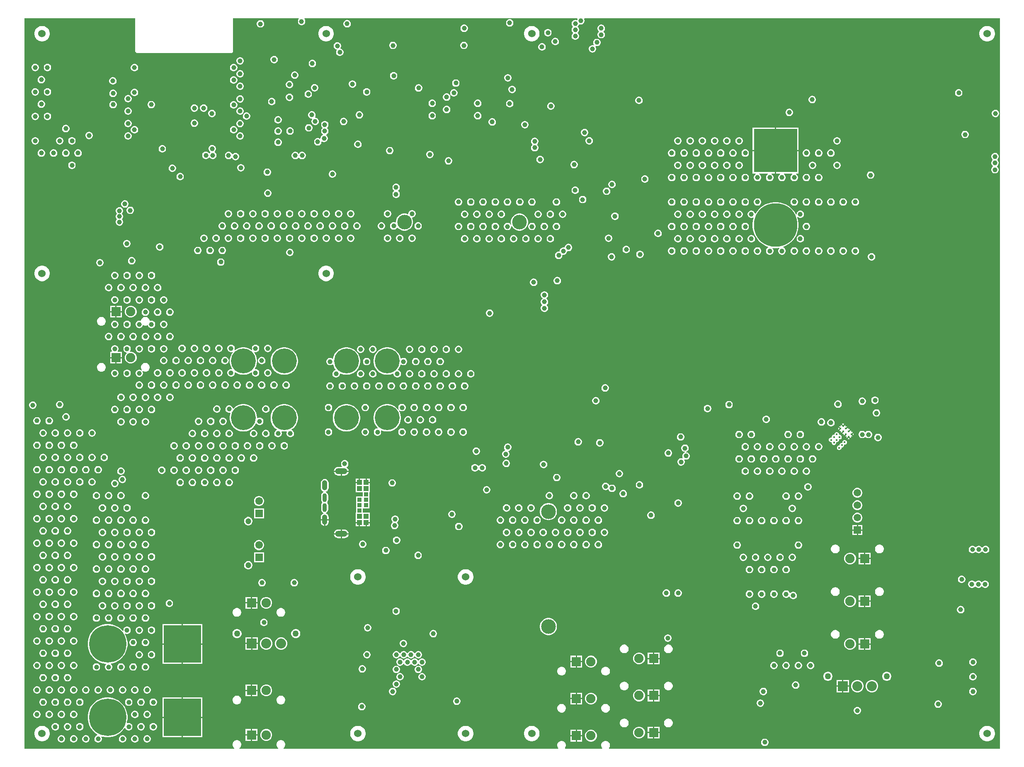
<source format=gbr>
G04*
G04 #@! TF.GenerationSoftware,Altium Limited,Altium Designer,22.4.2 (48)*
G04*
G04 Layer_Physical_Order=2*
G04 Layer_Color=36540*
%FSLAX25Y25*%
%MOIN*%
G70*
G04*
G04 #@! TF.SameCoordinates,43EAD1C5-17A3-47DC-85D2-FB09855483F6*
G04*
G04*
G04 #@! TF.FilePolarity,Positive*
G04*
G01*
G75*
%ADD191C,0.04724*%
%ADD192C,0.06102*%
%ADD193R,0.06102X0.06102*%
%ADD202C,0.03937*%
%ADD203C,0.11811*%
%ADD204C,0.01673*%
%ADD205R,0.30000X0.30000*%
%ADD206C,0.30000*%
%ADD207C,0.07500*%
%ADD208R,0.07500X0.07500*%
%ADD209C,0.35000*%
%ADD210R,0.35000X0.35000*%
%ADD211C,0.20000*%
%ADD212C,0.06000*%
%ADD213O,0.04134X0.08268*%
%ADD214R,0.03937X0.03937*%
%ADD215R,0.03347X0.03347*%
%ADD216O,0.03543X0.07087*%
%ADD217O,0.09843X0.04921*%
%ADD218C,0.05000*%
%ADD219C,0.08000*%
%ADD220R,0.08000X0.08000*%
%ADD221R,0.05906X0.05906*%
%ADD222C,0.05906*%
%ADD223C,0.01968*%
G36*
X785872Y333465D02*
Y256693D01*
Y1529D01*
X471695D01*
X471488Y2029D01*
X471676Y2218D01*
X472137Y3016D01*
X472376Y3906D01*
Y4828D01*
X472137Y5718D01*
X471676Y6516D01*
X471025Y7168D01*
X470227Y7628D01*
X469336Y7867D01*
X468415D01*
X467525Y7628D01*
X466727Y7168D01*
X466075Y6516D01*
X465614Y5718D01*
X465376Y4828D01*
Y3906D01*
X465614Y3016D01*
X466075Y2218D01*
X466263Y2029D01*
X466056Y1529D01*
X436295D01*
X436088Y2029D01*
X436276Y2218D01*
X436737Y3016D01*
X436976Y3906D01*
Y4828D01*
X436737Y5718D01*
X436276Y6516D01*
X435625Y7168D01*
X434827Y7628D01*
X433936Y7867D01*
X433015D01*
X432125Y7628D01*
X431327Y7168D01*
X430675Y6516D01*
X430214Y5718D01*
X429976Y4828D01*
Y3906D01*
X430214Y3016D01*
X430675Y2218D01*
X430863Y2029D01*
X430656Y1529D01*
X209928D01*
X209794Y2029D01*
X209912Y2098D01*
X210564Y2749D01*
X211024Y3548D01*
X211263Y4438D01*
Y5359D01*
X211024Y6249D01*
X210564Y7047D01*
X209912Y7699D01*
X209114Y8160D01*
X208224Y8398D01*
X207302D01*
X206412Y8160D01*
X205614Y7699D01*
X204962Y7047D01*
X204502Y6249D01*
X204263Y5359D01*
Y4438D01*
X204502Y3548D01*
X204962Y2749D01*
X205614Y2098D01*
X205732Y2029D01*
X205598Y1529D01*
X174528D01*
X174394Y2029D01*
X174512Y2098D01*
X175164Y2749D01*
X175625Y3548D01*
X175863Y4438D01*
Y5359D01*
X175625Y6249D01*
X175164Y7047D01*
X174512Y7699D01*
X173714Y8160D01*
X172824Y8398D01*
X171902D01*
X171012Y8160D01*
X170214Y7699D01*
X169562Y7047D01*
X169102Y6249D01*
X168863Y5359D01*
Y4438D01*
X169102Y3548D01*
X169562Y2749D01*
X170214Y2098D01*
X170332Y2029D01*
X170198Y1529D01*
X1529D01*
Y589022D01*
X90597D01*
Y562992D01*
X90713Y562407D01*
X91044Y561911D01*
X91438Y561517D01*
X91934Y561186D01*
X92520Y561069D01*
X167717D01*
X168302Y561186D01*
X168798Y561517D01*
X169130Y562013D01*
X169246Y562598D01*
Y589022D01*
X221912D01*
X222119Y588522D01*
X222034Y588437D01*
X221643Y587760D01*
X221441Y587005D01*
Y586223D01*
X221643Y585468D01*
X222034Y584792D01*
X222587Y584239D01*
X223264Y583848D01*
X224019Y583646D01*
X224800D01*
X225555Y583848D01*
X226232Y584239D01*
X226785Y584792D01*
X227176Y585468D01*
X227378Y586223D01*
Y587005D01*
X227176Y587760D01*
X226785Y588437D01*
X226700Y588522D01*
X226907Y589022D01*
X446010D01*
X446299Y588522D01*
X446130Y588229D01*
X446057Y587958D01*
X445634Y587625D01*
X445504Y587659D01*
X444879Y587827D01*
X444097D01*
X443342Y587625D01*
X442665Y587234D01*
X442113Y586681D01*
X441722Y586004D01*
X441520Y585249D01*
Y584468D01*
X441722Y583712D01*
X442113Y583036D01*
X442417Y582731D01*
X442612Y582390D01*
X442417Y582049D01*
X442113Y581744D01*
X441722Y581067D01*
X441520Y580312D01*
Y579530D01*
X441722Y578776D01*
X442113Y578099D01*
X442532Y577679D01*
X442617Y577362D01*
X442532Y577045D01*
X442113Y576626D01*
X441722Y575949D01*
X441520Y575194D01*
Y574412D01*
X441722Y573657D01*
X442113Y572980D01*
X442665Y572428D01*
X443342Y572037D01*
X444097Y571835D01*
X444879D01*
X445634Y572037D01*
X446311Y572428D01*
X446864Y572980D01*
X447254Y573657D01*
X447457Y574412D01*
Y575194D01*
X447254Y575949D01*
X446864Y576626D01*
X446444Y577045D01*
X446360Y577362D01*
X446444Y577679D01*
X446864Y578099D01*
X447254Y578776D01*
X447457Y579530D01*
Y580312D01*
X447254Y581067D01*
X446864Y581744D01*
X446559Y582049D01*
X446364Y582390D01*
X446559Y582731D01*
X446864Y583036D01*
X447254Y583712D01*
X447327Y583983D01*
X447750Y584316D01*
X447880Y584282D01*
X448505Y584114D01*
X449287D01*
X450041Y584316D01*
X450718Y584707D01*
X451271Y585260D01*
X451662Y585937D01*
X451864Y586692D01*
Y587473D01*
X451662Y588229D01*
X451493Y588522D01*
X451781Y589022D01*
X785872D01*
Y333465D01*
D02*
G37*
%LPC*%
G36*
X392123Y588402D02*
X391341D01*
X390586Y588199D01*
X389910Y587809D01*
X389357Y587256D01*
X388966Y586579D01*
X388764Y585824D01*
Y585042D01*
X388966Y584287D01*
X389357Y583610D01*
X389910Y583058D01*
X390586Y582667D01*
X391341Y582465D01*
X392123D01*
X392878Y582667D01*
X393555Y583058D01*
X394108Y583610D01*
X394498Y584287D01*
X394701Y585042D01*
Y585824D01*
X394498Y586579D01*
X394108Y587256D01*
X393555Y587809D01*
X392878Y588199D01*
X392123Y588402D01*
D02*
G37*
G36*
X261414Y587689D02*
X260633D01*
X259878Y587487D01*
X259201Y587096D01*
X258648Y586543D01*
X258257Y585866D01*
X258055Y585111D01*
Y584330D01*
X258257Y583575D01*
X258648Y582898D01*
X259201Y582345D01*
X259878Y581954D01*
X260633Y581752D01*
X261414D01*
X262169Y581954D01*
X262846Y582345D01*
X263399Y582898D01*
X263790Y583575D01*
X263992Y584330D01*
Y585111D01*
X263790Y585866D01*
X263399Y586543D01*
X262846Y587096D01*
X262169Y587487D01*
X261414Y587689D01*
D02*
G37*
G36*
X191729Y587614D02*
X190948D01*
X190193Y587412D01*
X189516Y587021D01*
X188963Y586468D01*
X188572Y585791D01*
X188370Y585037D01*
Y584255D01*
X188572Y583500D01*
X188963Y582823D01*
X189516Y582270D01*
X190193Y581880D01*
X190948Y581677D01*
X191729D01*
X192484Y581880D01*
X193161Y582270D01*
X193714Y582823D01*
X194105Y583500D01*
X194307Y584255D01*
Y585037D01*
X194105Y585791D01*
X193714Y586468D01*
X193161Y587021D01*
X192484Y587412D01*
X191729Y587614D01*
D02*
G37*
G36*
X355509Y584071D02*
X354727D01*
X353972Y583869D01*
X353295Y583478D01*
X352743Y582925D01*
X352352Y582248D01*
X352150Y581493D01*
Y580712D01*
X352352Y579957D01*
X352743Y579280D01*
X353295Y578727D01*
X353972Y578336D01*
X354727Y578134D01*
X355509D01*
X356264Y578336D01*
X356941Y578727D01*
X357493Y579280D01*
X357884Y579957D01*
X358087Y580712D01*
Y581493D01*
X357884Y582248D01*
X357493Y582925D01*
X356941Y583478D01*
X356264Y583869D01*
X355509Y584071D01*
D02*
G37*
G36*
X422832Y580528D02*
X422050D01*
X421295Y580325D01*
X420618Y579935D01*
X420065Y579382D01*
X419675Y578705D01*
X419472Y577950D01*
Y577168D01*
X419675Y576413D01*
X420065Y575736D01*
X420618Y575184D01*
X421295Y574793D01*
X422050Y574591D01*
X422832D01*
X423587Y574793D01*
X424264Y575184D01*
X424816Y575736D01*
X425207Y576413D01*
X425409Y577168D01*
Y577950D01*
X425207Y578705D01*
X424816Y579382D01*
X424264Y579935D01*
X423587Y580325D01*
X422832Y580528D01*
D02*
G37*
G36*
X465745Y584071D02*
X464963D01*
X464209Y583869D01*
X463532Y583478D01*
X462979Y582925D01*
X462588Y582248D01*
X462386Y581493D01*
Y580712D01*
X462588Y579957D01*
X462979Y579280D01*
X463399Y578860D01*
X463483Y578543D01*
X463399Y578227D01*
X462979Y577807D01*
X462588Y577130D01*
X462386Y576375D01*
Y575593D01*
X462588Y574838D01*
X462979Y574161D01*
X463532Y573609D01*
X464209Y573218D01*
X464963Y573016D01*
X465745D01*
X466500Y573218D01*
X467177Y573609D01*
X467730Y574161D01*
X468120Y574838D01*
X468323Y575593D01*
Y576375D01*
X468120Y577130D01*
X467730Y577807D01*
X467310Y578227D01*
X467226Y578543D01*
X467310Y578860D01*
X467730Y579280D01*
X468120Y579957D01*
X468323Y580712D01*
Y581493D01*
X468120Y582248D01*
X467730Y582925D01*
X467177Y583478D01*
X466500Y583869D01*
X465745Y584071D01*
D02*
G37*
G36*
X776203Y582988D02*
X774978D01*
X773777Y582749D01*
X772646Y582281D01*
X771628Y581600D01*
X770762Y580734D01*
X770082Y579716D01*
X769613Y578585D01*
X769374Y577384D01*
Y576159D01*
X769613Y574958D01*
X770082Y573827D01*
X770762Y572809D01*
X771628Y571943D01*
X772646Y571263D01*
X773777Y570794D01*
X774978Y570555D01*
X776203D01*
X777404Y570794D01*
X778535Y571263D01*
X779553Y571943D01*
X780419Y572809D01*
X781100Y573827D01*
X781568Y574958D01*
X781807Y576159D01*
Y577384D01*
X781568Y578585D01*
X781100Y579716D01*
X780419Y580734D01*
X779553Y581600D01*
X778535Y582281D01*
X777404Y582749D01*
X776203Y582988D01*
D02*
G37*
G36*
X410061D02*
X408837D01*
X407635Y582749D01*
X406504Y582281D01*
X405486Y581600D01*
X404620Y580734D01*
X403940Y579716D01*
X403471Y578585D01*
X403232Y577384D01*
Y576159D01*
X403471Y574958D01*
X403940Y573827D01*
X404620Y572809D01*
X405486Y571943D01*
X406504Y571263D01*
X407635Y570794D01*
X408837Y570555D01*
X410061D01*
X411262Y570794D01*
X412393Y571263D01*
X413412Y571943D01*
X414278Y572809D01*
X414958Y573827D01*
X415426Y574958D01*
X415665Y576159D01*
Y577384D01*
X415426Y578585D01*
X414958Y579716D01*
X414278Y580734D01*
X413412Y581600D01*
X412393Y582281D01*
X411262Y582749D01*
X410061Y582988D01*
D02*
G37*
G36*
X244707D02*
X243482D01*
X242281Y582749D01*
X241150Y582281D01*
X240132Y581600D01*
X239266Y580734D01*
X238585Y579716D01*
X238117Y578585D01*
X237878Y577384D01*
Y576159D01*
X238117Y574958D01*
X238585Y573827D01*
X239266Y572809D01*
X240132Y571943D01*
X241150Y571263D01*
X242281Y570794D01*
X243482Y570555D01*
X244707D01*
X245908Y570794D01*
X247039Y571263D01*
X248057Y571943D01*
X248923Y572809D01*
X249604Y573827D01*
X250072Y574958D01*
X250311Y576159D01*
Y577384D01*
X250072Y578585D01*
X249604Y579716D01*
X248923Y580734D01*
X248057Y581600D01*
X247039Y582281D01*
X245908Y582749D01*
X244707Y582988D01*
D02*
G37*
G36*
X16360D02*
X15136D01*
X13935Y582749D01*
X12803Y582281D01*
X11785Y581600D01*
X10919Y580734D01*
X10239Y579716D01*
X9770Y578585D01*
X9532Y577384D01*
Y576159D01*
X9770Y574958D01*
X10239Y573827D01*
X10919Y572809D01*
X11785Y571943D01*
X12803Y571263D01*
X13935Y570794D01*
X15136Y570555D01*
X16360D01*
X17561Y570794D01*
X18693Y571263D01*
X19711Y571943D01*
X20577Y572809D01*
X21257Y573827D01*
X21726Y574958D01*
X21965Y576159D01*
Y577384D01*
X21726Y578585D01*
X21257Y579716D01*
X20577Y580734D01*
X19711Y581600D01*
X18693Y582281D01*
X17561Y582749D01*
X16360Y582988D01*
D02*
G37*
G36*
X428737Y573441D02*
X427956D01*
X427201Y573239D01*
X426524Y572848D01*
X425971Y572295D01*
X425580Y571618D01*
X425378Y570863D01*
Y570082D01*
X425580Y569327D01*
X425971Y568650D01*
X426524Y568097D01*
X427201Y567706D01*
X427956Y567504D01*
X428737D01*
X429492Y567706D01*
X430169Y568097D01*
X430722Y568650D01*
X431113Y569327D01*
X431315Y570082D01*
Y570863D01*
X431113Y571618D01*
X430722Y572295D01*
X430169Y572848D01*
X429492Y573239D01*
X428737Y573441D01*
D02*
G37*
G36*
X462202Y572653D02*
X461420D01*
X460665Y572451D01*
X459988Y572060D01*
X459436Y571508D01*
X459045Y570831D01*
X458843Y570076D01*
Y569294D01*
X459045Y568539D01*
X459436Y567862D01*
X459459Y567838D01*
X459201Y567390D01*
X458659Y567535D01*
X457877D01*
X457122Y567333D01*
X456445Y566942D01*
X455892Y566390D01*
X455502Y565713D01*
X455299Y564958D01*
Y564176D01*
X455502Y563421D01*
X455892Y562744D01*
X456445Y562191D01*
X457122Y561801D01*
X457877Y561598D01*
X458659D01*
X459413Y561801D01*
X460090Y562191D01*
X460643Y562744D01*
X461034Y563421D01*
X461236Y564176D01*
Y564958D01*
X461034Y565713D01*
X460643Y566390D01*
X460619Y566413D01*
X460878Y566862D01*
X461420Y566716D01*
X462202D01*
X462957Y566919D01*
X463634Y567310D01*
X464186Y567862D01*
X464577Y568539D01*
X464780Y569294D01*
Y570076D01*
X464577Y570831D01*
X464186Y571508D01*
X463634Y572060D01*
X462957Y572451D01*
X462202Y572653D01*
D02*
G37*
G36*
X298263Y570297D02*
X297481D01*
X296726Y570095D01*
X296049Y569704D01*
X295496Y569151D01*
X295106Y568474D01*
X294903Y567719D01*
Y566938D01*
X295106Y566183D01*
X295496Y565506D01*
X296049Y564953D01*
X296726Y564562D01*
X297481Y564360D01*
X298263D01*
X299018Y564562D01*
X299694Y564953D01*
X300247Y565506D01*
X300638Y566183D01*
X300840Y566938D01*
Y567719D01*
X300638Y568474D01*
X300247Y569151D01*
X299694Y569704D01*
X299018Y570095D01*
X298263Y570297D01*
D02*
G37*
G36*
X355312Y570291D02*
X354531D01*
X353776Y570089D01*
X353099Y569698D01*
X352546Y569145D01*
X352155Y568469D01*
X351953Y567714D01*
Y566932D01*
X352155Y566177D01*
X352546Y565500D01*
X353099Y564947D01*
X353776Y564557D01*
X354531Y564354D01*
X355312D01*
X356067Y564557D01*
X356744Y564947D01*
X357297Y565500D01*
X357687Y566177D01*
X357890Y566932D01*
Y567714D01*
X357687Y568469D01*
X357297Y569145D01*
X356744Y569698D01*
X356067Y570089D01*
X355312Y570291D01*
D02*
G37*
G36*
X418107Y569110D02*
X417326D01*
X416571Y568908D01*
X415894Y568517D01*
X415341Y567964D01*
X414950Y567287D01*
X414748Y566533D01*
Y565751D01*
X414950Y564996D01*
X415341Y564319D01*
X415894Y563766D01*
X416571Y563376D01*
X417326Y563173D01*
X418107D01*
X418862Y563376D01*
X419539Y563766D01*
X420092Y564319D01*
X420483Y564996D01*
X420685Y565751D01*
Y566533D01*
X420483Y567287D01*
X420092Y567964D01*
X419539Y568517D01*
X418862Y568908D01*
X418107Y569110D01*
D02*
G37*
G36*
X253540Y569898D02*
X252759D01*
X252004Y569695D01*
X251327Y569305D01*
X250774Y568752D01*
X250383Y568075D01*
X250181Y567320D01*
Y566538D01*
X250383Y565783D01*
X250774Y565106D01*
X251327Y564554D01*
X252004Y564163D01*
X252446Y564044D01*
X252528Y563931D01*
X252655Y563481D01*
X252352Y562957D01*
X252150Y562202D01*
Y561420D01*
X252352Y560665D01*
X252743Y559988D01*
X253295Y559436D01*
X253972Y559045D01*
X254727Y558843D01*
X255509D01*
X256264Y559045D01*
X256941Y559436D01*
X257493Y559988D01*
X257884Y560665D01*
X258087Y561420D01*
Y562202D01*
X257884Y562957D01*
X257493Y563634D01*
X256941Y564186D01*
X256264Y564577D01*
X255821Y564696D01*
X255740Y564809D01*
X255613Y565259D01*
X255916Y565783D01*
X256118Y566538D01*
Y567320D01*
X255916Y568075D01*
X255525Y568752D01*
X254972Y569305D01*
X254295Y569695D01*
X253540Y569898D01*
D02*
G37*
G36*
X202753Y558874D02*
X201971D01*
X201216Y558672D01*
X200539Y558281D01*
X199987Y557728D01*
X199596Y557051D01*
X199394Y556296D01*
Y555515D01*
X199596Y554760D01*
X199987Y554083D01*
X200539Y553530D01*
X201216Y553139D01*
X201971Y552937D01*
X202753D01*
X203508Y553139D01*
X204185Y553530D01*
X204738Y554083D01*
X205128Y554760D01*
X205331Y555515D01*
Y556296D01*
X205128Y557051D01*
X204738Y557728D01*
X204185Y558281D01*
X203508Y558672D01*
X202753Y558874D01*
D02*
G37*
G36*
X175333Y557862D02*
X174551D01*
X173796Y557660D01*
X173119Y557269D01*
X172566Y556716D01*
X172176Y556039D01*
X171973Y555284D01*
Y554503D01*
X172176Y553748D01*
X172566Y553071D01*
X173119Y552518D01*
X173796Y552127D01*
X174551Y551925D01*
X175333D01*
X176088Y552127D01*
X176765Y552518D01*
X177317Y553071D01*
X177708Y553748D01*
X177910Y554503D01*
Y555284D01*
X177708Y556039D01*
X177317Y556716D01*
X176765Y557269D01*
X176088Y557660D01*
X175333Y557862D01*
D02*
G37*
G36*
X233462Y555724D02*
X232680D01*
X231925Y555522D01*
X231248Y555131D01*
X230696Y554579D01*
X230305Y553902D01*
X230102Y553147D01*
Y552365D01*
X230305Y551610D01*
X230696Y550933D01*
X231248Y550381D01*
X231925Y549990D01*
X232680Y549787D01*
X233462D01*
X234217Y549990D01*
X234894Y550381D01*
X235446Y550933D01*
X235837Y551610D01*
X236039Y552365D01*
Y553147D01*
X235837Y553902D01*
X235446Y554579D01*
X234894Y555131D01*
X234217Y555522D01*
X233462Y555724D01*
D02*
G37*
G36*
X20470Y552575D02*
X19688D01*
X18933Y552373D01*
X18256Y551982D01*
X17703Y551429D01*
X17312Y550752D01*
X17110Y549997D01*
Y549216D01*
X17312Y548460D01*
X17703Y547784D01*
X18256Y547231D01*
X18933Y546840D01*
X19688Y546638D01*
X20470D01*
X21225Y546840D01*
X21901Y547231D01*
X22454Y547784D01*
X22845Y548460D01*
X23047Y549216D01*
Y549997D01*
X22845Y550752D01*
X22454Y551429D01*
X21901Y551982D01*
X21225Y552373D01*
X20470Y552575D01*
D02*
G37*
G36*
X10627D02*
X9845D01*
X9090Y552373D01*
X8414Y551982D01*
X7861Y551429D01*
X7470Y550752D01*
X7268Y549997D01*
Y549216D01*
X7470Y548460D01*
X7861Y547784D01*
X8414Y547231D01*
X9090Y546840D01*
X9845Y546638D01*
X10627D01*
X11382Y546840D01*
X12059Y547231D01*
X12612Y547784D01*
X13002Y548460D01*
X13205Y549216D01*
Y549997D01*
X13002Y550752D01*
X12612Y551429D01*
X12059Y551982D01*
X11382Y552373D01*
X10627Y552575D01*
D02*
G37*
G36*
X170182Y552417D02*
X169401D01*
X168646Y552215D01*
X167969Y551824D01*
X167416Y551271D01*
X167025Y550595D01*
X166823Y549840D01*
Y549058D01*
X167025Y548303D01*
X167416Y547626D01*
X167969Y547073D01*
X168646Y546683D01*
X169401Y546480D01*
X170182D01*
X170937Y546683D01*
X171614Y547073D01*
X172167Y547626D01*
X172557Y548303D01*
X172760Y549058D01*
Y549840D01*
X172557Y550595D01*
X172167Y551271D01*
X171614Y551824D01*
X170937Y552215D01*
X170182Y552417D01*
D02*
G37*
G36*
X90442D02*
X89660D01*
X88905Y552215D01*
X88228Y551824D01*
X87676Y551271D01*
X87285Y550595D01*
X87083Y549840D01*
Y549058D01*
X87285Y548303D01*
X87676Y547626D01*
X88228Y547073D01*
X88905Y546683D01*
X89660Y546480D01*
X90442D01*
X91197Y546683D01*
X91874Y547073D01*
X92427Y547626D01*
X92817Y548303D01*
X93020Y549058D01*
Y549840D01*
X92817Y550595D01*
X92427Y551271D01*
X91874Y551824D01*
X91197Y552215D01*
X90442Y552417D01*
D02*
G37*
G36*
X175333Y547417D02*
X174551D01*
X173796Y547215D01*
X173119Y546824D01*
X172566Y546272D01*
X172176Y545595D01*
X171973Y544840D01*
Y544058D01*
X172176Y543303D01*
X172566Y542626D01*
X173119Y542073D01*
X173796Y541683D01*
X174551Y541480D01*
X175333D01*
X176088Y541683D01*
X176765Y542073D01*
X177317Y542626D01*
X177708Y543303D01*
X177910Y544058D01*
Y544840D01*
X177708Y545595D01*
X177317Y546272D01*
X176765Y546824D01*
X176088Y547215D01*
X175333Y547417D01*
D02*
G37*
G36*
X219288Y546350D02*
X218507D01*
X217752Y546148D01*
X217075Y545757D01*
X216522Y545205D01*
X216131Y544528D01*
X215929Y543773D01*
Y542991D01*
X216131Y542236D01*
X216522Y541559D01*
X217075Y541007D01*
X217752Y540616D01*
X218507Y540413D01*
X219288D01*
X220043Y540616D01*
X220720Y541007D01*
X221273Y541559D01*
X221664Y542236D01*
X221866Y542991D01*
Y543773D01*
X221664Y544528D01*
X221273Y545205D01*
X220720Y545757D01*
X220043Y546148D01*
X219288Y546350D01*
D02*
G37*
G36*
X298816Y545882D02*
X298034D01*
X297279Y545680D01*
X296603Y545289D01*
X296050Y544736D01*
X295659Y544059D01*
X295457Y543304D01*
Y542523D01*
X295659Y541768D01*
X296050Y541091D01*
X296603Y540538D01*
X297279Y540147D01*
X298034Y539945D01*
X298816D01*
X299571Y540147D01*
X300248Y540538D01*
X300801Y541091D01*
X301191Y541768D01*
X301394Y542523D01*
Y543304D01*
X301191Y544059D01*
X300801Y544736D01*
X300248Y545289D01*
X299571Y545680D01*
X298816Y545882D01*
D02*
G37*
G36*
X390655Y544201D02*
X389873D01*
X389118Y543998D01*
X388441Y543608D01*
X387889Y543055D01*
X387498Y542378D01*
X387295Y541623D01*
Y540841D01*
X387498Y540086D01*
X387889Y539409D01*
X388441Y538857D01*
X389118Y538466D01*
X389873Y538264D01*
X390655D01*
X391410Y538466D01*
X392087Y538857D01*
X392639Y539409D01*
X393030Y540086D01*
X393232Y540841D01*
Y541623D01*
X393030Y542378D01*
X392639Y543055D01*
X392087Y543608D01*
X391410Y543998D01*
X390655Y544201D01*
D02*
G37*
G36*
X15548Y542732D02*
X14767D01*
X14012Y542530D01*
X13335Y542139D01*
X12782Y541586D01*
X12391Y540910D01*
X12189Y540155D01*
Y539373D01*
X12391Y538618D01*
X12782Y537941D01*
X13335Y537388D01*
X14012Y536998D01*
X14767Y536795D01*
X15548D01*
X16303Y536998D01*
X16980Y537388D01*
X17533Y537941D01*
X17924Y538618D01*
X18126Y539373D01*
Y540155D01*
X17924Y540910D01*
X17533Y541586D01*
X16980Y542139D01*
X16303Y542530D01*
X15548Y542732D01*
D02*
G37*
G36*
X170182Y542417D02*
X169401D01*
X168646Y542215D01*
X167969Y541824D01*
X167416Y541271D01*
X167025Y540595D01*
X166823Y539840D01*
Y539058D01*
X167025Y538303D01*
X167416Y537626D01*
X167969Y537073D01*
X168646Y536683D01*
X169401Y536480D01*
X170182D01*
X170937Y536683D01*
X171614Y537073D01*
X172167Y537626D01*
X172557Y538303D01*
X172760Y539058D01*
Y539840D01*
X172557Y540595D01*
X172167Y541271D01*
X171614Y541824D01*
X170937Y542215D01*
X170182Y542417D01*
D02*
G37*
G36*
X73057Y541777D02*
X72276D01*
X71521Y541574D01*
X70844Y541184D01*
X70291Y540631D01*
X69900Y539954D01*
X69698Y539199D01*
Y538417D01*
X69900Y537662D01*
X70291Y536985D01*
X70844Y536433D01*
X71521Y536042D01*
X72276Y535840D01*
X73057D01*
X73812Y536042D01*
X74489Y536433D01*
X75042Y536985D01*
X75433Y537662D01*
X75635Y538417D01*
Y539199D01*
X75433Y539954D01*
X75042Y540631D01*
X74489Y541184D01*
X73812Y541574D01*
X73057Y541777D01*
D02*
G37*
G36*
X348816Y539976D02*
X348034D01*
X347279Y539774D01*
X346603Y539383D01*
X346050Y538831D01*
X345659Y538154D01*
X345457Y537399D01*
Y536617D01*
X345659Y535862D01*
X346050Y535185D01*
X346603Y534632D01*
X347279Y534242D01*
X348034Y534039D01*
X348816D01*
X349571Y534242D01*
X350248Y534632D01*
X350801Y535185D01*
X351191Y535862D01*
X351394Y536617D01*
Y537399D01*
X351191Y538154D01*
X350801Y538831D01*
X350248Y539383D01*
X349571Y539774D01*
X348816Y539976D01*
D02*
G37*
G36*
X265745Y539189D02*
X264964D01*
X264209Y538987D01*
X263532Y538596D01*
X262979Y538043D01*
X262588Y537366D01*
X262386Y536611D01*
Y535830D01*
X262588Y535075D01*
X262979Y534398D01*
X263532Y533845D01*
X264209Y533454D01*
X264964Y533252D01*
X265745D01*
X266500Y533454D01*
X267177Y533845D01*
X267730Y534398D01*
X268121Y535075D01*
X268323Y535830D01*
Y536611D01*
X268121Y537366D01*
X267730Y538043D01*
X267177Y538596D01*
X266500Y538987D01*
X265745Y539189D01*
D02*
G37*
G36*
X215094Y538795D02*
X214313D01*
X213558Y538593D01*
X212881Y538202D01*
X212328Y537649D01*
X211937Y536972D01*
X211735Y536217D01*
Y535436D01*
X211937Y534681D01*
X212328Y534004D01*
X212881Y533451D01*
X213558Y533060D01*
X214313Y532858D01*
X215094D01*
X215849Y533060D01*
X216526Y533451D01*
X217079Y534004D01*
X217470Y534681D01*
X217672Y535436D01*
Y536217D01*
X217470Y536972D01*
X217079Y537649D01*
X216526Y538202D01*
X215849Y538593D01*
X215094Y538795D01*
D02*
G37*
G36*
X175333Y537417D02*
X174551D01*
X173796Y537215D01*
X173119Y536824D01*
X172566Y536271D01*
X172176Y535595D01*
X171973Y534840D01*
Y534058D01*
X172176Y533303D01*
X172566Y532626D01*
X173119Y532073D01*
X173796Y531683D01*
X174551Y531480D01*
X175333D01*
X176088Y531683D01*
X176765Y532073D01*
X177317Y532626D01*
X177708Y533303D01*
X177910Y534058D01*
Y534840D01*
X177708Y535595D01*
X177317Y536271D01*
X176765Y536824D01*
X176088Y537215D01*
X175333Y537417D01*
D02*
G37*
G36*
X235293Y536236D02*
X234512D01*
X233757Y536034D01*
X233080Y535643D01*
X232527Y535090D01*
X232136Y534413D01*
X231934Y533658D01*
Y532877D01*
X232136Y532122D01*
X232527Y531445D01*
X233080Y530892D01*
X233757Y530501D01*
X234512Y530299D01*
X235293D01*
X236048Y530501D01*
X236725Y530892D01*
X237278Y531445D01*
X237669Y532122D01*
X237871Y532877D01*
Y533658D01*
X237669Y534413D01*
X237278Y535090D01*
X236725Y535643D01*
X236048Y536034D01*
X235293Y536236D01*
D02*
G37*
G36*
X318895Y536039D02*
X318113D01*
X317358Y535837D01*
X316681Y535446D01*
X316128Y534894D01*
X315738Y534217D01*
X315535Y533462D01*
Y532680D01*
X315738Y531925D01*
X316128Y531248D01*
X316681Y530695D01*
X317358Y530305D01*
X318113Y530102D01*
X318895D01*
X319650Y530305D01*
X320327Y530695D01*
X320879Y531248D01*
X321270Y531925D01*
X321472Y532680D01*
Y533462D01*
X321270Y534217D01*
X320879Y534894D01*
X320327Y535446D01*
X319650Y535837D01*
X318895Y536039D01*
D02*
G37*
G36*
X394092Y534858D02*
X393310D01*
X392555Y534656D01*
X391878Y534265D01*
X391325Y533712D01*
X390935Y533036D01*
X390732Y532281D01*
Y531499D01*
X390935Y530744D01*
X391325Y530067D01*
X391878Y529514D01*
X392555Y529123D01*
X393310Y528921D01*
X394092D01*
X394847Y529123D01*
X395524Y529514D01*
X396076Y530067D01*
X396467Y530744D01*
X396669Y531499D01*
Y532281D01*
X396467Y533036D01*
X396076Y533712D01*
X395524Y534265D01*
X394847Y534656D01*
X394092Y534858D01*
D02*
G37*
G36*
X20470Y532890D02*
X19688D01*
X18933Y532688D01*
X18256Y532297D01*
X17703Y531744D01*
X17312Y531067D01*
X17110Y530312D01*
Y529530D01*
X17312Y528776D01*
X17703Y528099D01*
X18256Y527546D01*
X18933Y527155D01*
X19688Y526953D01*
X20470D01*
X21225Y527155D01*
X21901Y527546D01*
X22454Y528099D01*
X22845Y528776D01*
X23047Y529530D01*
Y530312D01*
X22845Y531067D01*
X22454Y531744D01*
X21901Y532297D01*
X21225Y532688D01*
X20470Y532890D01*
D02*
G37*
G36*
X10627D02*
X9845D01*
X9090Y532688D01*
X8414Y532297D01*
X7861Y531744D01*
X7470Y531067D01*
X7268Y530312D01*
Y529530D01*
X7470Y528776D01*
X7861Y528099D01*
X8414Y527546D01*
X9090Y527155D01*
X9845Y526953D01*
X10627D01*
X11382Y527155D01*
X12059Y527546D01*
X12612Y528099D01*
X13002Y528776D01*
X13205Y529530D01*
Y530312D01*
X13002Y531067D01*
X12612Y531744D01*
X12059Y532297D01*
X11382Y532688D01*
X10627Y532890D01*
D02*
G37*
G36*
X277163Y532890D02*
X276381D01*
X275626Y532688D01*
X274949Y532297D01*
X274396Y531744D01*
X274005Y531067D01*
X273803Y530312D01*
Y529530D01*
X274005Y528776D01*
X274396Y528099D01*
X274949Y527546D01*
X275626Y527155D01*
X276381Y526953D01*
X277163D01*
X277918Y527155D01*
X278594Y527546D01*
X279147Y528099D01*
X279538Y528776D01*
X279740Y529530D01*
Y530312D01*
X279538Y531067D01*
X279147Y531744D01*
X278594Y532297D01*
X277918Y532688D01*
X277163Y532890D01*
D02*
G37*
G36*
X90442Y532417D02*
X89660D01*
X88905Y532215D01*
X88228Y531824D01*
X87676Y531272D01*
X87285Y530595D01*
X87083Y529840D01*
Y529058D01*
X87285Y528303D01*
X87676Y527626D01*
X88228Y527073D01*
X88905Y526683D01*
X89660Y526480D01*
X90442D01*
X91197Y526683D01*
X91874Y527073D01*
X92427Y527626D01*
X92817Y528303D01*
X93020Y529058D01*
Y529840D01*
X92817Y530595D01*
X92427Y531272D01*
X91874Y531824D01*
X91197Y532215D01*
X90442Y532417D01*
D02*
G37*
G36*
X753147Y532102D02*
X752365D01*
X751610Y531900D01*
X750933Y531509D01*
X750381Y530957D01*
X749990Y530280D01*
X749787Y529525D01*
Y528743D01*
X749990Y527988D01*
X750381Y527311D01*
X750933Y526758D01*
X751610Y526368D01*
X752365Y526165D01*
X753147D01*
X753902Y526368D01*
X754579Y526758D01*
X755131Y527311D01*
X755522Y527988D01*
X755724Y528743D01*
Y529525D01*
X755522Y530280D01*
X755131Y530957D01*
X754579Y531509D01*
X753902Y531900D01*
X753147Y532102D01*
D02*
G37*
G36*
X347241D02*
X346460D01*
X345705Y531900D01*
X345028Y531509D01*
X344475Y530957D01*
X344084Y530280D01*
X343882Y529525D01*
Y528743D01*
X344084Y527988D01*
X344475Y527311D01*
X345028Y526758D01*
X345705Y526368D01*
X346460Y526165D01*
X347241D01*
X347996Y526368D01*
X348673Y526758D01*
X349226Y527311D01*
X349617Y527988D01*
X349819Y528743D01*
Y529525D01*
X349617Y530280D01*
X349226Y530957D01*
X348673Y531509D01*
X347996Y531900D01*
X347241Y532102D01*
D02*
G37*
G36*
X73225Y531709D02*
X72444D01*
X71689Y531506D01*
X71012Y531116D01*
X70459Y530563D01*
X70068Y529886D01*
X69866Y529131D01*
Y528349D01*
X70068Y527594D01*
X70459Y526918D01*
X71012Y526365D01*
X71689Y525974D01*
X72444Y525772D01*
X73225D01*
X73980Y525974D01*
X74657Y526365D01*
X75210Y526918D01*
X75601Y527594D01*
X75803Y528349D01*
Y529131D01*
X75601Y529886D01*
X75210Y530563D01*
X74657Y531116D01*
X73980Y531506D01*
X73225Y531709D01*
D02*
G37*
G36*
X230143Y531118D02*
X229361D01*
X228606Y530916D01*
X227929Y530525D01*
X227377Y529972D01*
X226986Y529295D01*
X226783Y528540D01*
Y527759D01*
X226986Y527004D01*
X227377Y526327D01*
X227929Y525774D01*
X228606Y525383D01*
X229361Y525181D01*
X230143D01*
X230898Y525383D01*
X231575Y525774D01*
X232127Y526327D01*
X232518Y527004D01*
X232720Y527759D01*
Y528540D01*
X232518Y529295D01*
X232127Y529972D01*
X231575Y530525D01*
X230898Y530916D01*
X230143Y531118D01*
D02*
G37*
G36*
X341442Y528697D02*
X340660D01*
X339905Y528495D01*
X339229Y528104D01*
X338676Y527551D01*
X338285Y526874D01*
X338083Y526119D01*
Y525338D01*
X338285Y524582D01*
X338676Y523906D01*
X339229Y523353D01*
X339905Y522962D01*
X340660Y522760D01*
X341442D01*
X342197Y522962D01*
X342874Y523353D01*
X343427Y523906D01*
X343817Y524582D01*
X344020Y525338D01*
Y526119D01*
X343817Y526874D01*
X343427Y527551D01*
X342874Y528104D01*
X342197Y528495D01*
X341442Y528697D01*
D02*
G37*
G36*
X215094Y528559D02*
X214313D01*
X213558Y528357D01*
X212881Y527966D01*
X212328Y527413D01*
X211937Y526736D01*
X211735Y525981D01*
Y525200D01*
X211937Y524445D01*
X212328Y523768D01*
X212881Y523215D01*
X213558Y522824D01*
X214313Y522622D01*
X215094D01*
X215849Y522824D01*
X216526Y523215D01*
X217079Y523768D01*
X217470Y524445D01*
X217672Y525200D01*
Y525981D01*
X217470Y526736D01*
X217079Y527413D01*
X216526Y527966D01*
X215849Y528357D01*
X215094Y528559D01*
D02*
G37*
G36*
X85291Y527417D02*
X84510D01*
X83755Y527215D01*
X83078Y526824D01*
X82525Y526271D01*
X82134Y525595D01*
X81932Y524840D01*
Y524058D01*
X82134Y523303D01*
X82525Y522626D01*
X83078Y522073D01*
X83755Y521683D01*
X84510Y521480D01*
X85291D01*
X86046Y521683D01*
X86723Y522073D01*
X87276Y522626D01*
X87667Y523303D01*
X87869Y524058D01*
Y524840D01*
X87667Y525595D01*
X87276Y526271D01*
X86723Y526824D01*
X86046Y527215D01*
X85291Y527417D01*
D02*
G37*
G36*
X175333Y527240D02*
X174551D01*
X173796Y527038D01*
X173119Y526647D01*
X172566Y526094D01*
X172176Y525418D01*
X171973Y524662D01*
Y523881D01*
X172176Y523126D01*
X172566Y522449D01*
X173119Y521896D01*
X173796Y521505D01*
X174551Y521303D01*
X175333D01*
X176088Y521505D01*
X176765Y521896D01*
X177317Y522449D01*
X177708Y523126D01*
X177910Y523881D01*
Y524662D01*
X177708Y525418D01*
X177317Y526094D01*
X176765Y526647D01*
X176088Y527038D01*
X175333Y527240D01*
D02*
G37*
G36*
X635332Y526689D02*
X634550D01*
X633795Y526487D01*
X633118Y526096D01*
X632565Y525543D01*
X632175Y524866D01*
X631973Y524111D01*
Y523330D01*
X632175Y522575D01*
X632565Y521898D01*
X633118Y521345D01*
X633795Y520954D01*
X634550Y520752D01*
X635332D01*
X636087Y520954D01*
X636764Y521345D01*
X637316Y521898D01*
X637707Y522575D01*
X637910Y523330D01*
Y524111D01*
X637707Y524866D01*
X637316Y525543D01*
X636764Y526096D01*
X636087Y526487D01*
X635332Y526689D01*
D02*
G37*
G36*
X496060Y526114D02*
X495279D01*
X494523Y525912D01*
X493847Y525521D01*
X493294Y524968D01*
X492903Y524292D01*
X492701Y523536D01*
Y522755D01*
X492903Y522000D01*
X493294Y521323D01*
X493847Y520770D01*
X494523Y520379D01*
X495279Y520177D01*
X496060D01*
X496815Y520379D01*
X497492Y520770D01*
X498045Y521323D01*
X498435Y522000D01*
X498638Y522755D01*
Y523536D01*
X498435Y524292D01*
X498045Y524968D01*
X497492Y525521D01*
X496815Y525912D01*
X496060Y526114D01*
D02*
G37*
G36*
X200784Y525090D02*
X200003D01*
X199248Y524888D01*
X198571Y524497D01*
X198018Y523945D01*
X197627Y523268D01*
X197425Y522513D01*
Y521731D01*
X197627Y520976D01*
X198018Y520299D01*
X198571Y519746D01*
X199248Y519356D01*
X200003Y519153D01*
X200784D01*
X201539Y519356D01*
X202216Y519746D01*
X202769Y520299D01*
X203160Y520976D01*
X203362Y521731D01*
Y522513D01*
X203160Y523268D01*
X202769Y523945D01*
X202216Y524497D01*
X201539Y524888D01*
X200784Y525090D01*
D02*
G37*
G36*
X366426Y523697D02*
X365645D01*
X364890Y523495D01*
X364213Y523104D01*
X363660Y522551D01*
X363269Y521874D01*
X363067Y521119D01*
Y520337D01*
X363269Y519583D01*
X363660Y518906D01*
X364213Y518353D01*
X364890Y517962D01*
X365645Y517760D01*
X366426D01*
X367181Y517962D01*
X367858Y518353D01*
X368411Y518906D01*
X368802Y519583D01*
X369004Y520337D01*
Y521119D01*
X368802Y521874D01*
X368411Y522551D01*
X367858Y523104D01*
X367181Y523495D01*
X366426Y523697D01*
D02*
G37*
G36*
X329812D02*
X329030D01*
X328275Y523495D01*
X327599Y523104D01*
X327046Y522551D01*
X326655Y521874D01*
X326453Y521119D01*
Y520337D01*
X326655Y519583D01*
X327046Y518906D01*
X327599Y518353D01*
X328275Y517962D01*
X329030Y517760D01*
X329812D01*
X330567Y517962D01*
X331244Y518353D01*
X331797Y518906D01*
X332188Y519583D01*
X332390Y520337D01*
Y521119D01*
X332188Y521874D01*
X331797Y522551D01*
X331244Y523104D01*
X330567Y523495D01*
X329812Y523697D01*
D02*
G37*
G36*
X392123Y523441D02*
X391341D01*
X390586Y523239D01*
X389910Y522848D01*
X389357Y522295D01*
X388966Y521618D01*
X388764Y520863D01*
Y520082D01*
X388966Y519327D01*
X389357Y518650D01*
X389910Y518097D01*
X390586Y517706D01*
X391341Y517504D01*
X392123D01*
X392878Y517706D01*
X393555Y518097D01*
X394108Y518650D01*
X394498Y519327D01*
X394701Y520082D01*
Y520863D01*
X394498Y521618D01*
X394108Y522295D01*
X393555Y522848D01*
X392878Y523239D01*
X392123Y523441D01*
D02*
G37*
G36*
X15548Y523047D02*
X14767D01*
X14012Y522845D01*
X13335Y522454D01*
X12782Y521902D01*
X12391Y521225D01*
X12189Y520470D01*
Y519688D01*
X12391Y518933D01*
X12782Y518256D01*
X13335Y517703D01*
X14012Y517313D01*
X14767Y517110D01*
X15548D01*
X16303Y517313D01*
X16980Y517703D01*
X17533Y518256D01*
X17924Y518933D01*
X18126Y519688D01*
Y520470D01*
X17924Y521225D01*
X17533Y521902D01*
X16980Y522454D01*
X16303Y522845D01*
X15548Y523047D01*
D02*
G37*
G36*
X103934Y522653D02*
X103153D01*
X102398Y522451D01*
X101721Y522060D01*
X101168Y521508D01*
X100777Y520831D01*
X100575Y520076D01*
Y519294D01*
X100777Y518539D01*
X101168Y517862D01*
X101721Y517310D01*
X102398Y516919D01*
X103153Y516716D01*
X103934D01*
X104689Y516919D01*
X105366Y517310D01*
X105919Y517862D01*
X106309Y518539D01*
X106512Y519294D01*
Y520076D01*
X106309Y520831D01*
X105919Y521508D01*
X105366Y522060D01*
X104689Y522451D01*
X103934Y522653D01*
D02*
G37*
G36*
X73225D02*
X72444D01*
X71689Y522451D01*
X71012Y522060D01*
X70459Y521508D01*
X70068Y520831D01*
X69866Y520076D01*
Y519294D01*
X70068Y518539D01*
X70459Y517862D01*
X71012Y517310D01*
X71689Y516919D01*
X72444Y516716D01*
X73225D01*
X73980Y516919D01*
X74657Y517310D01*
X75210Y517862D01*
X75601Y518539D01*
X75803Y519294D01*
Y520076D01*
X75601Y520831D01*
X75210Y521508D01*
X74657Y522060D01*
X73980Y522451D01*
X73225Y522653D01*
D02*
G37*
G36*
X170182Y522417D02*
X169401D01*
X168646Y522215D01*
X167969Y521824D01*
X167416Y521272D01*
X167025Y520595D01*
X166823Y519840D01*
Y519058D01*
X167025Y518303D01*
X167416Y517626D01*
X167969Y517073D01*
X168646Y516683D01*
X169401Y516480D01*
X170182D01*
X170937Y516683D01*
X171614Y517073D01*
X172167Y517626D01*
X172557Y518303D01*
X172760Y519058D01*
Y519840D01*
X172557Y520595D01*
X172167Y521272D01*
X171614Y521824D01*
X170937Y522215D01*
X170182Y522417D01*
D02*
G37*
G36*
X425194Y521472D02*
X424412D01*
X423657Y521270D01*
X422980Y520879D01*
X422428Y520327D01*
X422037Y519650D01*
X421835Y518895D01*
Y518113D01*
X422037Y517358D01*
X422428Y516681D01*
X422980Y516128D01*
X423657Y515738D01*
X424412Y515535D01*
X425194D01*
X425949Y515738D01*
X426626Y516128D01*
X427178Y516681D01*
X427569Y517358D01*
X427772Y518113D01*
Y518895D01*
X427569Y519650D01*
X427178Y520327D01*
X426626Y520879D01*
X425949Y521270D01*
X425194Y521472D01*
D02*
G37*
G36*
X146060Y519898D02*
X145279D01*
X144524Y519695D01*
X143847Y519305D01*
X143294Y518752D01*
X142903Y518075D01*
X142701Y517320D01*
Y516538D01*
X142903Y515783D01*
X143294Y515106D01*
X143847Y514554D01*
X144524Y514163D01*
X145279Y513961D01*
X146060D01*
X146815Y514163D01*
X147492Y514554D01*
X148045Y515106D01*
X148435Y515783D01*
X148638Y516538D01*
Y517320D01*
X148435Y518075D01*
X148045Y518752D01*
X147492Y519305D01*
X146815Y519695D01*
X146060Y519898D01*
D02*
G37*
G36*
X138580D02*
X137798D01*
X137043Y519695D01*
X136366Y519305D01*
X135814Y518752D01*
X135423Y518075D01*
X135221Y517320D01*
Y516538D01*
X135423Y515783D01*
X135814Y515106D01*
X136366Y514554D01*
X137043Y514163D01*
X137798Y513961D01*
X138580D01*
X139335Y514163D01*
X140012Y514554D01*
X140564Y515106D01*
X140955Y515783D01*
X141157Y516538D01*
Y517320D01*
X140955Y518075D01*
X140564Y518752D01*
X140012Y519305D01*
X139335Y519695D01*
X138580Y519898D01*
D02*
G37*
G36*
X341442Y518697D02*
X340660D01*
X339905Y518495D01*
X339229Y518104D01*
X338676Y517551D01*
X338285Y516874D01*
X338083Y516119D01*
Y515338D01*
X338285Y514582D01*
X338676Y513906D01*
X339229Y513353D01*
X339905Y512962D01*
X340660Y512760D01*
X341442D01*
X342197Y512962D01*
X342874Y513353D01*
X343427Y513906D01*
X343817Y514582D01*
X344020Y515338D01*
Y516119D01*
X343817Y516874D01*
X343427Y517551D01*
X342874Y518104D01*
X342197Y518495D01*
X341442Y518697D01*
D02*
G37*
G36*
X175333Y517417D02*
X174551D01*
X173796Y517215D01*
X173119Y516824D01*
X172566Y516271D01*
X172176Y515595D01*
X171973Y514840D01*
Y514058D01*
X172176Y513303D01*
X172566Y512626D01*
X173119Y512073D01*
X173796Y511683D01*
X174551Y511480D01*
X175333D01*
X176088Y511683D01*
X176765Y512073D01*
X177317Y512626D01*
X177708Y513303D01*
X177910Y514058D01*
Y514840D01*
X177708Y515595D01*
X177317Y516271D01*
X176765Y516824D01*
X176088Y517215D01*
X175333Y517417D01*
D02*
G37*
G36*
X85291D02*
X84510D01*
X83755Y517215D01*
X83078Y516824D01*
X82525Y516271D01*
X82134Y515595D01*
X81932Y514840D01*
Y514058D01*
X82134Y513303D01*
X82525Y512626D01*
X83078Y512073D01*
X83755Y511683D01*
X84510Y511480D01*
X85291D01*
X86046Y511683D01*
X86723Y512073D01*
X87276Y512626D01*
X87667Y513303D01*
X87869Y514058D01*
Y514840D01*
X87667Y515595D01*
X87276Y516271D01*
X86723Y516824D01*
X86046Y517215D01*
X85291Y517417D01*
D02*
G37*
G36*
X616926Y516354D02*
X616145D01*
X615390Y516152D01*
X614713Y515761D01*
X614160Y515208D01*
X613769Y514532D01*
X613567Y513777D01*
Y512995D01*
X613769Y512240D01*
X614160Y511563D01*
X614713Y511010D01*
X615390Y510620D01*
X616145Y510417D01*
X616926D01*
X617681Y510620D01*
X618358Y511010D01*
X618911Y511563D01*
X619302Y512240D01*
X619504Y512995D01*
Y513777D01*
X619302Y514532D01*
X618911Y515208D01*
X618358Y515761D01*
X617681Y516152D01*
X616926Y516354D01*
D02*
G37*
G36*
X152753Y515567D02*
X151971D01*
X151216Y515365D01*
X150540Y514974D01*
X149987Y514421D01*
X149596Y513744D01*
X149394Y512989D01*
Y512208D01*
X149596Y511453D01*
X149987Y510776D01*
X150540Y510223D01*
X151216Y509832D01*
X151971Y509630D01*
X152753D01*
X153508Y509832D01*
X154185Y510223D01*
X154738Y510776D01*
X155128Y511453D01*
X155331Y512208D01*
Y512989D01*
X155128Y513744D01*
X154738Y514421D01*
X154185Y514974D01*
X153508Y515365D01*
X152753Y515567D01*
D02*
G37*
G36*
X782674Y515567D02*
X781893D01*
X781138Y515365D01*
X780461Y514974D01*
X779908Y514421D01*
X779517Y513744D01*
X779315Y512989D01*
Y512208D01*
X779517Y511453D01*
X779908Y510776D01*
X780461Y510223D01*
X781138Y509832D01*
X781893Y509630D01*
X782674D01*
X783429Y509832D01*
X784106Y510223D01*
X784659Y510776D01*
X785050Y511453D01*
X785252Y512208D01*
Y512989D01*
X785050Y513744D01*
X784659Y514421D01*
X784106Y514974D01*
X783429Y515365D01*
X782674Y515567D01*
D02*
G37*
G36*
X271257Y514386D02*
X270475D01*
X269720Y514184D01*
X269043Y513793D01*
X268491Y513240D01*
X268100Y512563D01*
X267898Y511808D01*
Y511026D01*
X268100Y510272D01*
X268491Y509595D01*
X269043Y509042D01*
X269720Y508651D01*
X270475Y508449D01*
X271257D01*
X272012Y508651D01*
X272689Y509042D01*
X273241Y509595D01*
X273632Y510272D01*
X273835Y511026D01*
Y511808D01*
X273632Y512563D01*
X273241Y513240D01*
X272689Y513793D01*
X272012Y514184D01*
X271257Y514386D01*
D02*
G37*
G36*
X366426Y513697D02*
X365645D01*
X364890Y513495D01*
X364213Y513104D01*
X363660Y512551D01*
X363269Y511874D01*
X363067Y511119D01*
Y510337D01*
X363269Y509583D01*
X363660Y508906D01*
X364213Y508353D01*
X364890Y507962D01*
X365645Y507760D01*
X366426D01*
X367181Y507962D01*
X367858Y508353D01*
X368411Y508906D01*
X368802Y509583D01*
X369004Y510337D01*
Y511119D01*
X368802Y511874D01*
X368411Y512551D01*
X367858Y513104D01*
X367181Y513495D01*
X366426Y513697D01*
D02*
G37*
G36*
X329812D02*
X329030D01*
X328275Y513495D01*
X327599Y513104D01*
X327046Y512551D01*
X326655Y511874D01*
X326453Y511119D01*
Y510337D01*
X326655Y509583D01*
X327046Y508906D01*
X327599Y508353D01*
X328275Y507962D01*
X329030Y507760D01*
X329812D01*
X330567Y507962D01*
X331244Y508353D01*
X331797Y508906D01*
X332188Y509583D01*
X332390Y510337D01*
Y511119D01*
X332188Y511874D01*
X331797Y512551D01*
X331244Y513104D01*
X330567Y513495D01*
X329812Y513697D01*
D02*
G37*
G36*
X180523Y513416D02*
X179741D01*
X178986Y513213D01*
X178309Y512822D01*
X177757Y512270D01*
X177366Y511593D01*
X177164Y510838D01*
Y510056D01*
X177366Y509301D01*
X177757Y508624D01*
X178309Y508072D01*
X178986Y507681D01*
X179741Y507479D01*
X180523D01*
X181278Y507681D01*
X181955Y508072D01*
X182508Y508624D01*
X182898Y509301D01*
X183101Y510056D01*
Y510838D01*
X182898Y511593D01*
X182508Y512270D01*
X181955Y512822D01*
X181278Y513213D01*
X180523Y513416D01*
D02*
G37*
G36*
X20470Y513205D02*
X19688D01*
X18933Y513002D01*
X18256Y512612D01*
X17703Y512059D01*
X17312Y511382D01*
X17110Y510627D01*
Y509845D01*
X17312Y509090D01*
X17703Y508414D01*
X18256Y507861D01*
X18933Y507470D01*
X19688Y507268D01*
X20470D01*
X21225Y507470D01*
X21901Y507861D01*
X22454Y508414D01*
X22845Y509090D01*
X23047Y509845D01*
Y510627D01*
X22845Y511382D01*
X22454Y512059D01*
X21901Y512612D01*
X21225Y513002D01*
X20470Y513205D01*
D02*
G37*
G36*
X10627D02*
X9845D01*
X9090Y513002D01*
X8414Y512612D01*
X7861Y512059D01*
X7470Y511382D01*
X7268Y510627D01*
Y509845D01*
X7470Y509090D01*
X7861Y508414D01*
X8414Y507861D01*
X9090Y507470D01*
X9845Y507268D01*
X10627D01*
X11382Y507470D01*
X12059Y507861D01*
X12612Y508414D01*
X13002Y509090D01*
X13205Y509845D01*
Y510627D01*
X13002Y511382D01*
X12612Y512059D01*
X12059Y512612D01*
X11382Y513002D01*
X10627Y513205D01*
D02*
G37*
G36*
X205903Y510449D02*
X205121D01*
X204366Y510247D01*
X203689Y509856D01*
X203136Y509303D01*
X202746Y508626D01*
X202543Y507871D01*
Y507090D01*
X202746Y506334D01*
X203136Y505658D01*
X203689Y505105D01*
X204366Y504714D01*
X205121Y504512D01*
X205903D01*
X206658Y504714D01*
X207334Y505105D01*
X207887Y505658D01*
X208278Y506334D01*
X208480Y507090D01*
Y507871D01*
X208278Y508626D01*
X207887Y509303D01*
X207334Y509856D01*
X206658Y510247D01*
X205903Y510449D01*
D02*
G37*
G36*
X233068Y514386D02*
X232286D01*
X231531Y514184D01*
X230855Y513793D01*
X230302Y513240D01*
X229911Y512563D01*
X229709Y511808D01*
Y511026D01*
X229911Y510272D01*
X230302Y509595D01*
X230855Y509042D01*
X231531Y508651D01*
X232286Y508449D01*
X232737D01*
X232918Y508105D01*
X232960Y507949D01*
X232590Y507308D01*
X232388Y506554D01*
Y505772D01*
X232590Y505017D01*
X232981Y504340D01*
X233534Y503787D01*
X234211Y503397D01*
X234966Y503194D01*
X235747D01*
X236502Y503397D01*
X237179Y503787D01*
X237732Y504340D01*
X238123Y505017D01*
X238325Y505772D01*
Y506554D01*
X238123Y507308D01*
X237732Y507985D01*
X237179Y508538D01*
X236502Y508929D01*
X235747Y509131D01*
X235296D01*
X235116Y509475D01*
X235074Y509631D01*
X235443Y510272D01*
X235646Y511026D01*
Y511808D01*
X235443Y512563D01*
X235053Y513240D01*
X234500Y513793D01*
X233823Y514184D01*
X233068Y514386D01*
D02*
G37*
G36*
X258584Y509071D02*
X257802D01*
X257047Y508869D01*
X256370Y508478D01*
X255818Y507925D01*
X255427Y507248D01*
X255224Y506493D01*
Y505712D01*
X255427Y504957D01*
X255818Y504280D01*
X256370Y503727D01*
X257047Y503336D01*
X257802Y503134D01*
X258584D01*
X259339Y503336D01*
X260016Y503727D01*
X260568Y504280D01*
X260959Y504957D01*
X261161Y505712D01*
Y506493D01*
X260959Y507248D01*
X260568Y507925D01*
X260016Y508478D01*
X259339Y508869D01*
X258584Y509071D01*
D02*
G37*
G36*
X378056Y508697D02*
X377274D01*
X376519Y508495D01*
X375843Y508104D01*
X375290Y507551D01*
X374899Y506874D01*
X374697Y506119D01*
Y505337D01*
X374899Y504583D01*
X375290Y503906D01*
X375843Y503353D01*
X376519Y502962D01*
X377274Y502760D01*
X378056D01*
X378811Y502962D01*
X379488Y503353D01*
X380041Y503906D01*
X380432Y504583D01*
X380634Y505337D01*
Y506119D01*
X380432Y506874D01*
X380041Y507551D01*
X379488Y508104D01*
X378811Y508495D01*
X378056Y508697D01*
D02*
G37*
G36*
X138580Y507693D02*
X137798D01*
X137043Y507491D01*
X136366Y507100D01*
X135814Y506547D01*
X135423Y505870D01*
X135221Y505115D01*
Y504334D01*
X135423Y503579D01*
X135814Y502902D01*
X136366Y502349D01*
X137043Y501958D01*
X137798Y501756D01*
X138580D01*
X139335Y501958D01*
X140012Y502349D01*
X140564Y502902D01*
X140955Y503579D01*
X141157Y504334D01*
Y505115D01*
X140955Y505870D01*
X140564Y506547D01*
X140012Y507100D01*
X139335Y507491D01*
X138580Y507693D01*
D02*
G37*
G36*
X85291Y507417D02*
X84510D01*
X83755Y507215D01*
X83078Y506824D01*
X82525Y506272D01*
X82134Y505595D01*
X81932Y504840D01*
Y504058D01*
X82134Y503303D01*
X82525Y502626D01*
X83078Y502073D01*
X83755Y501683D01*
X84510Y501480D01*
X85291D01*
X86046Y501683D01*
X86723Y502073D01*
X87276Y502626D01*
X87667Y503303D01*
X87869Y504058D01*
Y504840D01*
X87667Y505595D01*
X87276Y506272D01*
X86723Y506824D01*
X86046Y507215D01*
X85291Y507417D01*
D02*
G37*
G36*
X175311Y507395D02*
X174529D01*
X173774Y507193D01*
X173097Y506802D01*
X172545Y506250D01*
X172154Y505573D01*
X171951Y504818D01*
Y504036D01*
X172154Y503281D01*
X172545Y502604D01*
X173097Y502051D01*
X173774Y501661D01*
X174529Y501458D01*
X175311D01*
X176066Y501661D01*
X176743Y502051D01*
X177295Y502604D01*
X177686Y503281D01*
X177888Y504036D01*
Y504818D01*
X177686Y505573D01*
X177295Y506250D01*
X176743Y506802D01*
X176066Y507193D01*
X175311Y507395D01*
D02*
G37*
G36*
X404328Y506512D02*
X403546D01*
X402791Y506310D01*
X402114Y505919D01*
X401562Y505366D01*
X401171Y504689D01*
X400969Y503934D01*
Y503153D01*
X401171Y502397D01*
X401562Y501721D01*
X402114Y501168D01*
X402791Y500777D01*
X403546Y500575D01*
X404328D01*
X405083Y500777D01*
X405760Y501168D01*
X406312Y501721D01*
X406703Y502397D01*
X406906Y503153D01*
Y503934D01*
X406703Y504689D01*
X406312Y505366D01*
X405760Y505919D01*
X405083Y506310D01*
X404328Y506512D01*
D02*
G37*
G36*
X230537Y503953D02*
X229755D01*
X229000Y503751D01*
X228323Y503360D01*
X227770Y502807D01*
X227379Y502130D01*
X227177Y501375D01*
Y500594D01*
X227379Y499838D01*
X227770Y499162D01*
X228323Y498609D01*
X229000Y498218D01*
X229755Y498016D01*
X230537D01*
X231292Y498218D01*
X231968Y498609D01*
X232521Y499162D01*
X232912Y499838D01*
X233114Y500594D01*
Y501375D01*
X232912Y502130D01*
X232521Y502807D01*
X231968Y503360D01*
X231292Y503751D01*
X230537Y503953D01*
D02*
G37*
G36*
X35233Y503362D02*
X34452D01*
X33697Y503160D01*
X33020Y502769D01*
X32467Y502216D01*
X32076Y501540D01*
X31874Y500784D01*
Y500003D01*
X32076Y499248D01*
X32467Y498571D01*
X33020Y498018D01*
X33697Y497627D01*
X34452Y497425D01*
X35233D01*
X35988Y497627D01*
X36665Y498018D01*
X37218Y498571D01*
X37609Y499248D01*
X37811Y500003D01*
Y500784D01*
X37609Y501540D01*
X37218Y502216D01*
X36665Y502769D01*
X35988Y503160D01*
X35233Y503362D01*
D02*
G37*
G36*
X170182Y502417D02*
X169401D01*
X168646Y502215D01*
X167969Y501824D01*
X167416Y501271D01*
X167025Y500595D01*
X166823Y499840D01*
Y499058D01*
X167025Y498303D01*
X167416Y497626D01*
X167969Y497073D01*
X168646Y496683D01*
X169401Y496480D01*
X170182D01*
X170937Y496683D01*
X171614Y497073D01*
X172167Y497626D01*
X172557Y498303D01*
X172760Y499058D01*
Y499840D01*
X172557Y500595D01*
X172167Y501271D01*
X171614Y501824D01*
X170937Y502215D01*
X170182Y502417D01*
D02*
G37*
G36*
X90442D02*
X89660D01*
X88905Y502215D01*
X88228Y501824D01*
X87676Y501271D01*
X87285Y500595D01*
X87083Y499840D01*
Y499058D01*
X87285Y498303D01*
X87676Y497626D01*
X88228Y497073D01*
X88905Y496683D01*
X89660Y496480D01*
X90442D01*
X91197Y496683D01*
X91874Y497073D01*
X92427Y497626D01*
X92817Y498303D01*
X93020Y499058D01*
Y499840D01*
X92817Y500595D01*
X92427Y501271D01*
X91874Y501824D01*
X91197Y502215D01*
X90442Y502417D01*
D02*
G37*
G36*
X215488Y501394D02*
X214707D01*
X213952Y501191D01*
X213275Y500801D01*
X212722Y500248D01*
X212331Y499571D01*
X212129Y498816D01*
Y498034D01*
X212331Y497279D01*
X212722Y496602D01*
X213275Y496050D01*
X213952Y495659D01*
X214707Y495457D01*
X215488D01*
X216243Y495659D01*
X216920Y496050D01*
X217473Y496602D01*
X217864Y497279D01*
X218066Y498034D01*
Y498816D01*
X217864Y499571D01*
X217473Y500248D01*
X216920Y500801D01*
X216243Y501191D01*
X215488Y501394D01*
D02*
G37*
G36*
X205903D02*
X205121D01*
X204366Y501191D01*
X203689Y500801D01*
X203136Y500248D01*
X202746Y499571D01*
X202543Y498816D01*
Y498034D01*
X202746Y497279D01*
X203136Y496602D01*
X203689Y496050D01*
X204366Y495659D01*
X205121Y495457D01*
X205903D01*
X206658Y495659D01*
X207334Y496050D01*
X207887Y496602D01*
X208278Y497279D01*
X208480Y498034D01*
Y498816D01*
X208278Y499571D01*
X207887Y500248D01*
X207334Y500801D01*
X206658Y501191D01*
X205903Y501394D01*
D02*
G37*
G36*
X452359Y500213D02*
X451578D01*
X450823Y500010D01*
X450146Y499619D01*
X449593Y499067D01*
X449202Y498390D01*
X449000Y497635D01*
Y496853D01*
X449202Y496098D01*
X449593Y495421D01*
X450146Y494869D01*
X450823Y494478D01*
X451578Y494276D01*
X452359D01*
X453114Y494478D01*
X453791Y494869D01*
X454344Y495421D01*
X454735Y496098D01*
X454937Y496853D01*
Y497635D01*
X454735Y498390D01*
X454344Y499067D01*
X453791Y499619D01*
X453114Y500010D01*
X452359Y500213D01*
D02*
G37*
G36*
X758265Y498638D02*
X757483D01*
X756728Y498435D01*
X756051Y498045D01*
X755499Y497492D01*
X755108Y496815D01*
X754906Y496060D01*
Y495279D01*
X755108Y494523D01*
X755499Y493847D01*
X756051Y493294D01*
X756728Y492903D01*
X757483Y492701D01*
X758265D01*
X759020Y492903D01*
X759697Y493294D01*
X760249Y493847D01*
X760640Y494523D01*
X760843Y495279D01*
Y496060D01*
X760640Y496815D01*
X760249Y497492D01*
X759697Y498045D01*
X759020Y498435D01*
X758265Y498638D01*
D02*
G37*
G36*
X243474Y506512D02*
X242692D01*
X241937Y506310D01*
X241260Y505919D01*
X240707Y505366D01*
X240317Y504689D01*
X240114Y503934D01*
Y503153D01*
X240317Y502397D01*
X240707Y501721D01*
X241127Y501301D01*
X241211Y500984D01*
X241127Y500667D01*
X240707Y500248D01*
X240316Y499571D01*
X240114Y498816D01*
Y498034D01*
X240316Y497279D01*
X240707Y496602D01*
X241260Y496050D01*
X241587Y495861D01*
X241517Y495324D01*
X241374Y495286D01*
X240697Y494895D01*
X240144Y494342D01*
X239754Y493666D01*
X239551Y492910D01*
Y492504D01*
X239502Y492449D01*
X239051Y492239D01*
X238547Y492530D01*
X237792Y492732D01*
X237011D01*
X236256Y492530D01*
X235579Y492139D01*
X235026Y491586D01*
X234635Y490910D01*
X234433Y490155D01*
Y489373D01*
X234635Y488618D01*
X235026Y487941D01*
X235579Y487388D01*
X236256Y486998D01*
X237011Y486795D01*
X237792D01*
X238547Y486998D01*
X239224Y487388D01*
X239777Y487941D01*
X240168Y488618D01*
X240370Y489373D01*
Y489780D01*
X240419Y489834D01*
X240870Y490044D01*
X241374Y489753D01*
X242129Y489551D01*
X242911D01*
X243666Y489753D01*
X244342Y490144D01*
X244895Y490697D01*
X245286Y491374D01*
X245488Y492129D01*
Y492910D01*
X245286Y493666D01*
X244895Y494342D01*
X244342Y494895D01*
X244015Y495084D01*
X244086Y495621D01*
X244228Y495659D01*
X244905Y496050D01*
X245458Y496602D01*
X245849Y497279D01*
X246051Y498034D01*
Y498816D01*
X245849Y499571D01*
X245458Y500248D01*
X245038Y500667D01*
X244954Y500984D01*
X245039Y501301D01*
X245458Y501721D01*
X245849Y502397D01*
X246051Y503153D01*
Y503934D01*
X245849Y504689D01*
X245458Y505366D01*
X244905Y505919D01*
X244229Y506310D01*
X243474Y506512D01*
D02*
G37*
G36*
X53934Y497850D02*
X53153D01*
X52398Y497648D01*
X51721Y497257D01*
X51168Y496705D01*
X50777Y496028D01*
X50575Y495273D01*
Y494491D01*
X50777Y493736D01*
X51168Y493059D01*
X51721Y492507D01*
X52398Y492116D01*
X53153Y491913D01*
X53934D01*
X54689Y492116D01*
X55366Y492507D01*
X55919Y493059D01*
X56309Y493736D01*
X56512Y494491D01*
Y495273D01*
X56309Y496028D01*
X55919Y496705D01*
X55366Y497257D01*
X54689Y497648D01*
X53934Y497850D01*
D02*
G37*
G36*
X175333Y497417D02*
X174551D01*
X173796Y497215D01*
X173119Y496824D01*
X172566Y496272D01*
X172176Y495595D01*
X171973Y494840D01*
Y494058D01*
X172176Y493303D01*
X172566Y492626D01*
X173119Y492073D01*
X173796Y491683D01*
X174551Y491480D01*
X175333D01*
X176088Y491683D01*
X176765Y492073D01*
X177317Y492626D01*
X177708Y493303D01*
X177910Y494058D01*
Y494840D01*
X177708Y495595D01*
X177317Y496272D01*
X176765Y496824D01*
X176088Y497215D01*
X175333Y497417D01*
D02*
G37*
G36*
X85291D02*
X84510D01*
X83755Y497215D01*
X83078Y496824D01*
X82525Y496272D01*
X82134Y495595D01*
X81932Y494840D01*
Y494058D01*
X82134Y493303D01*
X82525Y492626D01*
X83078Y492073D01*
X83755Y491683D01*
X84510Y491480D01*
X85291D01*
X86046Y491683D01*
X86723Y492073D01*
X87276Y492626D01*
X87667Y493303D01*
X87869Y494058D01*
Y494840D01*
X87667Y495595D01*
X87276Y496272D01*
X86723Y496824D01*
X86046Y497215D01*
X85291Y497417D01*
D02*
G37*
G36*
X456072Y493590D02*
X455291D01*
X454536Y493388D01*
X453859Y492997D01*
X453306Y492445D01*
X452915Y491768D01*
X452713Y491013D01*
Y490231D01*
X452915Y489476D01*
X453306Y488799D01*
X453859Y488247D01*
X454536Y487856D01*
X455291Y487653D01*
X456072D01*
X456827Y487856D01*
X457504Y488247D01*
X458057Y488799D01*
X458448Y489476D01*
X458650Y490231D01*
Y491013D01*
X458448Y491768D01*
X458057Y492445D01*
X457504Y492997D01*
X456827Y493388D01*
X456072Y493590D01*
D02*
G37*
G36*
X655312Y493520D02*
X654530D01*
X653776Y493317D01*
X653099Y492927D01*
X652546Y492374D01*
X652155Y491697D01*
X651953Y490942D01*
Y490160D01*
X652155Y489405D01*
X652546Y488729D01*
X653099Y488176D01*
X653776Y487785D01*
X654530Y487583D01*
X655312D01*
X656067Y487785D01*
X656744Y488176D01*
X657297Y488729D01*
X657688Y489405D01*
X657890Y490160D01*
Y490942D01*
X657688Y491697D01*
X657297Y492374D01*
X656744Y492927D01*
X656067Y493317D01*
X655312Y493520D01*
D02*
G37*
G36*
X576572D02*
X575790D01*
X575035Y493317D01*
X574358Y492927D01*
X573806Y492374D01*
X573415Y491697D01*
X573213Y490942D01*
Y490160D01*
X573415Y489405D01*
X573806Y488729D01*
X574358Y488176D01*
X575035Y487785D01*
X575790Y487583D01*
X576572D01*
X577327Y487785D01*
X578004Y488176D01*
X578556Y488729D01*
X578947Y489405D01*
X579150Y490160D01*
Y490942D01*
X578947Y491697D01*
X578556Y492374D01*
X578004Y492927D01*
X577327Y493317D01*
X576572Y493520D01*
D02*
G37*
G36*
X566729D02*
X565948D01*
X565193Y493317D01*
X564516Y492927D01*
X563963Y492374D01*
X563572Y491697D01*
X563370Y490942D01*
Y490160D01*
X563572Y489405D01*
X563963Y488729D01*
X564516Y488176D01*
X565193Y487785D01*
X565948Y487583D01*
X566729D01*
X567484Y487785D01*
X568161Y488176D01*
X568714Y488729D01*
X569105Y489405D01*
X569307Y490160D01*
Y490942D01*
X569105Y491697D01*
X568714Y492374D01*
X568161Y492927D01*
X567484Y493317D01*
X566729Y493520D01*
D02*
G37*
G36*
X556887D02*
X556105D01*
X555350Y493317D01*
X554673Y492927D01*
X554121Y492374D01*
X553730Y491697D01*
X553528Y490942D01*
Y490160D01*
X553730Y489405D01*
X554121Y488729D01*
X554673Y488176D01*
X555350Y487785D01*
X556105Y487583D01*
X556887D01*
X557642Y487785D01*
X558319Y488176D01*
X558872Y488729D01*
X559262Y489405D01*
X559465Y490160D01*
Y490942D01*
X559262Y491697D01*
X558872Y492374D01*
X558319Y492927D01*
X557642Y493317D01*
X556887Y493520D01*
D02*
G37*
G36*
X547044D02*
X546263D01*
X545508Y493317D01*
X544831Y492927D01*
X544278Y492374D01*
X543887Y491697D01*
X543685Y490942D01*
Y490160D01*
X543887Y489405D01*
X544278Y488729D01*
X544831Y488176D01*
X545508Y487785D01*
X546263Y487583D01*
X547044D01*
X547799Y487785D01*
X548476Y488176D01*
X549029Y488729D01*
X549420Y489405D01*
X549622Y490160D01*
Y490942D01*
X549420Y491697D01*
X549029Y492374D01*
X548476Y492927D01*
X547799Y493317D01*
X547044Y493520D01*
D02*
G37*
G36*
X537202D02*
X536420D01*
X535665Y493317D01*
X534988Y492927D01*
X534436Y492374D01*
X534045Y491697D01*
X533843Y490942D01*
Y490160D01*
X534045Y489405D01*
X534436Y488729D01*
X534988Y488176D01*
X535665Y487785D01*
X536420Y487583D01*
X537202D01*
X537957Y487785D01*
X538634Y488176D01*
X539186Y488729D01*
X539577Y489405D01*
X539780Y490160D01*
Y490942D01*
X539577Y491697D01*
X539186Y492374D01*
X538634Y492927D01*
X537957Y493317D01*
X537202Y493520D01*
D02*
G37*
G36*
X527359D02*
X526578D01*
X525823Y493317D01*
X525146Y492927D01*
X524593Y492374D01*
X524202Y491697D01*
X524000Y490942D01*
Y490160D01*
X524202Y489405D01*
X524593Y488729D01*
X525146Y488176D01*
X525823Y487785D01*
X526578Y487583D01*
X527359D01*
X528114Y487785D01*
X528791Y488176D01*
X529344Y488729D01*
X529735Y489405D01*
X529937Y490160D01*
Y490942D01*
X529735Y491697D01*
X529344Y492374D01*
X528791Y492927D01*
X528114Y493317D01*
X527359Y493520D01*
D02*
G37*
G36*
X40155D02*
X39373D01*
X38618Y493317D01*
X37941Y492927D01*
X37388Y492374D01*
X36998Y491697D01*
X36795Y490942D01*
Y490160D01*
X36998Y489405D01*
X37388Y488729D01*
X37941Y488176D01*
X38618Y487785D01*
X39373Y487583D01*
X40155D01*
X40910Y487785D01*
X41587Y488176D01*
X42139Y488729D01*
X42530Y489405D01*
X42732Y490160D01*
Y490942D01*
X42530Y491697D01*
X42139Y492374D01*
X41587Y492927D01*
X40910Y493317D01*
X40155Y493520D01*
D02*
G37*
G36*
X30312D02*
X29531D01*
X28776Y493317D01*
X28099Y492927D01*
X27546Y492374D01*
X27155Y491697D01*
X26953Y490942D01*
Y490160D01*
X27155Y489405D01*
X27546Y488729D01*
X28099Y488176D01*
X28776Y487785D01*
X29531Y487583D01*
X30312D01*
X31067Y487785D01*
X31744Y488176D01*
X32297Y488729D01*
X32688Y489405D01*
X32890Y490160D01*
Y490942D01*
X32688Y491697D01*
X32297Y492374D01*
X31744Y492927D01*
X31067Y493317D01*
X30312Y493520D01*
D02*
G37*
G36*
X10627D02*
X9845D01*
X9090Y493317D01*
X8414Y492927D01*
X7861Y492374D01*
X7470Y491697D01*
X7268Y490942D01*
Y490160D01*
X7470Y489405D01*
X7861Y488729D01*
X8414Y488176D01*
X9090Y487785D01*
X9845Y487583D01*
X10627D01*
X11382Y487785D01*
X12059Y488176D01*
X12612Y488729D01*
X13002Y489405D01*
X13205Y490160D01*
Y490942D01*
X13002Y491697D01*
X12612Y492374D01*
X12059Y492927D01*
X11382Y493317D01*
X10627Y493520D01*
D02*
G37*
G36*
X205903Y492339D02*
X205121D01*
X204366Y492136D01*
X203689Y491746D01*
X203136Y491193D01*
X202746Y490516D01*
X202543Y489761D01*
Y488979D01*
X202746Y488224D01*
X203136Y487547D01*
X203689Y486995D01*
X204366Y486604D01*
X205121Y486402D01*
X205903D01*
X206658Y486604D01*
X207334Y486995D01*
X207887Y487547D01*
X208278Y488224D01*
X208480Y488979D01*
Y489761D01*
X208278Y490516D01*
X207887Y491193D01*
X207334Y491746D01*
X206658Y492136D01*
X205903Y492339D01*
D02*
G37*
G36*
X270076Y490764D02*
X269294D01*
X268539Y490561D01*
X267862Y490171D01*
X267310Y489618D01*
X266919Y488941D01*
X266717Y488186D01*
Y487404D01*
X266919Y486650D01*
X267310Y485973D01*
X267862Y485420D01*
X268539Y485029D01*
X269294Y484827D01*
X270076D01*
X270831Y485029D01*
X271508Y485420D01*
X272060Y485973D01*
X272451Y486650D01*
X272654Y487404D01*
Y488186D01*
X272451Y488941D01*
X272060Y489618D01*
X271508Y490171D01*
X270831Y490561D01*
X270076Y490764D01*
D02*
G37*
G36*
X624012Y501256D02*
X606012D01*
Y483256D01*
X624012D01*
Y501256D01*
D02*
G37*
G36*
X605012D02*
X587012D01*
Y483256D01*
X605012D01*
Y501256D01*
D02*
G37*
G36*
X412202Y493126D02*
X411420D01*
X410665Y492924D01*
X409988Y492533D01*
X409436Y491980D01*
X409045Y491303D01*
X408843Y490548D01*
Y489767D01*
X409045Y489012D01*
X409436Y488335D01*
X409855Y487915D01*
X409939Y487598D01*
X409855Y487282D01*
X409436Y486862D01*
X409045Y486185D01*
X408843Y485430D01*
Y484649D01*
X409045Y483894D01*
X409436Y483217D01*
X409988Y482664D01*
X410665Y482273D01*
X411420Y482071D01*
X412202D01*
X412957Y482273D01*
X413634Y482664D01*
X414186Y483217D01*
X414577Y483894D01*
X414780Y484649D01*
Y485430D01*
X414577Y486185D01*
X414186Y486862D01*
X413767Y487282D01*
X413683Y487598D01*
X413767Y487915D01*
X414186Y488335D01*
X414577Y489012D01*
X414780Y489767D01*
Y490548D01*
X414577Y491303D01*
X414186Y491980D01*
X413634Y492533D01*
X412957Y492924D01*
X412202Y493126D01*
D02*
G37*
G36*
X112812Y487075D02*
X112030D01*
X111275Y486872D01*
X110599Y486482D01*
X110046Y485929D01*
X109655Y485252D01*
X109453Y484497D01*
Y483715D01*
X109655Y482961D01*
X110046Y482284D01*
X110599Y481731D01*
X111275Y481340D01*
X112030Y481138D01*
X112812D01*
X113567Y481340D01*
X114244Y481731D01*
X114797Y482284D01*
X115188Y482961D01*
X115390Y483715D01*
Y484497D01*
X115188Y485252D01*
X114797Y485929D01*
X114244Y486482D01*
X113567Y486872D01*
X112812Y487075D01*
D02*
G37*
G36*
X152946Y487209D02*
X152164D01*
X151409Y487006D01*
X150732Y486615D01*
X150180Y486063D01*
X149789Y485386D01*
X149586Y484631D01*
Y483849D01*
X149789Y483094D01*
X150180Y482417D01*
X150732Y481865D01*
X150961Y481732D01*
X151007Y481632D01*
X151017Y481123D01*
X150616Y480722D01*
X150511Y480541D01*
X149934D01*
X149797Y480778D01*
X149244Y481331D01*
X148567Y481722D01*
X147812Y481924D01*
X147030D01*
X146275Y481722D01*
X145599Y481331D01*
X145046Y480778D01*
X144655Y480101D01*
X144453Y479347D01*
Y478565D01*
X144655Y477810D01*
X145046Y477133D01*
X145599Y476580D01*
X146275Y476190D01*
X147030Y475987D01*
X147812D01*
X148567Y476190D01*
X149244Y476580D01*
X149797Y477133D01*
X149901Y477314D01*
X150478D01*
X150616Y477076D01*
X151168Y476523D01*
X151845Y476133D01*
X152600Y475930D01*
X153382D01*
X154137Y476133D01*
X154814Y476523D01*
X155366Y477076D01*
X155757Y477753D01*
X155959Y478508D01*
Y479290D01*
X155757Y480045D01*
X155366Y480722D01*
X154814Y481274D01*
X154584Y481407D01*
X154539Y481507D01*
X154529Y482016D01*
X154930Y482417D01*
X155321Y483094D01*
X155524Y483849D01*
Y484631D01*
X155321Y485386D01*
X154930Y486063D01*
X154378Y486615D01*
X153701Y487006D01*
X152946Y487209D01*
D02*
G37*
G36*
X225194Y481709D02*
X224412D01*
X223657Y481506D01*
X222980Y481116D01*
X222428Y480563D01*
X222297Y480337D01*
X221797D01*
X221667Y480563D01*
X221114Y481116D01*
X220437Y481506D01*
X219682Y481709D01*
X218900D01*
X218145Y481506D01*
X217469Y481116D01*
X216916Y480563D01*
X216525Y479886D01*
X216323Y479131D01*
Y478349D01*
X216525Y477594D01*
X216916Y476918D01*
X217469Y476365D01*
X218145Y475974D01*
X218900Y475772D01*
X219682D01*
X220437Y475974D01*
X221114Y476365D01*
X221667Y476918D01*
X221797Y477143D01*
X222297D01*
X222428Y476918D01*
X222980Y476365D01*
X223657Y475974D01*
X224412Y475772D01*
X225194D01*
X225949Y475974D01*
X226626Y476365D01*
X227179Y476918D01*
X227569Y477594D01*
X227772Y478349D01*
Y479131D01*
X227569Y479886D01*
X227179Y480563D01*
X226626Y481116D01*
X225949Y481506D01*
X225194Y481709D01*
D02*
G37*
G36*
X295666Y485646D02*
X294885D01*
X294130Y485443D01*
X293453Y485053D01*
X292900Y484500D01*
X292509Y483823D01*
X292307Y483068D01*
Y482286D01*
X292509Y481531D01*
X292900Y480855D01*
X293453Y480302D01*
X294130Y479911D01*
X294885Y479709D01*
X295666D01*
X296421Y479911D01*
X297098Y480302D01*
X297651Y480855D01*
X298042Y481531D01*
X298244Y482286D01*
Y483068D01*
X298042Y483823D01*
X297651Y484500D01*
X297098Y485053D01*
X296421Y485443D01*
X295666Y485646D01*
D02*
G37*
G36*
X650391Y483677D02*
X649609D01*
X648854Y483475D01*
X648177Y483084D01*
X647625Y482531D01*
X647234Y481854D01*
X647031Y481100D01*
Y480318D01*
X647234Y479563D01*
X647625Y478886D01*
X648177Y478333D01*
X648854Y477943D01*
X649609Y477740D01*
X650391D01*
X651146Y477943D01*
X651823Y478333D01*
X652375Y478886D01*
X652766Y479563D01*
X652969Y480318D01*
Y481100D01*
X652766Y481854D01*
X652375Y482531D01*
X651823Y483084D01*
X651146Y483475D01*
X650391Y483677D01*
D02*
G37*
G36*
X640548D02*
X639767D01*
X639012Y483475D01*
X638335Y483084D01*
X637782Y482531D01*
X637391Y481854D01*
X637189Y481100D01*
Y480318D01*
X637391Y479563D01*
X637782Y478886D01*
X638335Y478333D01*
X639012Y477943D01*
X639767Y477740D01*
X640548D01*
X641303Y477943D01*
X641980Y478333D01*
X642533Y478886D01*
X642924Y479563D01*
X643126Y480318D01*
Y481100D01*
X642924Y481854D01*
X642533Y482531D01*
X641980Y483084D01*
X641303Y483475D01*
X640548Y483677D01*
D02*
G37*
G36*
X630706D02*
X629924D01*
X629169Y483475D01*
X628492Y483084D01*
X627940Y482531D01*
X627549Y481854D01*
X627347Y481100D01*
Y480318D01*
X627549Y479563D01*
X627940Y478886D01*
X628492Y478333D01*
X629169Y477943D01*
X629924Y477740D01*
X630706D01*
X631461Y477943D01*
X632138Y478333D01*
X632690Y478886D01*
X633081Y479563D01*
X633284Y480318D01*
Y481100D01*
X633081Y481854D01*
X632690Y482531D01*
X632138Y483084D01*
X631461Y483475D01*
X630706Y483677D01*
D02*
G37*
G36*
X581493D02*
X580712D01*
X579957Y483475D01*
X579280Y483084D01*
X578727Y482531D01*
X578336Y481854D01*
X578134Y481100D01*
Y480318D01*
X578336Y479563D01*
X578727Y478886D01*
X579280Y478333D01*
X579957Y477943D01*
X580712Y477740D01*
X581493D01*
X582248Y477943D01*
X582925Y478333D01*
X583478Y478886D01*
X583869Y479563D01*
X584071Y480318D01*
Y481100D01*
X583869Y481854D01*
X583478Y482531D01*
X582925Y483084D01*
X582248Y483475D01*
X581493Y483677D01*
D02*
G37*
G36*
X571651D02*
X570869D01*
X570114Y483475D01*
X569437Y483084D01*
X568885Y482531D01*
X568494Y481854D01*
X568291Y481100D01*
Y480318D01*
X568494Y479563D01*
X568885Y478886D01*
X569437Y478333D01*
X570114Y477943D01*
X570869Y477740D01*
X571651D01*
X572406Y477943D01*
X573083Y478333D01*
X573635Y478886D01*
X574026Y479563D01*
X574228Y480318D01*
Y481100D01*
X574026Y481854D01*
X573635Y482531D01*
X573083Y483084D01*
X572406Y483475D01*
X571651Y483677D01*
D02*
G37*
G36*
X561808D02*
X561026D01*
X560272Y483475D01*
X559595Y483084D01*
X559042Y482531D01*
X558651Y481854D01*
X558449Y481100D01*
Y480318D01*
X558651Y479563D01*
X559042Y478886D01*
X559595Y478333D01*
X560272Y477943D01*
X561026Y477740D01*
X561808D01*
X562563Y477943D01*
X563240Y478333D01*
X563793Y478886D01*
X564184Y479563D01*
X564386Y480318D01*
Y481100D01*
X564184Y481854D01*
X563793Y482531D01*
X563240Y483084D01*
X562563Y483475D01*
X561808Y483677D01*
D02*
G37*
G36*
X551966D02*
X551184D01*
X550429Y483475D01*
X549752Y483084D01*
X549199Y482531D01*
X548809Y481854D01*
X548606Y481100D01*
Y480318D01*
X548809Y479563D01*
X549199Y478886D01*
X549752Y478333D01*
X550429Y477943D01*
X551184Y477740D01*
X551966D01*
X552721Y477943D01*
X553398Y478333D01*
X553950Y478886D01*
X554341Y479563D01*
X554543Y480318D01*
Y481100D01*
X554341Y481854D01*
X553950Y482531D01*
X553398Y483084D01*
X552721Y483475D01*
X551966Y483677D01*
D02*
G37*
G36*
X542123D02*
X541341D01*
X540587Y483475D01*
X539910Y483084D01*
X539357Y482531D01*
X538966Y481854D01*
X538764Y481100D01*
Y480318D01*
X538966Y479563D01*
X539357Y478886D01*
X539910Y478333D01*
X540587Y477943D01*
X541341Y477740D01*
X542123D01*
X542878Y477943D01*
X543555Y478333D01*
X544108Y478886D01*
X544498Y479563D01*
X544701Y480318D01*
Y481100D01*
X544498Y481854D01*
X544108Y482531D01*
X543555Y483084D01*
X542878Y483475D01*
X542123Y483677D01*
D02*
G37*
G36*
X532281D02*
X531499D01*
X530744Y483475D01*
X530067Y483084D01*
X529514Y482531D01*
X529124Y481854D01*
X528921Y481100D01*
Y480318D01*
X529124Y479563D01*
X529514Y478886D01*
X530067Y478333D01*
X530744Y477943D01*
X531499Y477740D01*
X532281D01*
X533036Y477943D01*
X533712Y478333D01*
X534265Y478886D01*
X534656Y479563D01*
X534858Y480318D01*
Y481100D01*
X534656Y481854D01*
X534265Y482531D01*
X533712Y483084D01*
X533036Y483475D01*
X532281Y483677D01*
D02*
G37*
G36*
X522438D02*
X521657D01*
X520901Y483475D01*
X520225Y483084D01*
X519672Y482531D01*
X519281Y481854D01*
X519079Y481100D01*
Y480318D01*
X519281Y479563D01*
X519672Y478886D01*
X520225Y478333D01*
X520901Y477943D01*
X521657Y477740D01*
X522438D01*
X523193Y477943D01*
X523870Y478333D01*
X524423Y478886D01*
X524814Y479563D01*
X525016Y480318D01*
Y481100D01*
X524814Y481854D01*
X524423Y482531D01*
X523870Y483084D01*
X523193Y483475D01*
X522438Y483677D01*
D02*
G37*
G36*
X45076D02*
X44294D01*
X43539Y483475D01*
X42862Y483084D01*
X42310Y482531D01*
X41919Y481854D01*
X41717Y481100D01*
Y480318D01*
X41919Y479563D01*
X42310Y478886D01*
X42862Y478333D01*
X43539Y477943D01*
X44294Y477740D01*
X45076D01*
X45831Y477943D01*
X46508Y478333D01*
X47060Y478886D01*
X47451Y479563D01*
X47653Y480318D01*
Y481100D01*
X47451Y481854D01*
X47060Y482531D01*
X46508Y483084D01*
X45831Y483475D01*
X45076Y483677D01*
D02*
G37*
G36*
X35233D02*
X34452D01*
X33697Y483475D01*
X33020Y483084D01*
X32467Y482531D01*
X32076Y481854D01*
X31874Y481100D01*
Y480318D01*
X32076Y479563D01*
X32467Y478886D01*
X33020Y478333D01*
X33697Y477943D01*
X34452Y477740D01*
X35233D01*
X35988Y477943D01*
X36665Y478333D01*
X37218Y478886D01*
X37609Y479563D01*
X37811Y480318D01*
Y481100D01*
X37609Y481854D01*
X37218Y482531D01*
X36665Y483084D01*
X35988Y483475D01*
X35233Y483677D01*
D02*
G37*
G36*
X25391D02*
X24609D01*
X23854Y483475D01*
X23177Y483084D01*
X22625Y482531D01*
X22234Y481854D01*
X22031Y481100D01*
Y480318D01*
X22234Y479563D01*
X22625Y478886D01*
X23177Y478333D01*
X23854Y477943D01*
X24609Y477740D01*
X25391D01*
X26146Y477943D01*
X26823Y478333D01*
X27375Y478886D01*
X27766Y479563D01*
X27968Y480318D01*
Y481100D01*
X27766Y481854D01*
X27375Y482531D01*
X26823Y483084D01*
X26146Y483475D01*
X25391Y483677D01*
D02*
G37*
G36*
X15548D02*
X14767D01*
X14012Y483475D01*
X13335Y483084D01*
X12782Y482531D01*
X12391Y481854D01*
X12189Y481100D01*
Y480318D01*
X12391Y479563D01*
X12782Y478886D01*
X13335Y478333D01*
X14012Y477943D01*
X14767Y477740D01*
X15548D01*
X16303Y477943D01*
X16980Y478333D01*
X17533Y478886D01*
X17924Y479563D01*
X18126Y480318D01*
Y481100D01*
X17924Y481854D01*
X17533Y482531D01*
X16980Y483084D01*
X16303Y483475D01*
X15548Y483677D01*
D02*
G37*
G36*
X327950Y482496D02*
X327168D01*
X326413Y482294D01*
X325736Y481903D01*
X325184Y481350D01*
X324793Y480673D01*
X324591Y479918D01*
Y479137D01*
X324793Y478382D01*
X325184Y477705D01*
X325736Y477152D01*
X326413Y476761D01*
X327168Y476559D01*
X327950D01*
X328705Y476761D01*
X329382Y477152D01*
X329935Y477705D01*
X330325Y478382D01*
X330528Y479137D01*
Y479918D01*
X330325Y480673D01*
X329935Y481350D01*
X329382Y481903D01*
X328705Y482294D01*
X327950Y482496D01*
D02*
G37*
G36*
X166139Y481709D02*
X165357D01*
X164602Y481506D01*
X163925Y481116D01*
X163373Y480563D01*
X162982Y479886D01*
X162779Y479131D01*
Y478349D01*
X162982Y477594D01*
X163373Y476918D01*
X163925Y476365D01*
X164602Y475974D01*
X165357Y475772D01*
X166139D01*
X166894Y475974D01*
X167571Y476365D01*
X167984Y476778D01*
X168187Y476790D01*
X168463Y476737D01*
X168565Y476683D01*
X168884Y476130D01*
X169437Y475577D01*
X170114Y475186D01*
X170869Y474984D01*
X171651D01*
X172406Y475186D01*
X173082Y475577D01*
X173635Y476130D01*
X174026Y476807D01*
X174228Y477562D01*
Y478344D01*
X174026Y479099D01*
X173635Y479775D01*
X173082Y480328D01*
X172406Y480719D01*
X171651Y480921D01*
X170869D01*
X170114Y480719D01*
X169437Y480328D01*
X169024Y479915D01*
X168821Y479904D01*
X168545Y479956D01*
X168443Y480010D01*
X168123Y480563D01*
X167571Y481116D01*
X166894Y481506D01*
X166139Y481709D01*
D02*
G37*
G36*
X416533Y478559D02*
X415751D01*
X414996Y478357D01*
X414319Y477966D01*
X413766Y477413D01*
X413376Y476736D01*
X413173Y475981D01*
Y475200D01*
X413376Y474445D01*
X413766Y473768D01*
X414319Y473215D01*
X414996Y472824D01*
X415751Y472622D01*
X416533D01*
X417287Y472824D01*
X417964Y473215D01*
X418517Y473768D01*
X418908Y474445D01*
X419110Y475200D01*
Y475981D01*
X418908Y476736D01*
X418517Y477413D01*
X417964Y477966D01*
X417287Y478357D01*
X416533Y478559D01*
D02*
G37*
G36*
X342911Y477378D02*
X342129D01*
X341374Y477176D01*
X340697Y476785D01*
X340144Y476232D01*
X339754Y475555D01*
X339551Y474800D01*
Y474019D01*
X339754Y473264D01*
X340144Y472587D01*
X340697Y472034D01*
X341374Y471643D01*
X342129Y471441D01*
X342911D01*
X343666Y471643D01*
X344342Y472034D01*
X344895Y472587D01*
X345286Y473264D01*
X345488Y474019D01*
Y474800D01*
X345286Y475555D01*
X344895Y476232D01*
X344342Y476785D01*
X343666Y477176D01*
X342911Y477378D01*
D02*
G37*
G36*
X443952Y474368D02*
X443171D01*
X442416Y474165D01*
X441739Y473774D01*
X441186Y473222D01*
X440795Y472545D01*
X440593Y471790D01*
Y471008D01*
X440795Y470253D01*
X441186Y469576D01*
X441739Y469024D01*
X442416Y468633D01*
X443171Y468431D01*
X443952D01*
X444707Y468633D01*
X445384Y469024D01*
X445937Y469576D01*
X446328Y470253D01*
X446530Y471008D01*
Y471790D01*
X446328Y472545D01*
X445937Y473222D01*
X445384Y473774D01*
X444707Y474165D01*
X443952Y474368D01*
D02*
G37*
G36*
X655312Y473835D02*
X654530D01*
X653776Y473632D01*
X653099Y473242D01*
X652546Y472689D01*
X652155Y472012D01*
X651953Y471257D01*
Y470475D01*
X652155Y469720D01*
X652546Y469043D01*
X653099Y468491D01*
X653776Y468100D01*
X654530Y467898D01*
X655312D01*
X656067Y468100D01*
X656744Y468491D01*
X657297Y469043D01*
X657688Y469720D01*
X657890Y470475D01*
Y471257D01*
X657688Y472012D01*
X657297Y472689D01*
X656744Y473242D01*
X656067Y473632D01*
X655312Y473835D01*
D02*
G37*
G36*
X635627D02*
X634845D01*
X634090Y473632D01*
X633414Y473242D01*
X632861Y472689D01*
X632470Y472012D01*
X632268Y471257D01*
Y470475D01*
X632470Y469720D01*
X632861Y469043D01*
X633414Y468491D01*
X634090Y468100D01*
X634845Y467898D01*
X635627D01*
X636382Y468100D01*
X637059Y468491D01*
X637612Y469043D01*
X638002Y469720D01*
X638205Y470475D01*
Y471257D01*
X638002Y472012D01*
X637612Y472689D01*
X637059Y473242D01*
X636382Y473632D01*
X635627Y473835D01*
D02*
G37*
G36*
X576572D02*
X575790D01*
X575035Y473632D01*
X574358Y473242D01*
X573806Y472689D01*
X573415Y472012D01*
X573213Y471257D01*
Y470475D01*
X573415Y469720D01*
X573806Y469043D01*
X574358Y468491D01*
X575035Y468100D01*
X575790Y467898D01*
X576572D01*
X577327Y468100D01*
X578004Y468491D01*
X578556Y469043D01*
X578947Y469720D01*
X579150Y470475D01*
Y471257D01*
X578947Y472012D01*
X578556Y472689D01*
X578004Y473242D01*
X577327Y473632D01*
X576572Y473835D01*
D02*
G37*
G36*
X566729D02*
X565948D01*
X565193Y473632D01*
X564516Y473242D01*
X563963Y472689D01*
X563572Y472012D01*
X563370Y471257D01*
Y470475D01*
X563572Y469720D01*
X563963Y469043D01*
X564516Y468491D01*
X565193Y468100D01*
X565948Y467898D01*
X566729D01*
X567484Y468100D01*
X568161Y468491D01*
X568714Y469043D01*
X569105Y469720D01*
X569307Y470475D01*
Y471257D01*
X569105Y472012D01*
X568714Y472689D01*
X568161Y473242D01*
X567484Y473632D01*
X566729Y473835D01*
D02*
G37*
G36*
X556887D02*
X556105D01*
X555350Y473632D01*
X554673Y473242D01*
X554121Y472689D01*
X553730Y472012D01*
X553528Y471257D01*
Y470475D01*
X553730Y469720D01*
X554121Y469043D01*
X554673Y468491D01*
X555350Y468100D01*
X556105Y467898D01*
X556887D01*
X557642Y468100D01*
X558319Y468491D01*
X558872Y469043D01*
X559262Y469720D01*
X559465Y470475D01*
Y471257D01*
X559262Y472012D01*
X558872Y472689D01*
X558319Y473242D01*
X557642Y473632D01*
X556887Y473835D01*
D02*
G37*
G36*
X547044D02*
X546263D01*
X545508Y473632D01*
X544831Y473242D01*
X544278Y472689D01*
X543887Y472012D01*
X543685Y471257D01*
Y470475D01*
X543887Y469720D01*
X544278Y469043D01*
X544831Y468491D01*
X545508Y468100D01*
X546263Y467898D01*
X547044D01*
X547799Y468100D01*
X548476Y468491D01*
X549029Y469043D01*
X549420Y469720D01*
X549622Y470475D01*
Y471257D01*
X549420Y472012D01*
X549029Y472689D01*
X548476Y473242D01*
X547799Y473632D01*
X547044Y473835D01*
D02*
G37*
G36*
X537202D02*
X536420D01*
X535665Y473632D01*
X534988Y473242D01*
X534436Y472689D01*
X534045Y472012D01*
X533843Y471257D01*
Y470475D01*
X534045Y469720D01*
X534436Y469043D01*
X534988Y468491D01*
X535665Y468100D01*
X536420Y467898D01*
X537202D01*
X537957Y468100D01*
X538634Y468491D01*
X539186Y469043D01*
X539577Y469720D01*
X539780Y470475D01*
Y471257D01*
X539577Y472012D01*
X539186Y472689D01*
X538634Y473242D01*
X537957Y473632D01*
X537202Y473835D01*
D02*
G37*
G36*
X527359D02*
X526578D01*
X525823Y473632D01*
X525146Y473242D01*
X524593Y472689D01*
X524202Y472012D01*
X524000Y471257D01*
Y470475D01*
X524202Y469720D01*
X524593Y469043D01*
X525146Y468491D01*
X525823Y468100D01*
X526578Y467898D01*
X527359D01*
X528114Y468100D01*
X528791Y468491D01*
X529344Y469043D01*
X529735Y469720D01*
X529937Y470475D01*
Y471257D01*
X529735Y472012D01*
X529344Y472689D01*
X528791Y473242D01*
X528114Y473632D01*
X527359Y473835D01*
D02*
G37*
G36*
X40155D02*
X39373D01*
X38618Y473632D01*
X37941Y473242D01*
X37388Y472689D01*
X36998Y472012D01*
X36795Y471257D01*
Y470475D01*
X36998Y469720D01*
X37388Y469043D01*
X37941Y468491D01*
X38618Y468100D01*
X39373Y467898D01*
X40155D01*
X40910Y468100D01*
X41587Y468491D01*
X42139Y469043D01*
X42530Y469720D01*
X42732Y470475D01*
Y471257D01*
X42530Y472012D01*
X42139Y472689D01*
X41587Y473242D01*
X40910Y473632D01*
X40155Y473835D01*
D02*
G37*
G36*
X175981Y471866D02*
X175200D01*
X174445Y471664D01*
X173768Y471273D01*
X173215Y470720D01*
X172824Y470043D01*
X172622Y469288D01*
Y468507D01*
X172824Y467752D01*
X173215Y467075D01*
X173768Y466522D01*
X174445Y466131D01*
X175200Y465929D01*
X175981D01*
X176736Y466131D01*
X177413Y466522D01*
X177966Y467075D01*
X178357Y467752D01*
X178559Y468507D01*
Y469288D01*
X178357Y470043D01*
X177966Y470720D01*
X177413Y471273D01*
X176736Y471664D01*
X175981Y471866D01*
D02*
G37*
G36*
X120863Y471472D02*
X120082D01*
X119327Y471270D01*
X118650Y470879D01*
X118097Y470327D01*
X117706Y469650D01*
X117504Y468895D01*
Y468113D01*
X117706Y467358D01*
X118097Y466681D01*
X118650Y466128D01*
X119327Y465738D01*
X120082Y465535D01*
X120863D01*
X121618Y465738D01*
X122295Y466128D01*
X122848Y466681D01*
X123239Y467358D01*
X123441Y468113D01*
Y468895D01*
X123239Y469650D01*
X122848Y470327D01*
X122295Y470879D01*
X121618Y471270D01*
X120863Y471472D01*
D02*
G37*
G36*
X782324Y480921D02*
X781542D01*
X780787Y480719D01*
X780110Y480328D01*
X779558Y479775D01*
X779167Y479099D01*
X778965Y478344D01*
Y477562D01*
X779167Y476807D01*
X779558Y476130D01*
X780040Y475648D01*
X780080Y475345D01*
X780040Y475041D01*
X779558Y474559D01*
X779167Y473882D01*
X778965Y473127D01*
Y472345D01*
X779167Y471590D01*
X779558Y470914D01*
X780110Y470361D01*
X780230Y470292D01*
Y469792D01*
X780067Y469698D01*
X779514Y469145D01*
X779123Y468469D01*
X778921Y467714D01*
Y466932D01*
X779123Y466177D01*
X779514Y465500D01*
X780067Y464947D01*
X780744Y464557D01*
X781499Y464354D01*
X782281D01*
X783036Y464557D01*
X783712Y464947D01*
X784265Y465500D01*
X784656Y466177D01*
X784858Y466932D01*
Y467714D01*
X784656Y468469D01*
X784265Y469145D01*
X783712Y469698D01*
X783593Y469767D01*
Y470267D01*
X783756Y470361D01*
X784308Y470914D01*
X784699Y471590D01*
X784902Y472345D01*
Y473127D01*
X784699Y473882D01*
X784308Y474559D01*
X783826Y475041D01*
X783786Y475345D01*
X783826Y475648D01*
X784308Y476130D01*
X784699Y476807D01*
X784902Y477562D01*
Y478344D01*
X784699Y479099D01*
X784308Y479775D01*
X783756Y480328D01*
X783079Y480719D01*
X782324Y480921D01*
D02*
G37*
G36*
X197241Y468323D02*
X196460D01*
X195705Y468120D01*
X195028Y467730D01*
X194475Y467177D01*
X194084Y466500D01*
X193882Y465745D01*
Y464963D01*
X194084Y464209D01*
X194475Y463532D01*
X195028Y462979D01*
X195705Y462588D01*
X196460Y462386D01*
X197241D01*
X197996Y462588D01*
X198673Y462979D01*
X199226Y463532D01*
X199617Y464209D01*
X199819Y464963D01*
Y465745D01*
X199617Y466500D01*
X199226Y467177D01*
X198673Y467730D01*
X197996Y468120D01*
X197241Y468323D01*
D02*
G37*
G36*
X249603Y466748D02*
X248822D01*
X248067Y466546D01*
X247390Y466155D01*
X246837Y465602D01*
X246446Y464925D01*
X246244Y464170D01*
Y463389D01*
X246446Y462634D01*
X246837Y461957D01*
X247390Y461404D01*
X248067Y461013D01*
X248822Y460811D01*
X249603D01*
X250358Y461013D01*
X251035Y461404D01*
X251588Y461957D01*
X251979Y462634D01*
X252181Y463389D01*
Y464170D01*
X251979Y464925D01*
X251588Y465602D01*
X251035Y466155D01*
X250358Y466546D01*
X249603Y466748D01*
D02*
G37*
G36*
X682281Y465961D02*
X681499D01*
X680744Y465758D01*
X680067Y465368D01*
X679514Y464815D01*
X679123Y464138D01*
X678921Y463383D01*
Y462601D01*
X679123Y461846D01*
X679514Y461169D01*
X680067Y460617D01*
X680744Y460226D01*
X681499Y460024D01*
X682281D01*
X683036Y460226D01*
X683712Y460617D01*
X684265Y461169D01*
X684656Y461846D01*
X684858Y462601D01*
Y463383D01*
X684656Y464138D01*
X684265Y464815D01*
X683712Y465368D01*
X683036Y465758D01*
X682281Y465961D01*
D02*
G37*
G36*
X127163Y464780D02*
X126381D01*
X125626Y464577D01*
X124949Y464186D01*
X124396Y463634D01*
X124005Y462957D01*
X123803Y462202D01*
Y461420D01*
X124005Y460665D01*
X124396Y459988D01*
X124949Y459436D01*
X125626Y459045D01*
X126381Y458843D01*
X127163D01*
X127918Y459045D01*
X128594Y459436D01*
X129147Y459988D01*
X129538Y460665D01*
X129740Y461420D01*
Y462202D01*
X129538Y462957D01*
X129147Y463634D01*
X128594Y464186D01*
X127918Y464577D01*
X127163Y464780D01*
D02*
G37*
G36*
X640548Y463992D02*
X639767D01*
X639012Y463790D01*
X638335Y463399D01*
X637782Y462846D01*
X637391Y462169D01*
X637189Y461414D01*
Y460633D01*
X637391Y459878D01*
X637782Y459201D01*
X638335Y458648D01*
X639012Y458257D01*
X639767Y458055D01*
X640548D01*
X641303Y458257D01*
X641980Y458648D01*
X642533Y459201D01*
X642924Y459878D01*
X643126Y460633D01*
Y461414D01*
X642924Y462169D01*
X642533Y462846D01*
X641980Y463399D01*
X641303Y463790D01*
X640548Y463992D01*
D02*
G37*
G36*
X630706D02*
X629924D01*
X629169Y463790D01*
X628492Y463399D01*
X627940Y462846D01*
X627549Y462169D01*
X627347Y461414D01*
Y460633D01*
X627549Y459878D01*
X627940Y459201D01*
X628492Y458648D01*
X629169Y458257D01*
X629924Y458055D01*
X630706D01*
X631461Y458257D01*
X632138Y458648D01*
X632690Y459201D01*
X633081Y459878D01*
X633284Y460633D01*
Y461414D01*
X633081Y462169D01*
X632690Y462846D01*
X632138Y463399D01*
X631461Y463790D01*
X630706Y463992D01*
D02*
G37*
G36*
X624012Y482256D02*
X606012D01*
Y464256D01*
X609107D01*
X609160Y464180D01*
X609014Y463518D01*
X608807Y463399D01*
X608254Y462846D01*
X607864Y462169D01*
X607661Y461414D01*
Y460633D01*
X607864Y459878D01*
X608254Y459201D01*
X608807Y458648D01*
X609484Y458257D01*
X610239Y458055D01*
X611021D01*
X611776Y458257D01*
X612453Y458648D01*
X613005Y459201D01*
X613396Y459878D01*
X613598Y460633D01*
Y461414D01*
X613396Y462169D01*
X613005Y462846D01*
X612453Y463399D01*
X612246Y463518D01*
X612100Y464180D01*
X612153Y464256D01*
X618949D01*
X619003Y464180D01*
X618857Y463518D01*
X618650Y463399D01*
X618097Y462846D01*
X617706Y462169D01*
X617504Y461414D01*
Y460633D01*
X617706Y459878D01*
X618097Y459201D01*
X618650Y458648D01*
X619327Y458257D01*
X620082Y458055D01*
X620863D01*
X621618Y458257D01*
X622295Y458648D01*
X622848Y459201D01*
X623239Y459878D01*
X623441Y460633D01*
Y461414D01*
X623239Y462169D01*
X622848Y462846D01*
X622295Y463399D01*
X622088Y463518D01*
X621942Y464180D01*
X621995Y464256D01*
X624012D01*
Y482256D01*
D02*
G37*
G36*
X605012D02*
X587012D01*
Y464256D01*
X589422D01*
X589475Y464180D01*
X589329Y463518D01*
X589122Y463399D01*
X588569Y462846D01*
X588179Y462169D01*
X587976Y461414D01*
Y460633D01*
X588179Y459878D01*
X588569Y459201D01*
X589122Y458648D01*
X589799Y458257D01*
X590554Y458055D01*
X591336D01*
X592091Y458257D01*
X592768Y458648D01*
X593320Y459201D01*
X593711Y459878D01*
X593913Y460633D01*
Y461414D01*
X593711Y462169D01*
X593320Y462846D01*
X592768Y463399D01*
X592561Y463518D01*
X592415Y464180D01*
X592468Y464256D01*
X599264D01*
X599318Y464180D01*
X599172Y463518D01*
X598965Y463399D01*
X598412Y462846D01*
X598021Y462169D01*
X597819Y461414D01*
Y460633D01*
X598021Y459878D01*
X598412Y459201D01*
X598965Y458648D01*
X599642Y458257D01*
X600397Y458055D01*
X601178D01*
X601933Y458257D01*
X602610Y458648D01*
X603163Y459201D01*
X603554Y459878D01*
X603756Y460633D01*
Y461414D01*
X603554Y462169D01*
X603163Y462846D01*
X602610Y463399D01*
X602403Y463518D01*
X602257Y464180D01*
X602310Y464256D01*
X605012D01*
Y482256D01*
D02*
G37*
G36*
X581493Y463992D02*
X580712D01*
X579957Y463790D01*
X579280Y463399D01*
X578727Y462846D01*
X578336Y462169D01*
X578134Y461414D01*
Y460633D01*
X578336Y459878D01*
X578727Y459201D01*
X579280Y458648D01*
X579957Y458257D01*
X580712Y458055D01*
X581493D01*
X582248Y458257D01*
X582925Y458648D01*
X583478Y459201D01*
X583869Y459878D01*
X584071Y460633D01*
Y461414D01*
X583869Y462169D01*
X583478Y462846D01*
X582925Y463399D01*
X582248Y463790D01*
X581493Y463992D01*
D02*
G37*
G36*
X571651D02*
X570869D01*
X570114Y463790D01*
X569437Y463399D01*
X568885Y462846D01*
X568494Y462169D01*
X568291Y461414D01*
Y460633D01*
X568494Y459878D01*
X568885Y459201D01*
X569437Y458648D01*
X570114Y458257D01*
X570869Y458055D01*
X571651D01*
X572406Y458257D01*
X573083Y458648D01*
X573635Y459201D01*
X574026Y459878D01*
X574228Y460633D01*
Y461414D01*
X574026Y462169D01*
X573635Y462846D01*
X573083Y463399D01*
X572406Y463790D01*
X571651Y463992D01*
D02*
G37*
G36*
X561808D02*
X561026D01*
X560272Y463790D01*
X559595Y463399D01*
X559042Y462846D01*
X558651Y462169D01*
X558449Y461414D01*
Y460633D01*
X558651Y459878D01*
X559042Y459201D01*
X559595Y458648D01*
X560272Y458257D01*
X561026Y458055D01*
X561808D01*
X562563Y458257D01*
X563240Y458648D01*
X563793Y459201D01*
X564184Y459878D01*
X564386Y460633D01*
Y461414D01*
X564184Y462169D01*
X563793Y462846D01*
X563240Y463399D01*
X562563Y463790D01*
X561808Y463992D01*
D02*
G37*
G36*
X551966D02*
X551184D01*
X550429Y463790D01*
X549752Y463399D01*
X549199Y462846D01*
X548809Y462169D01*
X548606Y461414D01*
Y460633D01*
X548809Y459878D01*
X549199Y459201D01*
X549752Y458648D01*
X550429Y458257D01*
X551184Y458055D01*
X551966D01*
X552721Y458257D01*
X553398Y458648D01*
X553950Y459201D01*
X554341Y459878D01*
X554543Y460633D01*
Y461414D01*
X554341Y462169D01*
X553950Y462846D01*
X553398Y463399D01*
X552721Y463790D01*
X551966Y463992D01*
D02*
G37*
G36*
X542123D02*
X541341D01*
X540587Y463790D01*
X539910Y463399D01*
X539357Y462846D01*
X538966Y462169D01*
X538764Y461414D01*
Y460633D01*
X538966Y459878D01*
X539357Y459201D01*
X539910Y458648D01*
X540587Y458257D01*
X541341Y458055D01*
X542123D01*
X542878Y458257D01*
X543555Y458648D01*
X544108Y459201D01*
X544498Y459878D01*
X544701Y460633D01*
Y461414D01*
X544498Y462169D01*
X544108Y462846D01*
X543555Y463399D01*
X542878Y463790D01*
X542123Y463992D01*
D02*
G37*
G36*
X532281D02*
X531499D01*
X530744Y463790D01*
X530067Y463399D01*
X529514Y462846D01*
X529124Y462169D01*
X528921Y461414D01*
Y460633D01*
X529124Y459878D01*
X529514Y459201D01*
X530067Y458648D01*
X530744Y458257D01*
X531499Y458055D01*
X532281D01*
X533036Y458257D01*
X533712Y458648D01*
X534265Y459201D01*
X534656Y459878D01*
X534858Y460633D01*
Y461414D01*
X534656Y462169D01*
X534265Y462846D01*
X533712Y463399D01*
X533036Y463790D01*
X532281Y463992D01*
D02*
G37*
G36*
X522438D02*
X521657D01*
X520901Y463790D01*
X520225Y463399D01*
X519672Y462846D01*
X519281Y462169D01*
X519079Y461414D01*
Y460633D01*
X519281Y459878D01*
X519672Y459201D01*
X520225Y458648D01*
X520901Y458257D01*
X521657Y458055D01*
X522438D01*
X523193Y458257D01*
X523870Y458648D01*
X524423Y459201D01*
X524814Y459878D01*
X525016Y460633D01*
Y461414D01*
X524814Y462169D01*
X524423Y462846D01*
X523870Y463399D01*
X523193Y463790D01*
X522438Y463992D01*
D02*
G37*
G36*
X500784Y462811D02*
X500003D01*
X499248Y462609D01*
X498571Y462218D01*
X498018Y461665D01*
X497627Y460988D01*
X497425Y460233D01*
Y459452D01*
X497627Y458697D01*
X498018Y458020D01*
X498571Y457467D01*
X499248Y457076D01*
X500003Y456874D01*
X500784D01*
X501540Y457076D01*
X502216Y457467D01*
X502769Y458020D01*
X503160Y458697D01*
X503362Y459452D01*
Y460233D01*
X503160Y460988D01*
X502769Y461665D01*
X502216Y462218D01*
X501540Y462609D01*
X500784Y462811D01*
D02*
G37*
G36*
X474407Y458480D02*
X473625D01*
X472870Y458278D01*
X472193Y457887D01*
X471640Y457335D01*
X471249Y456658D01*
X471047Y455903D01*
Y455121D01*
X471249Y454366D01*
X471640Y453689D01*
X472193Y453136D01*
X472870Y452746D01*
X473625Y452543D01*
X474407D01*
X475162Y452746D01*
X475839Y453136D01*
X476391Y453689D01*
X476782Y454366D01*
X476984Y455121D01*
Y455903D01*
X476782Y456658D01*
X476391Y457335D01*
X475839Y457887D01*
X475162Y458278D01*
X474407Y458480D01*
D02*
G37*
G36*
X444804Y453756D02*
X444023D01*
X443268Y453554D01*
X442591Y453163D01*
X442038Y452610D01*
X441647Y451933D01*
X441445Y451178D01*
Y450397D01*
X441647Y449642D01*
X442038Y448965D01*
X442591Y448412D01*
X443268Y448021D01*
X444023Y447819D01*
X444804D01*
X445559Y448021D01*
X446236Y448412D01*
X446789Y448965D01*
X447180Y449642D01*
X447382Y450397D01*
Y451178D01*
X447180Y451933D01*
X446789Y452610D01*
X446236Y453163D01*
X445559Y453554D01*
X444804Y453756D01*
D02*
G37*
G36*
X470076Y452969D02*
X469294D01*
X468539Y452766D01*
X467862Y452375D01*
X467310Y451823D01*
X466919Y451146D01*
X466716Y450391D01*
Y449609D01*
X466919Y448854D01*
X467310Y448177D01*
X467862Y447625D01*
X468539Y447234D01*
X469294Y447031D01*
X470076D01*
X470831Y447234D01*
X471508Y447625D01*
X472060Y448177D01*
X472451Y448854D01*
X472653Y449609D01*
Y450391D01*
X472451Y451146D01*
X472060Y451823D01*
X471508Y452375D01*
X470831Y452766D01*
X470076Y452969D01*
D02*
G37*
G36*
X197635Y451394D02*
X196853D01*
X196098Y451191D01*
X195421Y450801D01*
X194869Y450248D01*
X194478Y449571D01*
X194276Y448816D01*
Y448034D01*
X194478Y447279D01*
X194869Y446602D01*
X195421Y446050D01*
X196098Y445659D01*
X196853Y445457D01*
X197635D01*
X198390Y445659D01*
X199067Y446050D01*
X199619Y446602D01*
X200010Y447279D01*
X200213Y448034D01*
Y448816D01*
X200010Y449571D01*
X199619Y450248D01*
X199067Y450801D01*
X198390Y451191D01*
X197635Y451394D01*
D02*
G37*
G36*
X300784Y456118D02*
X300003D01*
X299248Y455916D01*
X298571Y455525D01*
X298018Y454972D01*
X297627Y454295D01*
X297425Y453540D01*
Y452759D01*
X297627Y452004D01*
X298018Y451327D01*
X298571Y450774D01*
X298797Y450644D01*
Y450144D01*
X298571Y450013D01*
X298018Y449461D01*
X297627Y448784D01*
X297425Y448029D01*
Y447247D01*
X297627Y446492D01*
X298018Y445815D01*
X298571Y445262D01*
X299248Y444872D01*
X300003Y444669D01*
X300784D01*
X301539Y444872D01*
X302216Y445262D01*
X302769Y445815D01*
X303160Y446492D01*
X303362Y447247D01*
Y448029D01*
X303160Y448784D01*
X302769Y449461D01*
X302216Y450013D01*
X301990Y450144D01*
Y450644D01*
X302216Y450774D01*
X302769Y451327D01*
X303160Y452004D01*
X303362Y452759D01*
Y453540D01*
X303160Y454295D01*
X302769Y454972D01*
X302216Y455525D01*
X301539Y455916D01*
X300784Y456118D01*
D02*
G37*
G36*
X450784Y446276D02*
X450003D01*
X449248Y446073D01*
X448571Y445682D01*
X448018Y445130D01*
X447627Y444453D01*
X447425Y443698D01*
Y442916D01*
X447627Y442161D01*
X448018Y441484D01*
X448571Y440932D01*
X449248Y440541D01*
X450003Y440339D01*
X450784D01*
X451540Y440541D01*
X452216Y440932D01*
X452769Y441484D01*
X453160Y442161D01*
X453362Y442916D01*
Y443698D01*
X453160Y444453D01*
X452769Y445130D01*
X452216Y445682D01*
X451540Y446073D01*
X450784Y446276D01*
D02*
G37*
G36*
X429722Y444307D02*
X428940D01*
X428185Y444105D01*
X427508Y443714D01*
X426956Y443161D01*
X426565Y442485D01*
X426362Y441730D01*
Y440948D01*
X426565Y440193D01*
X426956Y439516D01*
X427508Y438963D01*
X428185Y438573D01*
X428940Y438370D01*
X429722D01*
X430477Y438573D01*
X431154Y438963D01*
X431706Y439516D01*
X432097Y440193D01*
X432299Y440948D01*
Y441730D01*
X432097Y442485D01*
X431706Y443161D01*
X431154Y443714D01*
X430477Y444105D01*
X429722Y444307D01*
D02*
G37*
G36*
X410037D02*
X409255D01*
X408500Y444105D01*
X407823Y443714D01*
X407270Y443161D01*
X406880Y442485D01*
X406677Y441730D01*
Y440948D01*
X406880Y440193D01*
X407270Y439516D01*
X407823Y438963D01*
X408500Y438573D01*
X409255Y438370D01*
X410037D01*
X410792Y438573D01*
X411469Y438963D01*
X412021Y439516D01*
X412412Y440193D01*
X412614Y440948D01*
Y441730D01*
X412412Y442485D01*
X412021Y443161D01*
X411469Y443714D01*
X410792Y444105D01*
X410037Y444307D01*
D02*
G37*
G36*
X400194D02*
X399412D01*
X398657Y444105D01*
X397981Y443714D01*
X397428Y443161D01*
X397037Y442485D01*
X396835Y441730D01*
Y440948D01*
X397037Y440193D01*
X397428Y439516D01*
X397981Y438963D01*
X398657Y438573D01*
X399412Y438370D01*
X400194D01*
X400949Y438573D01*
X401626Y438963D01*
X402179Y439516D01*
X402569Y440193D01*
X402772Y440948D01*
Y441730D01*
X402569Y442485D01*
X402179Y443161D01*
X401626Y443714D01*
X400949Y444105D01*
X400194Y444307D01*
D02*
G37*
G36*
X390352D02*
X389570D01*
X388815Y444105D01*
X388138Y443714D01*
X387585Y443161D01*
X387195Y442485D01*
X386992Y441730D01*
Y440948D01*
X387195Y440193D01*
X387585Y439516D01*
X388138Y438963D01*
X388815Y438573D01*
X389570Y438370D01*
X390352D01*
X391107Y438573D01*
X391783Y438963D01*
X392336Y439516D01*
X392727Y440193D01*
X392929Y440948D01*
Y441730D01*
X392727Y442485D01*
X392336Y443161D01*
X391783Y443714D01*
X391107Y444105D01*
X390352Y444307D01*
D02*
G37*
G36*
X380509D02*
X379727D01*
X378973Y444105D01*
X378296Y443714D01*
X377743Y443161D01*
X377352Y442485D01*
X377150Y441730D01*
Y440948D01*
X377352Y440193D01*
X377743Y439516D01*
X378296Y438963D01*
X378973Y438573D01*
X379727Y438370D01*
X380509D01*
X381264Y438573D01*
X381941Y438963D01*
X382494Y439516D01*
X382885Y440193D01*
X383087Y440948D01*
Y441730D01*
X382885Y442485D01*
X382494Y443161D01*
X381941Y443714D01*
X381264Y444105D01*
X380509Y444307D01*
D02*
G37*
G36*
X370667D02*
X369885D01*
X369130Y444105D01*
X368453Y443714D01*
X367900Y443161D01*
X367510Y442485D01*
X367307Y441730D01*
Y440948D01*
X367510Y440193D01*
X367900Y439516D01*
X368453Y438963D01*
X369130Y438573D01*
X369885Y438370D01*
X370667D01*
X371422Y438573D01*
X372098Y438963D01*
X372651Y439516D01*
X373042Y440193D01*
X373244Y440948D01*
Y441730D01*
X373042Y442485D01*
X372651Y443161D01*
X372098Y443714D01*
X371422Y444105D01*
X370667Y444307D01*
D02*
G37*
G36*
X360824D02*
X360042D01*
X359287Y444105D01*
X358611Y443714D01*
X358058Y443161D01*
X357667Y442485D01*
X357465Y441730D01*
Y440948D01*
X357667Y440193D01*
X358058Y439516D01*
X358611Y438963D01*
X359287Y438573D01*
X360042Y438370D01*
X360824D01*
X361579Y438573D01*
X362256Y438963D01*
X362809Y439516D01*
X363199Y440193D01*
X363402Y440948D01*
Y441730D01*
X363199Y442485D01*
X362809Y443161D01*
X362256Y443714D01*
X361579Y444105D01*
X360824Y444307D01*
D02*
G37*
G36*
X350981D02*
X350200D01*
X349445Y444105D01*
X348768Y443714D01*
X348215Y443161D01*
X347825Y442485D01*
X347622Y441730D01*
Y440948D01*
X347825Y440193D01*
X348215Y439516D01*
X348768Y438963D01*
X349445Y438573D01*
X350200Y438370D01*
X350981D01*
X351736Y438573D01*
X352413Y438963D01*
X352966Y439516D01*
X353357Y440193D01*
X353559Y440948D01*
Y441730D01*
X353357Y442485D01*
X352966Y443161D01*
X352413Y443714D01*
X351736Y444105D01*
X350981Y444307D01*
D02*
G37*
G36*
X670076Y444307D02*
X669294D01*
X668539Y444105D01*
X667862Y443714D01*
X667310Y443161D01*
X666919Y442484D01*
X666717Y441729D01*
Y440948D01*
X666919Y440193D01*
X667310Y439516D01*
X667862Y438963D01*
X668539Y438572D01*
X669294Y438370D01*
X670076D01*
X670831Y438572D01*
X671508Y438963D01*
X672060Y439516D01*
X672451Y440193D01*
X672654Y440948D01*
Y441729D01*
X672451Y442484D01*
X672060Y443161D01*
X671508Y443714D01*
X670831Y444105D01*
X670076Y444307D01*
D02*
G37*
G36*
X660233D02*
X659452D01*
X658697Y444105D01*
X658020Y443714D01*
X657467Y443161D01*
X657076Y442484D01*
X656874Y441729D01*
Y440948D01*
X657076Y440193D01*
X657467Y439516D01*
X658020Y438963D01*
X658697Y438572D01*
X659452Y438370D01*
X660233D01*
X660988Y438572D01*
X661665Y438963D01*
X662218Y439516D01*
X662609Y440193D01*
X662811Y440948D01*
Y441729D01*
X662609Y442484D01*
X662218Y443161D01*
X661665Y443714D01*
X660988Y444105D01*
X660233Y444307D01*
D02*
G37*
G36*
X650391D02*
X649609D01*
X648854Y444105D01*
X648177Y443714D01*
X647625Y443161D01*
X647234Y442484D01*
X647031Y441729D01*
Y440948D01*
X647234Y440193D01*
X647625Y439516D01*
X648177Y438963D01*
X648854Y438572D01*
X649609Y438370D01*
X650391D01*
X651146Y438572D01*
X651823Y438963D01*
X652375Y439516D01*
X652766Y440193D01*
X652969Y440948D01*
Y441729D01*
X652766Y442484D01*
X652375Y443161D01*
X651823Y443714D01*
X651146Y444105D01*
X650391Y444307D01*
D02*
G37*
G36*
X640548D02*
X639767D01*
X639012Y444105D01*
X638335Y443714D01*
X637782Y443161D01*
X637391Y442484D01*
X637189Y441729D01*
Y440948D01*
X637391Y440193D01*
X637782Y439516D01*
X638335Y438963D01*
X639012Y438572D01*
X639767Y438370D01*
X640548D01*
X641303Y438572D01*
X641980Y438963D01*
X642533Y439516D01*
X642924Y440193D01*
X643126Y440948D01*
Y441729D01*
X642924Y442484D01*
X642533Y443161D01*
X641980Y443714D01*
X641303Y444105D01*
X640548Y444307D01*
D02*
G37*
G36*
X630706D02*
X629924D01*
X629169Y444105D01*
X628492Y443714D01*
X627940Y443161D01*
X627549Y442484D01*
X627347Y441729D01*
Y440948D01*
X627549Y440193D01*
X627940Y439516D01*
X628492Y438963D01*
X629169Y438572D01*
X629924Y438370D01*
X630706D01*
X631461Y438572D01*
X632138Y438963D01*
X632690Y439516D01*
X633081Y440193D01*
X633284Y440948D01*
Y441729D01*
X633081Y442484D01*
X632690Y443161D01*
X632138Y443714D01*
X631461Y444105D01*
X630706Y444307D01*
D02*
G37*
G36*
X620863D02*
X620082D01*
X619327Y444105D01*
X618650Y443714D01*
X618097Y443161D01*
X617706Y442484D01*
X617504Y441729D01*
Y440948D01*
X617706Y440193D01*
X618097Y439516D01*
X618650Y438963D01*
X619327Y438572D01*
X620082Y438370D01*
X620863D01*
X621618Y438572D01*
X622295Y438963D01*
X622848Y439516D01*
X623239Y440193D01*
X623441Y440948D01*
Y441729D01*
X623239Y442484D01*
X622848Y443161D01*
X622295Y443714D01*
X621618Y444105D01*
X620863Y444307D01*
D02*
G37*
G36*
X591336D02*
X590554D01*
X589799Y444105D01*
X589122Y443714D01*
X588569Y443161D01*
X588179Y442484D01*
X587976Y441729D01*
Y440948D01*
X588179Y440193D01*
X588569Y439516D01*
X589122Y438963D01*
X589799Y438572D01*
X590554Y438370D01*
X591336D01*
X592091Y438572D01*
X592768Y438963D01*
X593320Y439516D01*
X593711Y440193D01*
X593913Y440948D01*
Y441729D01*
X593711Y442484D01*
X593320Y443161D01*
X592768Y443714D01*
X592091Y444105D01*
X591336Y444307D01*
D02*
G37*
G36*
X581493D02*
X580712D01*
X579957Y444105D01*
X579280Y443714D01*
X578727Y443161D01*
X578336Y442484D01*
X578134Y441729D01*
Y440948D01*
X578336Y440193D01*
X578727Y439516D01*
X579280Y438963D01*
X579957Y438572D01*
X580712Y438370D01*
X581493D01*
X582248Y438572D01*
X582925Y438963D01*
X583478Y439516D01*
X583869Y440193D01*
X584071Y440948D01*
Y441729D01*
X583869Y442484D01*
X583478Y443161D01*
X582925Y443714D01*
X582248Y444105D01*
X581493Y444307D01*
D02*
G37*
G36*
X571651D02*
X570869D01*
X570114Y444105D01*
X569437Y443714D01*
X568885Y443161D01*
X568494Y442484D01*
X568291Y441729D01*
Y440948D01*
X568494Y440193D01*
X568885Y439516D01*
X569437Y438963D01*
X570114Y438572D01*
X570869Y438370D01*
X571651D01*
X572406Y438572D01*
X573083Y438963D01*
X573635Y439516D01*
X574026Y440193D01*
X574228Y440948D01*
Y441729D01*
X574026Y442484D01*
X573635Y443161D01*
X573083Y443714D01*
X572406Y444105D01*
X571651Y444307D01*
D02*
G37*
G36*
X561808D02*
X561026D01*
X560272Y444105D01*
X559595Y443714D01*
X559042Y443161D01*
X558651Y442484D01*
X558449Y441729D01*
Y440948D01*
X558651Y440193D01*
X559042Y439516D01*
X559595Y438963D01*
X560272Y438572D01*
X561026Y438370D01*
X561808D01*
X562563Y438572D01*
X563240Y438963D01*
X563793Y439516D01*
X564184Y440193D01*
X564386Y440948D01*
Y441729D01*
X564184Y442484D01*
X563793Y443161D01*
X563240Y443714D01*
X562563Y444105D01*
X561808Y444307D01*
D02*
G37*
G36*
X551966D02*
X551184D01*
X550429Y444105D01*
X549752Y443714D01*
X549199Y443161D01*
X548809Y442484D01*
X548606Y441729D01*
Y440948D01*
X548809Y440193D01*
X549199Y439516D01*
X549752Y438963D01*
X550429Y438572D01*
X551184Y438370D01*
X551966D01*
X552721Y438572D01*
X553398Y438963D01*
X553950Y439516D01*
X554341Y440193D01*
X554543Y440948D01*
Y441729D01*
X554341Y442484D01*
X553950Y443161D01*
X553398Y443714D01*
X552721Y444105D01*
X551966Y444307D01*
D02*
G37*
G36*
X542123D02*
X541341D01*
X540587Y444105D01*
X539910Y443714D01*
X539357Y443161D01*
X538966Y442484D01*
X538764Y441729D01*
Y440948D01*
X538966Y440193D01*
X539357Y439516D01*
X539910Y438963D01*
X540587Y438572D01*
X541341Y438370D01*
X542123D01*
X542878Y438572D01*
X543555Y438963D01*
X544108Y439516D01*
X544498Y440193D01*
X544701Y440948D01*
Y441729D01*
X544498Y442484D01*
X544108Y443161D01*
X543555Y443714D01*
X542878Y444105D01*
X542123Y444307D01*
D02*
G37*
G36*
X532281D02*
X531499D01*
X530744Y444105D01*
X530067Y443714D01*
X529514Y443161D01*
X529124Y442484D01*
X528921Y441729D01*
Y440948D01*
X529124Y440193D01*
X529514Y439516D01*
X530067Y438963D01*
X530744Y438572D01*
X531499Y438370D01*
X532281D01*
X533036Y438572D01*
X533712Y438963D01*
X534265Y439516D01*
X534656Y440193D01*
X534858Y440948D01*
Y441729D01*
X534656Y442484D01*
X534265Y443161D01*
X533712Y443714D01*
X533036Y444105D01*
X532281Y444307D01*
D02*
G37*
G36*
X522438D02*
X521657D01*
X520901Y444105D01*
X520225Y443714D01*
X519672Y443161D01*
X519281Y442484D01*
X519079Y441729D01*
Y440948D01*
X519281Y440193D01*
X519672Y439516D01*
X520225Y438963D01*
X520901Y438572D01*
X521657Y438370D01*
X522438D01*
X523193Y438572D01*
X523870Y438963D01*
X524423Y439516D01*
X524814Y440193D01*
X525016Y440948D01*
Y441729D01*
X524814Y442484D01*
X524423Y443161D01*
X523870Y443714D01*
X523193Y444105D01*
X522438Y444307D01*
D02*
G37*
G36*
X82674Y442732D02*
X81893D01*
X81138Y442530D01*
X80461Y442139D01*
X79908Y441586D01*
X79517Y440910D01*
X79315Y440155D01*
Y439373D01*
X79517Y438618D01*
X79908Y437941D01*
X80461Y437388D01*
X81138Y436998D01*
X81893Y436795D01*
X82674D01*
X83429Y436998D01*
X84106Y437388D01*
X84659Y437941D01*
X85050Y438618D01*
X85252Y439373D01*
Y440155D01*
X85050Y440910D01*
X84659Y441586D01*
X84106Y442139D01*
X83429Y442530D01*
X82674Y442732D01*
D02*
G37*
G36*
X606724Y441256D02*
X604299D01*
X601895Y440939D01*
X599552Y440312D01*
X597312Y439384D01*
X595212Y438171D01*
X593288Y436695D01*
X591573Y434980D01*
X590097Y433056D01*
X589469Y431969D01*
X588945Y432062D01*
X588790Y432642D01*
X588399Y433319D01*
X587846Y433872D01*
X587169Y434262D01*
X586414Y434465D01*
X585633D01*
X584878Y434262D01*
X584201Y433872D01*
X583648Y433319D01*
X583257Y432642D01*
X583055Y431887D01*
Y431105D01*
X583257Y430350D01*
X583648Y429673D01*
X584201Y429121D01*
X584878Y428730D01*
X585633Y428528D01*
X586414D01*
X587169Y428730D01*
X587500Y428921D01*
X587661Y428848D01*
X587922Y428587D01*
X587328Y426373D01*
X587012Y423969D01*
Y421543D01*
X587328Y419139D01*
X587956Y416796D01*
X588884Y414556D01*
X590097Y412456D01*
X591573Y410532D01*
X593288Y408817D01*
X595212Y407341D01*
X597312Y406128D01*
X599511Y405217D01*
X599571Y405019D01*
X599551Y404683D01*
X598965Y404344D01*
X598412Y403791D01*
X598021Y403114D01*
X597819Y402359D01*
Y401578D01*
X598021Y400823D01*
X598412Y400146D01*
X598965Y399593D01*
X599642Y399202D01*
X600397Y399000D01*
X601178D01*
X601933Y399202D01*
X602610Y399593D01*
X603163Y400146D01*
X603554Y400823D01*
X603756Y401578D01*
Y402359D01*
X603554Y403114D01*
X603163Y403791D01*
X603036Y403918D01*
X603270Y404391D01*
X604299Y404256D01*
X606724D01*
X608207Y404451D01*
X608441Y403978D01*
X608254Y403791D01*
X607864Y403114D01*
X607661Y402359D01*
Y401578D01*
X607864Y400823D01*
X608254Y400146D01*
X608807Y399593D01*
X609484Y399202D01*
X610239Y399000D01*
X611021D01*
X611776Y399202D01*
X612453Y399593D01*
X613005Y400146D01*
X613396Y400823D01*
X613598Y401578D01*
Y402359D01*
X613396Y403114D01*
X613005Y403791D01*
X612453Y404344D01*
X611776Y404735D01*
X611702Y404754D01*
X611667Y405281D01*
X613712Y406128D01*
X615812Y407341D01*
X617736Y408817D01*
X619451Y410532D01*
X620927Y412456D01*
X622140Y414556D01*
X623068Y416796D01*
X623695Y419139D01*
X624012Y421543D01*
Y423969D01*
X623695Y426373D01*
X623068Y428715D01*
X622925Y429060D01*
X623349Y429343D01*
X623571Y429121D01*
X624248Y428730D01*
X625003Y428528D01*
X625784D01*
X626540Y428730D01*
X627216Y429121D01*
X627769Y429673D01*
X628160Y430350D01*
X628362Y431105D01*
Y431887D01*
X628160Y432642D01*
X627769Y433319D01*
X627216Y433872D01*
X626540Y434262D01*
X625784Y434465D01*
X625003D01*
X624248Y434262D01*
X623571Y433872D01*
X623018Y433319D01*
X622627Y432642D01*
X622425Y431887D01*
Y431461D01*
X621925Y431327D01*
X620927Y433056D01*
X619451Y434980D01*
X617736Y436695D01*
X615812Y438171D01*
X613712Y439384D01*
X611471Y440312D01*
X609129Y440939D01*
X606724Y441256D01*
D02*
G37*
G36*
X87005Y437614D02*
X86223D01*
X85468Y437412D01*
X84791Y437021D01*
X84239Y436468D01*
X83848Y435791D01*
X83646Y435037D01*
Y434255D01*
X83848Y433500D01*
X84239Y432823D01*
X84791Y432270D01*
X85468Y431880D01*
X86223Y431677D01*
X87005D01*
X87760Y431880D01*
X88437Y432270D01*
X88990Y432823D01*
X89380Y433500D01*
X89583Y434255D01*
Y435037D01*
X89380Y435791D01*
X88990Y436468D01*
X88437Y437021D01*
X87760Y437412D01*
X87005Y437614D01*
D02*
G37*
G36*
X313580Y434858D02*
X312798D01*
X312043Y434656D01*
X311366Y434265D01*
X310814Y433713D01*
X310423Y433036D01*
X310221Y432281D01*
Y431914D01*
X309721Y431580D01*
X309101Y431837D01*
X307767Y432102D01*
X306406D01*
X305072Y431837D01*
X303816Y431316D01*
X302685Y430561D01*
X301723Y429599D01*
X300967Y428468D01*
X300447Y427211D01*
X300181Y425877D01*
Y425039D01*
X299681Y424750D01*
X299571Y424814D01*
X298816Y425016D01*
X298035D01*
X297280Y424814D01*
X296603Y424423D01*
X296050Y423870D01*
X295659Y423193D01*
X295457Y422438D01*
Y421657D01*
X295659Y420902D01*
X296050Y420225D01*
X296603Y419672D01*
X297280Y419281D01*
X298035Y419079D01*
X298816D01*
X299571Y419281D01*
X300248Y419672D01*
X300801Y420225D01*
X301126Y420788D01*
X301657Y420894D01*
X301723Y420795D01*
X302685Y419833D01*
X303816Y419077D01*
X305072Y418557D01*
X306406Y418291D01*
X307767D01*
X309101Y418557D01*
X310358Y419077D01*
X311489Y419833D01*
X312451Y420795D01*
X313206Y421926D01*
X313727Y423183D01*
X313992Y424517D01*
Y425877D01*
X313727Y427211D01*
X313225Y428421D01*
X313349Y428763D01*
X313433Y428921D01*
X313580D01*
X314335Y429124D01*
X315012Y429515D01*
X315564Y430067D01*
X315955Y430744D01*
X316158Y431499D01*
Y432281D01*
X315955Y433036D01*
X315564Y433713D01*
X315012Y434265D01*
X314335Y434656D01*
X313580Y434858D01*
D02*
G37*
G36*
X293895D02*
X293113D01*
X292358Y434656D01*
X291681Y434265D01*
X291129Y433713D01*
X290738Y433036D01*
X290536Y432281D01*
Y431499D01*
X290738Y430744D01*
X291129Y430067D01*
X291681Y429515D01*
X292358Y429124D01*
X293113Y428921D01*
X293895D01*
X294650Y429124D01*
X295327Y429515D01*
X295880Y430067D01*
X296270Y430744D01*
X296473Y431499D01*
Y432281D01*
X296270Y433036D01*
X295880Y433713D01*
X295327Y434265D01*
X294650Y434656D01*
X293895Y434858D01*
D02*
G37*
G36*
X264367D02*
X263586D01*
X262831Y434656D01*
X262154Y434265D01*
X261601Y433713D01*
X261210Y433036D01*
X261008Y432281D01*
Y431499D01*
X261210Y430744D01*
X261601Y430067D01*
X262154Y429515D01*
X262831Y429124D01*
X263586Y428921D01*
X264367D01*
X265122Y429124D01*
X265799Y429515D01*
X266352Y430067D01*
X266743Y430744D01*
X266945Y431499D01*
Y432281D01*
X266743Y433036D01*
X266352Y433713D01*
X265799Y434265D01*
X265122Y434656D01*
X264367Y434858D01*
D02*
G37*
G36*
X254525D02*
X253743D01*
X252988Y434656D01*
X252311Y434265D01*
X251759Y433713D01*
X251368Y433036D01*
X251166Y432281D01*
Y431499D01*
X251368Y430744D01*
X251759Y430067D01*
X252311Y429515D01*
X252988Y429124D01*
X253743Y428921D01*
X254525D01*
X255280Y429124D01*
X255957Y429515D01*
X256509Y430067D01*
X256900Y430744D01*
X257102Y431499D01*
Y432281D01*
X256900Y433036D01*
X256509Y433713D01*
X255957Y434265D01*
X255280Y434656D01*
X254525Y434858D01*
D02*
G37*
G36*
X244682D02*
X243901D01*
X243146Y434656D01*
X242469Y434265D01*
X241916Y433713D01*
X241525Y433036D01*
X241323Y432281D01*
Y431499D01*
X241525Y430744D01*
X241916Y430067D01*
X242469Y429515D01*
X243146Y429124D01*
X243901Y428921D01*
X244682D01*
X245437Y429124D01*
X246114Y429515D01*
X246667Y430067D01*
X247058Y430744D01*
X247260Y431499D01*
Y432281D01*
X247058Y433036D01*
X246667Y433713D01*
X246114Y434265D01*
X245437Y434656D01*
X244682Y434858D01*
D02*
G37*
G36*
X234840D02*
X234058D01*
X233303Y434656D01*
X232626Y434265D01*
X232074Y433713D01*
X231683Y433036D01*
X231481Y432281D01*
Y431499D01*
X231683Y430744D01*
X232074Y430067D01*
X232626Y429515D01*
X233303Y429124D01*
X234058Y428921D01*
X234840D01*
X235595Y429124D01*
X236272Y429515D01*
X236824Y430067D01*
X237215Y430744D01*
X237418Y431499D01*
Y432281D01*
X237215Y433036D01*
X236824Y433713D01*
X236272Y434265D01*
X235595Y434656D01*
X234840Y434858D01*
D02*
G37*
G36*
X224997D02*
X224216D01*
X223461Y434656D01*
X222784Y434265D01*
X222231Y433713D01*
X221840Y433036D01*
X221638Y432281D01*
Y431499D01*
X221840Y430744D01*
X222231Y430067D01*
X222784Y429515D01*
X223461Y429124D01*
X224216Y428921D01*
X224997D01*
X225752Y429124D01*
X226429Y429515D01*
X226982Y430067D01*
X227373Y430744D01*
X227575Y431499D01*
Y432281D01*
X227373Y433036D01*
X226982Y433713D01*
X226429Y434265D01*
X225752Y434656D01*
X224997Y434858D01*
D02*
G37*
G36*
X215155D02*
X214373D01*
X213618Y434656D01*
X212941Y434265D01*
X212388Y433713D01*
X211998Y433036D01*
X211795Y432281D01*
Y431499D01*
X211998Y430744D01*
X212388Y430067D01*
X212941Y429515D01*
X213618Y429124D01*
X214373Y428921D01*
X215155D01*
X215910Y429124D01*
X216587Y429515D01*
X217139Y430067D01*
X217530Y430744D01*
X217732Y431499D01*
Y432281D01*
X217530Y433036D01*
X217139Y433713D01*
X216587Y434265D01*
X215910Y434656D01*
X215155Y434858D01*
D02*
G37*
G36*
X205312D02*
X204531D01*
X203776Y434656D01*
X203099Y434265D01*
X202546Y433713D01*
X202155Y433036D01*
X201953Y432281D01*
Y431499D01*
X202155Y430744D01*
X202546Y430067D01*
X203099Y429515D01*
X203776Y429124D01*
X204531Y428921D01*
X205312D01*
X206067Y429124D01*
X206744Y429515D01*
X207297Y430067D01*
X207688Y430744D01*
X207890Y431499D01*
Y432281D01*
X207688Y433036D01*
X207297Y433713D01*
X206744Y434265D01*
X206067Y434656D01*
X205312Y434858D01*
D02*
G37*
G36*
X195470D02*
X194688D01*
X193933Y434656D01*
X193256Y434265D01*
X192703Y433713D01*
X192313Y433036D01*
X192110Y432281D01*
Y431499D01*
X192313Y430744D01*
X192703Y430067D01*
X193256Y429515D01*
X193933Y429124D01*
X194688Y428921D01*
X195470D01*
X196225Y429124D01*
X196902Y429515D01*
X197454Y430067D01*
X197845Y430744D01*
X198047Y431499D01*
Y432281D01*
X197845Y433036D01*
X197454Y433713D01*
X196902Y434265D01*
X196225Y434656D01*
X195470Y434858D01*
D02*
G37*
G36*
X185627D02*
X184846D01*
X184091Y434656D01*
X183414Y434265D01*
X182861Y433713D01*
X182470Y433036D01*
X182268Y432281D01*
Y431499D01*
X182470Y430744D01*
X182861Y430067D01*
X183414Y429515D01*
X184091Y429124D01*
X184846Y428921D01*
X185627D01*
X186382Y429124D01*
X187059Y429515D01*
X187612Y430067D01*
X188003Y430744D01*
X188205Y431499D01*
Y432281D01*
X188003Y433036D01*
X187612Y433713D01*
X187059Y434265D01*
X186382Y434656D01*
X185627Y434858D01*
D02*
G37*
G36*
X175785D02*
X175003D01*
X174248Y434656D01*
X173571Y434265D01*
X173019Y433713D01*
X172628Y433036D01*
X172425Y432281D01*
Y431499D01*
X172628Y430744D01*
X173019Y430067D01*
X173571Y429515D01*
X174248Y429124D01*
X175003Y428921D01*
X175785D01*
X176540Y429124D01*
X177217Y429515D01*
X177769Y430067D01*
X178160Y430744D01*
X178362Y431499D01*
Y432281D01*
X178160Y433036D01*
X177769Y433713D01*
X177217Y434265D01*
X176540Y434656D01*
X175785Y434858D01*
D02*
G37*
G36*
X165942D02*
X165161D01*
X164406Y434656D01*
X163729Y434265D01*
X163176Y433713D01*
X162785Y433036D01*
X162583Y432281D01*
Y431499D01*
X162785Y430744D01*
X163176Y430067D01*
X163729Y429515D01*
X164406Y429124D01*
X165161Y428921D01*
X165942D01*
X166697Y429124D01*
X167374Y429515D01*
X167927Y430067D01*
X168317Y430744D01*
X168520Y431499D01*
Y432281D01*
X168317Y433036D01*
X167927Y433713D01*
X167374Y434265D01*
X166697Y434656D01*
X165942Y434858D01*
D02*
G37*
G36*
X434643Y434465D02*
X433861D01*
X433106Y434262D01*
X432429Y433872D01*
X431877Y433319D01*
X431486Y432642D01*
X431284Y431887D01*
Y431105D01*
X431486Y430350D01*
X431877Y429673D01*
X432429Y429121D01*
X433106Y428730D01*
X433861Y428528D01*
X434643D01*
X435398Y428730D01*
X436075Y429121D01*
X436627Y429673D01*
X437018Y430350D01*
X437221Y431105D01*
Y431887D01*
X437018Y432642D01*
X436627Y433319D01*
X436075Y433872D01*
X435398Y434262D01*
X434643Y434465D01*
D02*
G37*
G36*
X424800D02*
X424019D01*
X423264Y434262D01*
X422587Y433872D01*
X422034Y433319D01*
X421643Y432642D01*
X421441Y431887D01*
Y431105D01*
X421643Y430350D01*
X422034Y429673D01*
X422587Y429121D01*
X423264Y428730D01*
X424019Y428528D01*
X424800D01*
X425555Y428730D01*
X426232Y429121D01*
X426785Y429673D01*
X427176Y430350D01*
X427378Y431105D01*
Y431887D01*
X427176Y432642D01*
X426785Y433319D01*
X426232Y433872D01*
X425555Y434262D01*
X424800Y434465D01*
D02*
G37*
G36*
X414958D02*
X414176D01*
X413421Y434262D01*
X412744Y433872D01*
X412192Y433319D01*
X411801Y432642D01*
X411599Y431887D01*
Y431105D01*
X411801Y430350D01*
X412192Y429673D01*
X412744Y429121D01*
X413421Y428730D01*
X414176Y428528D01*
X414958D01*
X415713Y428730D01*
X416390Y429121D01*
X416943Y429673D01*
X417333Y430350D01*
X417536Y431105D01*
Y431887D01*
X417333Y432642D01*
X416943Y433319D01*
X416390Y433872D01*
X415713Y434262D01*
X414958Y434465D01*
D02*
G37*
G36*
X385430D02*
X384649D01*
X383894Y434262D01*
X383217Y433872D01*
X382664Y433319D01*
X382273Y432642D01*
X382071Y431887D01*
Y431105D01*
X382273Y430350D01*
X382664Y429673D01*
X383217Y429121D01*
X383894Y428730D01*
X384649Y428528D01*
X385430D01*
X386185Y428730D01*
X386862Y429121D01*
X387415Y429673D01*
X387806Y430350D01*
X388008Y431105D01*
Y431887D01*
X387806Y432642D01*
X387415Y433319D01*
X386862Y433872D01*
X386185Y434262D01*
X385430Y434465D01*
D02*
G37*
G36*
X375588D02*
X374806D01*
X374051Y434262D01*
X373374Y433872D01*
X372822Y433319D01*
X372431Y432642D01*
X372229Y431887D01*
Y431105D01*
X372431Y430350D01*
X372822Y429673D01*
X373374Y429121D01*
X374051Y428730D01*
X374806Y428528D01*
X375588D01*
X376343Y428730D01*
X377020Y429121D01*
X377572Y429673D01*
X377963Y430350D01*
X378166Y431105D01*
Y431887D01*
X377963Y432642D01*
X377572Y433319D01*
X377020Y433872D01*
X376343Y434262D01*
X375588Y434465D01*
D02*
G37*
G36*
X365745D02*
X364964D01*
X364209Y434262D01*
X363532Y433872D01*
X362979Y433319D01*
X362588Y432642D01*
X362386Y431887D01*
Y431105D01*
X362588Y430350D01*
X362979Y429673D01*
X363532Y429121D01*
X364209Y428730D01*
X364964Y428528D01*
X365745D01*
X366500Y428730D01*
X367177Y429121D01*
X367730Y429673D01*
X368121Y430350D01*
X368323Y431105D01*
Y431887D01*
X368121Y432642D01*
X367730Y433319D01*
X367177Y433872D01*
X366500Y434262D01*
X365745Y434465D01*
D02*
G37*
G36*
X355903D02*
X355121D01*
X354366Y434262D01*
X353689Y433872D01*
X353137Y433319D01*
X352746Y432642D01*
X352543Y431887D01*
Y431105D01*
X352746Y430350D01*
X353137Y429673D01*
X353689Y429121D01*
X354366Y428730D01*
X355121Y428528D01*
X355903D01*
X356658Y428730D01*
X357335Y429121D01*
X357887Y429673D01*
X358278Y430350D01*
X358481Y431105D01*
Y431887D01*
X358278Y432642D01*
X357887Y433319D01*
X357335Y433872D01*
X356658Y434262D01*
X355903Y434465D01*
D02*
G37*
G36*
X576572Y434465D02*
X575790D01*
X575035Y434262D01*
X574358Y433872D01*
X573806Y433319D01*
X573415Y432642D01*
X573213Y431887D01*
Y431105D01*
X573415Y430350D01*
X573806Y429673D01*
X574358Y429121D01*
X575035Y428730D01*
X575790Y428528D01*
X576572D01*
X577327Y428730D01*
X578004Y429121D01*
X578556Y429673D01*
X578947Y430350D01*
X579150Y431105D01*
Y431887D01*
X578947Y432642D01*
X578556Y433319D01*
X578004Y433872D01*
X577327Y434262D01*
X576572Y434465D01*
D02*
G37*
G36*
X566729D02*
X565948D01*
X565193Y434262D01*
X564516Y433872D01*
X563963Y433319D01*
X563572Y432642D01*
X563370Y431887D01*
Y431105D01*
X563572Y430350D01*
X563963Y429673D01*
X564516Y429121D01*
X565193Y428730D01*
X565948Y428528D01*
X566729D01*
X567484Y428730D01*
X568161Y429121D01*
X568714Y429673D01*
X569105Y430350D01*
X569307Y431105D01*
Y431887D01*
X569105Y432642D01*
X568714Y433319D01*
X568161Y433872D01*
X567484Y434262D01*
X566729Y434465D01*
D02*
G37*
G36*
X556887D02*
X556105D01*
X555350Y434262D01*
X554673Y433872D01*
X554121Y433319D01*
X553730Y432642D01*
X553528Y431887D01*
Y431105D01*
X553730Y430350D01*
X554121Y429673D01*
X554673Y429121D01*
X555350Y428730D01*
X556105Y428528D01*
X556887D01*
X557642Y428730D01*
X558319Y429121D01*
X558872Y429673D01*
X559262Y430350D01*
X559465Y431105D01*
Y431887D01*
X559262Y432642D01*
X558872Y433319D01*
X558319Y433872D01*
X557642Y434262D01*
X556887Y434465D01*
D02*
G37*
G36*
X547044D02*
X546263D01*
X545508Y434262D01*
X544831Y433872D01*
X544278Y433319D01*
X543887Y432642D01*
X543685Y431887D01*
Y431105D01*
X543887Y430350D01*
X544278Y429673D01*
X544831Y429121D01*
X545508Y428730D01*
X546263Y428528D01*
X547044D01*
X547799Y428730D01*
X548476Y429121D01*
X549029Y429673D01*
X549420Y430350D01*
X549622Y431105D01*
Y431887D01*
X549420Y432642D01*
X549029Y433319D01*
X548476Y433872D01*
X547799Y434262D01*
X547044Y434465D01*
D02*
G37*
G36*
X537202D02*
X536420D01*
X535665Y434262D01*
X534988Y433872D01*
X534436Y433319D01*
X534045Y432642D01*
X533843Y431887D01*
Y431105D01*
X534045Y430350D01*
X534436Y429673D01*
X534988Y429121D01*
X535665Y428730D01*
X536420Y428528D01*
X537202D01*
X537957Y428730D01*
X538634Y429121D01*
X539186Y429673D01*
X539577Y430350D01*
X539780Y431105D01*
Y431887D01*
X539577Y432642D01*
X539186Y433319D01*
X538634Y433872D01*
X537957Y434262D01*
X537202Y434465D01*
D02*
G37*
G36*
X527359D02*
X526578D01*
X525823Y434262D01*
X525146Y433872D01*
X524593Y433319D01*
X524202Y432642D01*
X524000Y431887D01*
Y431105D01*
X524202Y430350D01*
X524593Y429673D01*
X525146Y429121D01*
X525823Y428730D01*
X526578Y428528D01*
X527359D01*
X528114Y428730D01*
X528791Y429121D01*
X529344Y429673D01*
X529735Y430350D01*
X529937Y431105D01*
Y431887D01*
X529735Y432642D01*
X529344Y433319D01*
X528791Y433872D01*
X528114Y434262D01*
X527359Y434465D01*
D02*
G37*
G36*
X476769Y432890D02*
X475987D01*
X475232Y432688D01*
X474555Y432297D01*
X474003Y431744D01*
X473612Y431067D01*
X473410Y430312D01*
Y429530D01*
X473612Y428776D01*
X474003Y428099D01*
X474555Y427546D01*
X475232Y427155D01*
X475987Y426953D01*
X476769D01*
X477524Y427155D01*
X478201Y427546D01*
X478753Y428099D01*
X479144Y428776D01*
X479347Y429530D01*
Y430312D01*
X479144Y431067D01*
X478753Y431744D01*
X478201Y432297D01*
X477524Y432688D01*
X476769Y432890D01*
D02*
G37*
G36*
X400286Y432102D02*
X398926D01*
X397592Y431837D01*
X396335Y431316D01*
X395204Y430561D01*
X394242Y429599D01*
X393487Y428468D01*
X392966Y427211D01*
X392701Y425877D01*
Y424517D01*
X392905Y423492D01*
X392430Y423313D01*
X392336Y423476D01*
X391783Y424029D01*
X391107Y424420D01*
X390352Y424622D01*
X389570D01*
X388815Y424420D01*
X388138Y424029D01*
X387585Y423476D01*
X387195Y422799D01*
X386992Y422045D01*
Y421263D01*
X387195Y420508D01*
X387585Y419831D01*
X388138Y419278D01*
X388815Y418888D01*
X389570Y418685D01*
X390352D01*
X391107Y418888D01*
X391783Y419278D01*
X392336Y419831D01*
X392727Y420508D01*
X392929Y421263D01*
Y422045D01*
X393405Y422122D01*
X393487Y421926D01*
X394242Y420795D01*
X395204Y419833D01*
X396335Y419077D01*
X397592Y418557D01*
X398926Y418291D01*
X400286D01*
X401621Y418557D01*
X402877Y419077D01*
X404008Y419833D01*
X404970Y420795D01*
X405726Y421926D01*
X406246Y423183D01*
X406512Y424517D01*
Y425877D01*
X406246Y427211D01*
X405726Y428468D01*
X404970Y429599D01*
X404008Y430561D01*
X402877Y431316D01*
X401621Y431837D01*
X400286Y432102D01*
D02*
G37*
G36*
X78344Y437220D02*
X77562D01*
X76807Y437018D01*
X76130Y436627D01*
X75577Y436075D01*
X75187Y435398D01*
X74984Y434643D01*
Y433861D01*
X75187Y433106D01*
X75577Y432429D01*
X76018Y431988D01*
X75577Y431547D01*
X75187Y430870D01*
X74984Y430115D01*
Y429334D01*
X75187Y428579D01*
X75577Y427902D01*
X76018Y427461D01*
X75577Y427020D01*
X75187Y426343D01*
X74984Y425588D01*
Y424806D01*
X75187Y424051D01*
X75577Y423374D01*
X76130Y422822D01*
X76807Y422431D01*
X77562Y422228D01*
X78344D01*
X79099Y422431D01*
X79776Y422822D01*
X80328Y423374D01*
X80719Y424051D01*
X80921Y424806D01*
Y425588D01*
X80719Y426343D01*
X80328Y427020D01*
X79887Y427461D01*
X80328Y427902D01*
X80719Y428579D01*
X80921Y429334D01*
Y430115D01*
X80719Y430870D01*
X80328Y431547D01*
X79887Y431988D01*
X80328Y432429D01*
X80719Y433106D01*
X80921Y433861D01*
Y434643D01*
X80719Y435398D01*
X80328Y436075D01*
X79776Y436627D01*
X79099Y437018D01*
X78344Y437220D01*
D02*
G37*
G36*
X318501Y425016D02*
X317720D01*
X316965Y424814D01*
X316288Y424423D01*
X315735Y423870D01*
X315344Y423193D01*
X315142Y422438D01*
Y421657D01*
X315344Y420902D01*
X315735Y420225D01*
X316288Y419672D01*
X316965Y419281D01*
X317720Y419079D01*
X318501D01*
X319256Y419281D01*
X319933Y419672D01*
X320486Y420225D01*
X320877Y420902D01*
X321079Y421657D01*
Y422438D01*
X320877Y423193D01*
X320486Y423870D01*
X319933Y424423D01*
X319256Y424814D01*
X318501Y425016D01*
D02*
G37*
G36*
X288974D02*
X288192D01*
X287437Y424814D01*
X286760Y424423D01*
X286207Y423870D01*
X285817Y423193D01*
X285614Y422438D01*
Y421657D01*
X285817Y420902D01*
X286207Y420225D01*
X286760Y419672D01*
X287437Y419281D01*
X288192Y419079D01*
X288974D01*
X289729Y419281D01*
X290406Y419672D01*
X290958Y420225D01*
X291349Y420902D01*
X291551Y421657D01*
Y422438D01*
X291349Y423193D01*
X290958Y423870D01*
X290406Y424423D01*
X289729Y424814D01*
X288974Y425016D01*
D02*
G37*
G36*
X269289D02*
X268507D01*
X267752Y424814D01*
X267075Y424423D01*
X266522Y423870D01*
X266132Y423193D01*
X265929Y422438D01*
Y421657D01*
X266132Y420902D01*
X266522Y420225D01*
X267075Y419672D01*
X267752Y419281D01*
X268507Y419079D01*
X269289D01*
X270044Y419281D01*
X270721Y419672D01*
X271273Y420225D01*
X271664Y420902D01*
X271866Y421657D01*
Y422438D01*
X271664Y423193D01*
X271273Y423870D01*
X270721Y424423D01*
X270044Y424814D01*
X269289Y425016D01*
D02*
G37*
G36*
X259446D02*
X258664D01*
X257909Y424814D01*
X257233Y424423D01*
X256680Y423870D01*
X256289Y423193D01*
X256087Y422438D01*
Y421657D01*
X256289Y420902D01*
X256680Y420225D01*
X257233Y419672D01*
X257909Y419281D01*
X258664Y419079D01*
X259446D01*
X260201Y419281D01*
X260878Y419672D01*
X261431Y420225D01*
X261822Y420902D01*
X262024Y421657D01*
Y422438D01*
X261822Y423193D01*
X261431Y423870D01*
X260878Y424423D01*
X260201Y424814D01*
X259446Y425016D01*
D02*
G37*
G36*
X249604D02*
X248822D01*
X248067Y424814D01*
X247390Y424423D01*
X246837Y423870D01*
X246446Y423193D01*
X246244Y422438D01*
Y421657D01*
X246446Y420902D01*
X246837Y420225D01*
X247390Y419672D01*
X248067Y419281D01*
X248822Y419079D01*
X249604D01*
X250359Y419281D01*
X251035Y419672D01*
X251588Y420225D01*
X251979Y420902D01*
X252181Y421657D01*
Y422438D01*
X251979Y423193D01*
X251588Y423870D01*
X251035Y424423D01*
X250359Y424814D01*
X249604Y425016D01*
D02*
G37*
G36*
X239761D02*
X238979D01*
X238224Y424814D01*
X237547Y424423D01*
X236995Y423870D01*
X236604Y423193D01*
X236402Y422438D01*
Y421657D01*
X236604Y420902D01*
X236995Y420225D01*
X237547Y419672D01*
X238224Y419281D01*
X238979Y419079D01*
X239761D01*
X240516Y419281D01*
X241193Y419672D01*
X241746Y420225D01*
X242136Y420902D01*
X242339Y421657D01*
Y422438D01*
X242136Y423193D01*
X241746Y423870D01*
X241193Y424423D01*
X240516Y424814D01*
X239761Y425016D01*
D02*
G37*
G36*
X229919D02*
X229137D01*
X228382Y424814D01*
X227705Y424423D01*
X227152Y423870D01*
X226762Y423193D01*
X226559Y422438D01*
Y421657D01*
X226762Y420902D01*
X227152Y420225D01*
X227705Y419672D01*
X228382Y419281D01*
X229137Y419079D01*
X229919D01*
X230674Y419281D01*
X231350Y419672D01*
X231903Y420225D01*
X232294Y420902D01*
X232496Y421657D01*
Y422438D01*
X232294Y423193D01*
X231903Y423870D01*
X231350Y424423D01*
X230674Y424814D01*
X229919Y425016D01*
D02*
G37*
G36*
X220076D02*
X219294D01*
X218539Y424814D01*
X217863Y424423D01*
X217310Y423870D01*
X216919Y423193D01*
X216717Y422438D01*
Y421657D01*
X216919Y420902D01*
X217310Y420225D01*
X217863Y419672D01*
X218539Y419281D01*
X219294Y419079D01*
X220076D01*
X220831Y419281D01*
X221508Y419672D01*
X222061Y420225D01*
X222451Y420902D01*
X222654Y421657D01*
Y422438D01*
X222451Y423193D01*
X222061Y423870D01*
X221508Y424423D01*
X220831Y424814D01*
X220076Y425016D01*
D02*
G37*
G36*
X210233D02*
X209452D01*
X208697Y424814D01*
X208020Y424423D01*
X207467Y423870D01*
X207077Y423193D01*
X206874Y422438D01*
Y421657D01*
X207077Y420902D01*
X207467Y420225D01*
X208020Y419672D01*
X208697Y419281D01*
X209452Y419079D01*
X210233D01*
X210988Y419281D01*
X211665Y419672D01*
X212218Y420225D01*
X212609Y420902D01*
X212811Y421657D01*
Y422438D01*
X212609Y423193D01*
X212218Y423870D01*
X211665Y424423D01*
X210988Y424814D01*
X210233Y425016D01*
D02*
G37*
G36*
X200391D02*
X199609D01*
X198854Y424814D01*
X198177Y424423D01*
X197625Y423870D01*
X197234Y423193D01*
X197032Y422438D01*
Y421657D01*
X197234Y420902D01*
X197625Y420225D01*
X198177Y419672D01*
X198854Y419281D01*
X199609Y419079D01*
X200391D01*
X201146Y419281D01*
X201823Y419672D01*
X202376Y420225D01*
X202766Y420902D01*
X202969Y421657D01*
Y422438D01*
X202766Y423193D01*
X202376Y423870D01*
X201823Y424423D01*
X201146Y424814D01*
X200391Y425016D01*
D02*
G37*
G36*
X190548D02*
X189767D01*
X189012Y424814D01*
X188335Y424423D01*
X187782Y423870D01*
X187391Y423193D01*
X187189Y422438D01*
Y421657D01*
X187391Y420902D01*
X187782Y420225D01*
X188335Y419672D01*
X189012Y419281D01*
X189767Y419079D01*
X190548D01*
X191303Y419281D01*
X191980Y419672D01*
X192533Y420225D01*
X192924Y420902D01*
X193126Y421657D01*
Y422438D01*
X192924Y423193D01*
X192533Y423870D01*
X191980Y424423D01*
X191303Y424814D01*
X190548Y425016D01*
D02*
G37*
G36*
X180706D02*
X179924D01*
X179169Y424814D01*
X178492Y424423D01*
X177940Y423870D01*
X177549Y423193D01*
X177347Y422438D01*
Y421657D01*
X177549Y420902D01*
X177940Y420225D01*
X178492Y419672D01*
X179169Y419281D01*
X179924Y419079D01*
X180706D01*
X181461Y419281D01*
X182138Y419672D01*
X182691Y420225D01*
X183081Y420902D01*
X183284Y421657D01*
Y422438D01*
X183081Y423193D01*
X182691Y423870D01*
X182138Y424423D01*
X181461Y424814D01*
X180706Y425016D01*
D02*
G37*
G36*
X170863D02*
X170082D01*
X169327Y424814D01*
X168650Y424423D01*
X168097Y423870D01*
X167706Y423193D01*
X167504Y422438D01*
Y421657D01*
X167706Y420902D01*
X168097Y420225D01*
X168650Y419672D01*
X169327Y419281D01*
X170082Y419079D01*
X170863D01*
X171618Y419281D01*
X172295Y419672D01*
X172848Y420225D01*
X173239Y420902D01*
X173441Y421657D01*
Y422438D01*
X173239Y423193D01*
X172848Y423870D01*
X172295Y424423D01*
X171618Y424814D01*
X170863Y425016D01*
D02*
G37*
G36*
X161021D02*
X160239D01*
X159484Y424814D01*
X158807Y424423D01*
X158255Y423870D01*
X157864Y423193D01*
X157662Y422438D01*
Y421657D01*
X157864Y420902D01*
X158255Y420225D01*
X158807Y419672D01*
X159484Y419281D01*
X160239Y419079D01*
X161021D01*
X161776Y419281D01*
X162453Y419672D01*
X163005Y420225D01*
X163396Y420902D01*
X163599Y421657D01*
Y422438D01*
X163396Y423193D01*
X163005Y423870D01*
X162453Y424423D01*
X161776Y424814D01*
X161021Y425016D01*
D02*
G37*
G36*
X429722Y424622D02*
X428940D01*
X428185Y424420D01*
X427508Y424029D01*
X426956Y423476D01*
X426565Y422799D01*
X426362Y422045D01*
Y421263D01*
X426565Y420508D01*
X426956Y419831D01*
X427508Y419278D01*
X428185Y418888D01*
X428940Y418685D01*
X429722D01*
X430477Y418888D01*
X431154Y419278D01*
X431706Y419831D01*
X432097Y420508D01*
X432299Y421263D01*
Y422045D01*
X432097Y422799D01*
X431706Y423476D01*
X431154Y424029D01*
X430477Y424420D01*
X429722Y424622D01*
D02*
G37*
G36*
X419879D02*
X419098D01*
X418342Y424420D01*
X417666Y424029D01*
X417113Y423476D01*
X416722Y422799D01*
X416520Y422045D01*
Y421263D01*
X416722Y420508D01*
X417113Y419831D01*
X417666Y419278D01*
X418342Y418888D01*
X419098Y418685D01*
X419879D01*
X420634Y418888D01*
X421311Y419278D01*
X421864Y419831D01*
X422255Y420508D01*
X422457Y421263D01*
Y422045D01*
X422255Y422799D01*
X421864Y423476D01*
X421311Y424029D01*
X420634Y424420D01*
X419879Y424622D01*
D02*
G37*
G36*
X410037D02*
X409255D01*
X408500Y424420D01*
X407823Y424029D01*
X407270Y423476D01*
X406880Y422799D01*
X406677Y422045D01*
Y421263D01*
X406880Y420508D01*
X407270Y419831D01*
X407823Y419278D01*
X408500Y418888D01*
X409255Y418685D01*
X410037D01*
X410792Y418888D01*
X411469Y419278D01*
X412021Y419831D01*
X412412Y420508D01*
X412614Y421263D01*
Y422045D01*
X412412Y422799D01*
X412021Y423476D01*
X411469Y424029D01*
X410792Y424420D01*
X410037Y424622D01*
D02*
G37*
G36*
X380509D02*
X379727D01*
X378973Y424420D01*
X378296Y424029D01*
X377743Y423476D01*
X377352Y422799D01*
X377150Y422045D01*
Y421263D01*
X377352Y420508D01*
X377743Y419831D01*
X378296Y419278D01*
X378973Y418888D01*
X379727Y418685D01*
X380509D01*
X381264Y418888D01*
X381941Y419278D01*
X382494Y419831D01*
X382885Y420508D01*
X383087Y421263D01*
Y422045D01*
X382885Y422799D01*
X382494Y423476D01*
X381941Y424029D01*
X381264Y424420D01*
X380509Y424622D01*
D02*
G37*
G36*
X370667D02*
X369885D01*
X369130Y424420D01*
X368453Y424029D01*
X367900Y423476D01*
X367510Y422799D01*
X367307Y422045D01*
Y421263D01*
X367510Y420508D01*
X367900Y419831D01*
X368453Y419278D01*
X369130Y418888D01*
X369885Y418685D01*
X370667D01*
X371422Y418888D01*
X372098Y419278D01*
X372651Y419831D01*
X373042Y420508D01*
X373244Y421263D01*
Y422045D01*
X373042Y422799D01*
X372651Y423476D01*
X372098Y424029D01*
X371422Y424420D01*
X370667Y424622D01*
D02*
G37*
G36*
X360824D02*
X360042D01*
X359287Y424420D01*
X358611Y424029D01*
X358058Y423476D01*
X357667Y422799D01*
X357465Y422045D01*
Y421263D01*
X357667Y420508D01*
X358058Y419831D01*
X358611Y419278D01*
X359287Y418888D01*
X360042Y418685D01*
X360824D01*
X361579Y418888D01*
X362256Y419278D01*
X362809Y419831D01*
X363199Y420508D01*
X363402Y421263D01*
Y422045D01*
X363199Y422799D01*
X362809Y423476D01*
X362256Y424029D01*
X361579Y424420D01*
X360824Y424622D01*
D02*
G37*
G36*
X350981D02*
X350200D01*
X349445Y424420D01*
X348768Y424029D01*
X348215Y423476D01*
X347825Y422799D01*
X347622Y422045D01*
Y421263D01*
X347825Y420508D01*
X348215Y419831D01*
X348768Y419278D01*
X349445Y418888D01*
X350200Y418685D01*
X350981D01*
X351736Y418888D01*
X352413Y419278D01*
X352966Y419831D01*
X353357Y420508D01*
X353559Y421263D01*
Y422045D01*
X353357Y422799D01*
X352966Y423476D01*
X352413Y424029D01*
X351736Y424420D01*
X350981Y424622D01*
D02*
G37*
G36*
X630706Y424622D02*
X629924D01*
X629169Y424420D01*
X628492Y424029D01*
X627940Y423476D01*
X627549Y422799D01*
X627347Y422044D01*
Y421263D01*
X627549Y420508D01*
X627940Y419831D01*
X628492Y419278D01*
X629169Y418887D01*
X629924Y418685D01*
X630706D01*
X631461Y418887D01*
X632138Y419278D01*
X632690Y419831D01*
X633081Y420508D01*
X633284Y421263D01*
Y422044D01*
X633081Y422799D01*
X632690Y423476D01*
X632138Y424029D01*
X631461Y424420D01*
X630706Y424622D01*
D02*
G37*
G36*
X581493D02*
X580712D01*
X579957Y424420D01*
X579280Y424029D01*
X578727Y423476D01*
X578336Y422799D01*
X578134Y422044D01*
Y421263D01*
X578336Y420508D01*
X578727Y419831D01*
X579280Y419278D01*
X579957Y418887D01*
X580712Y418685D01*
X581493D01*
X582248Y418887D01*
X582925Y419278D01*
X583478Y419831D01*
X583869Y420508D01*
X584071Y421263D01*
Y422044D01*
X583869Y422799D01*
X583478Y423476D01*
X582925Y424029D01*
X582248Y424420D01*
X581493Y424622D01*
D02*
G37*
G36*
X571651D02*
X570869D01*
X570114Y424420D01*
X569437Y424029D01*
X568885Y423476D01*
X568494Y422799D01*
X568291Y422044D01*
Y421263D01*
X568494Y420508D01*
X568885Y419831D01*
X569437Y419278D01*
X570114Y418887D01*
X570869Y418685D01*
X571651D01*
X572406Y418887D01*
X573083Y419278D01*
X573635Y419831D01*
X574026Y420508D01*
X574228Y421263D01*
Y422044D01*
X574026Y422799D01*
X573635Y423476D01*
X573083Y424029D01*
X572406Y424420D01*
X571651Y424622D01*
D02*
G37*
G36*
X561808D02*
X561026D01*
X560272Y424420D01*
X559595Y424029D01*
X559042Y423476D01*
X558651Y422799D01*
X558449Y422044D01*
Y421263D01*
X558651Y420508D01*
X559042Y419831D01*
X559595Y419278D01*
X560272Y418887D01*
X561026Y418685D01*
X561808D01*
X562563Y418887D01*
X563240Y419278D01*
X563793Y419831D01*
X564184Y420508D01*
X564386Y421263D01*
Y422044D01*
X564184Y422799D01*
X563793Y423476D01*
X563240Y424029D01*
X562563Y424420D01*
X561808Y424622D01*
D02*
G37*
G36*
X551966D02*
X551184D01*
X550429Y424420D01*
X549752Y424029D01*
X549199Y423476D01*
X548809Y422799D01*
X548606Y422044D01*
Y421263D01*
X548809Y420508D01*
X549199Y419831D01*
X549752Y419278D01*
X550429Y418887D01*
X551184Y418685D01*
X551966D01*
X552721Y418887D01*
X553398Y419278D01*
X553950Y419831D01*
X554341Y420508D01*
X554543Y421263D01*
Y422044D01*
X554341Y422799D01*
X553950Y423476D01*
X553398Y424029D01*
X552721Y424420D01*
X551966Y424622D01*
D02*
G37*
G36*
X542123D02*
X541341D01*
X540587Y424420D01*
X539910Y424029D01*
X539357Y423476D01*
X538966Y422799D01*
X538764Y422044D01*
Y421263D01*
X538966Y420508D01*
X539357Y419831D01*
X539910Y419278D01*
X540587Y418887D01*
X541341Y418685D01*
X542123D01*
X542878Y418887D01*
X543555Y419278D01*
X544108Y419831D01*
X544498Y420508D01*
X544701Y421263D01*
Y422044D01*
X544498Y422799D01*
X544108Y423476D01*
X543555Y424029D01*
X542878Y424420D01*
X542123Y424622D01*
D02*
G37*
G36*
X532281D02*
X531499D01*
X530744Y424420D01*
X530067Y424029D01*
X529514Y423476D01*
X529124Y422799D01*
X528921Y422044D01*
Y421263D01*
X529124Y420508D01*
X529514Y419831D01*
X530067Y419278D01*
X530744Y418887D01*
X531499Y418685D01*
X532281D01*
X533036Y418887D01*
X533712Y419278D01*
X534265Y419831D01*
X534656Y420508D01*
X534858Y421263D01*
Y422044D01*
X534656Y422799D01*
X534265Y423476D01*
X533712Y424029D01*
X533036Y424420D01*
X532281Y424622D01*
D02*
G37*
G36*
X522438D02*
X521657D01*
X520901Y424420D01*
X520225Y424029D01*
X519672Y423476D01*
X519281Y422799D01*
X519079Y422044D01*
Y421263D01*
X519281Y420508D01*
X519672Y419831D01*
X520225Y419278D01*
X520901Y418887D01*
X521657Y418685D01*
X522438D01*
X523193Y418887D01*
X523870Y419278D01*
X524423Y419831D01*
X524814Y420508D01*
X525016Y421263D01*
Y422044D01*
X524814Y422799D01*
X524423Y423476D01*
X523870Y424029D01*
X523193Y424420D01*
X522438Y424622D01*
D02*
G37*
G36*
X511414Y419110D02*
X510633D01*
X509878Y418908D01*
X509201Y418517D01*
X508648Y417964D01*
X508257Y417287D01*
X508055Y416533D01*
Y415751D01*
X508257Y414996D01*
X508648Y414319D01*
X509201Y413766D01*
X509878Y413376D01*
X510633Y413173D01*
X511414D01*
X512169Y413376D01*
X512846Y413766D01*
X513399Y414319D01*
X513790Y414996D01*
X513992Y415751D01*
Y416533D01*
X513790Y417287D01*
X513399Y417964D01*
X512846Y418517D01*
X512169Y418908D01*
X511414Y419110D01*
D02*
G37*
G36*
X313580Y415173D02*
X312798D01*
X312043Y414971D01*
X311366Y414580D01*
X310814Y414028D01*
X310423Y413351D01*
X310221Y412596D01*
Y411814D01*
X310423Y411059D01*
X310814Y410382D01*
X311366Y409830D01*
X312043Y409439D01*
X312798Y409236D01*
X313580D01*
X314335Y409439D01*
X315012Y409830D01*
X315564Y410382D01*
X315955Y411059D01*
X316158Y411814D01*
Y412596D01*
X315955Y413351D01*
X315564Y414028D01*
X315012Y414580D01*
X314335Y414971D01*
X313580Y415173D01*
D02*
G37*
G36*
X303737D02*
X302956D01*
X302201Y414971D01*
X301524Y414580D01*
X300971Y414028D01*
X300580Y413351D01*
X300378Y412596D01*
Y411814D01*
X300580Y411059D01*
X300971Y410382D01*
X301524Y409830D01*
X302201Y409439D01*
X302956Y409236D01*
X303737D01*
X304492Y409439D01*
X305169Y409830D01*
X305722Y410382D01*
X306113Y411059D01*
X306315Y411814D01*
Y412596D01*
X306113Y413351D01*
X305722Y414028D01*
X305169Y414580D01*
X304492Y414971D01*
X303737Y415173D01*
D02*
G37*
G36*
X293895D02*
X293113D01*
X292358Y414971D01*
X291681Y414580D01*
X291129Y414028D01*
X290738Y413351D01*
X290536Y412596D01*
Y411814D01*
X290738Y411059D01*
X291129Y410382D01*
X291681Y409830D01*
X292358Y409439D01*
X293113Y409236D01*
X293895D01*
X294650Y409439D01*
X295327Y409830D01*
X295880Y410382D01*
X296270Y411059D01*
X296473Y411814D01*
Y412596D01*
X296270Y413351D01*
X295880Y414028D01*
X295327Y414580D01*
X294650Y414971D01*
X293895Y415173D01*
D02*
G37*
G36*
X264367D02*
X263586D01*
X262831Y414971D01*
X262154Y414580D01*
X261601Y414028D01*
X261210Y413351D01*
X261008Y412596D01*
Y411814D01*
X261210Y411059D01*
X261601Y410382D01*
X262154Y409830D01*
X262831Y409439D01*
X263586Y409236D01*
X264367D01*
X265122Y409439D01*
X265799Y409830D01*
X266352Y410382D01*
X266743Y411059D01*
X266945Y411814D01*
Y412596D01*
X266743Y413351D01*
X266352Y414028D01*
X265799Y414580D01*
X265122Y414971D01*
X264367Y415173D01*
D02*
G37*
G36*
X254525D02*
X253743D01*
X252988Y414971D01*
X252311Y414580D01*
X251759Y414028D01*
X251368Y413351D01*
X251166Y412596D01*
Y411814D01*
X251368Y411059D01*
X251759Y410382D01*
X252311Y409830D01*
X252988Y409439D01*
X253743Y409236D01*
X254525D01*
X255280Y409439D01*
X255957Y409830D01*
X256509Y410382D01*
X256900Y411059D01*
X257102Y411814D01*
Y412596D01*
X256900Y413351D01*
X256509Y414028D01*
X255957Y414580D01*
X255280Y414971D01*
X254525Y415173D01*
D02*
G37*
G36*
X244682D02*
X243901D01*
X243146Y414971D01*
X242469Y414580D01*
X241916Y414028D01*
X241525Y413351D01*
X241323Y412596D01*
Y411814D01*
X241525Y411059D01*
X241916Y410382D01*
X242469Y409830D01*
X243146Y409439D01*
X243901Y409236D01*
X244682D01*
X245437Y409439D01*
X246114Y409830D01*
X246667Y410382D01*
X247058Y411059D01*
X247260Y411814D01*
Y412596D01*
X247058Y413351D01*
X246667Y414028D01*
X246114Y414580D01*
X245437Y414971D01*
X244682Y415173D01*
D02*
G37*
G36*
X234840D02*
X234058D01*
X233303Y414971D01*
X232626Y414580D01*
X232074Y414028D01*
X231683Y413351D01*
X231481Y412596D01*
Y411814D01*
X231683Y411059D01*
X232074Y410382D01*
X232626Y409830D01*
X233303Y409439D01*
X234058Y409236D01*
X234840D01*
X235595Y409439D01*
X236272Y409830D01*
X236824Y410382D01*
X237215Y411059D01*
X237418Y411814D01*
Y412596D01*
X237215Y413351D01*
X236824Y414028D01*
X236272Y414580D01*
X235595Y414971D01*
X234840Y415173D01*
D02*
G37*
G36*
X224997D02*
X224216D01*
X223461Y414971D01*
X222784Y414580D01*
X222231Y414028D01*
X221840Y413351D01*
X221638Y412596D01*
Y411814D01*
X221840Y411059D01*
X222231Y410382D01*
X222784Y409830D01*
X223461Y409439D01*
X224216Y409236D01*
X224997D01*
X225752Y409439D01*
X226429Y409830D01*
X226982Y410382D01*
X227373Y411059D01*
X227575Y411814D01*
Y412596D01*
X227373Y413351D01*
X226982Y414028D01*
X226429Y414580D01*
X225752Y414971D01*
X224997Y415173D01*
D02*
G37*
G36*
X215155D02*
X214373D01*
X213618Y414971D01*
X212941Y414580D01*
X212388Y414028D01*
X211998Y413351D01*
X211795Y412596D01*
Y411814D01*
X211998Y411059D01*
X212388Y410382D01*
X212941Y409830D01*
X213618Y409439D01*
X214373Y409236D01*
X215155D01*
X215910Y409439D01*
X216587Y409830D01*
X217139Y410382D01*
X217530Y411059D01*
X217732Y411814D01*
Y412596D01*
X217530Y413351D01*
X217139Y414028D01*
X216587Y414580D01*
X215910Y414971D01*
X215155Y415173D01*
D02*
G37*
G36*
X205312D02*
X204531D01*
X203776Y414971D01*
X203099Y414580D01*
X202546Y414028D01*
X202155Y413351D01*
X201953Y412596D01*
Y411814D01*
X202155Y411059D01*
X202546Y410382D01*
X203099Y409830D01*
X203776Y409439D01*
X204531Y409236D01*
X205312D01*
X206067Y409439D01*
X206744Y409830D01*
X207297Y410382D01*
X207688Y411059D01*
X207890Y411814D01*
Y412596D01*
X207688Y413351D01*
X207297Y414028D01*
X206744Y414580D01*
X206067Y414971D01*
X205312Y415173D01*
D02*
G37*
G36*
X195470D02*
X194688D01*
X193933Y414971D01*
X193256Y414580D01*
X192703Y414028D01*
X192313Y413351D01*
X192110Y412596D01*
Y411814D01*
X192313Y411059D01*
X192703Y410382D01*
X193256Y409830D01*
X193933Y409439D01*
X194688Y409236D01*
X195470D01*
X196225Y409439D01*
X196902Y409830D01*
X197454Y410382D01*
X197845Y411059D01*
X198047Y411814D01*
Y412596D01*
X197845Y413351D01*
X197454Y414028D01*
X196902Y414580D01*
X196225Y414971D01*
X195470Y415173D01*
D02*
G37*
G36*
X185627D02*
X184846D01*
X184091Y414971D01*
X183414Y414580D01*
X182861Y414028D01*
X182470Y413351D01*
X182268Y412596D01*
Y411814D01*
X182470Y411059D01*
X182861Y410382D01*
X183414Y409830D01*
X184091Y409439D01*
X184846Y409236D01*
X185627D01*
X186382Y409439D01*
X187059Y409830D01*
X187612Y410382D01*
X188003Y411059D01*
X188205Y411814D01*
Y412596D01*
X188003Y413351D01*
X187612Y414028D01*
X187059Y414580D01*
X186382Y414971D01*
X185627Y415173D01*
D02*
G37*
G36*
X175785D02*
X175003D01*
X174248Y414971D01*
X173571Y414580D01*
X173019Y414028D01*
X172628Y413351D01*
X172425Y412596D01*
Y411814D01*
X172628Y411059D01*
X173019Y410382D01*
X173571Y409830D01*
X174248Y409439D01*
X175003Y409236D01*
X175785D01*
X176540Y409439D01*
X177217Y409830D01*
X177769Y410382D01*
X178160Y411059D01*
X178362Y411814D01*
Y412596D01*
X178160Y413351D01*
X177769Y414028D01*
X177217Y414580D01*
X176540Y414971D01*
X175785Y415173D01*
D02*
G37*
G36*
X165942D02*
X165161D01*
X164406Y414971D01*
X163729Y414580D01*
X163176Y414028D01*
X162785Y413351D01*
X162583Y412596D01*
Y411814D01*
X162785Y411059D01*
X163176Y410382D01*
X163729Y409830D01*
X164406Y409439D01*
X165161Y409236D01*
X165942D01*
X166697Y409439D01*
X167374Y409830D01*
X167927Y410382D01*
X168317Y411059D01*
X168520Y411814D01*
Y412596D01*
X168317Y413351D01*
X167927Y414028D01*
X167374Y414580D01*
X166697Y414971D01*
X165942Y415173D01*
D02*
G37*
G36*
X156100D02*
X155318D01*
X154563Y414971D01*
X153886Y414580D01*
X153333Y414028D01*
X152943Y413351D01*
X152740Y412596D01*
Y411814D01*
X152943Y411059D01*
X153333Y410382D01*
X153886Y409830D01*
X154563Y409439D01*
X155318Y409236D01*
X156100D01*
X156855Y409439D01*
X157531Y409830D01*
X158084Y410382D01*
X158475Y411059D01*
X158677Y411814D01*
Y412596D01*
X158475Y413351D01*
X158084Y414028D01*
X157531Y414580D01*
X156855Y414971D01*
X156100Y415173D01*
D02*
G37*
G36*
X146257D02*
X145475D01*
X144720Y414971D01*
X144044Y414580D01*
X143491Y414028D01*
X143100Y413351D01*
X142898Y412596D01*
Y411814D01*
X143100Y411059D01*
X143491Y410382D01*
X144044Y409830D01*
X144720Y409439D01*
X145475Y409236D01*
X146257D01*
X147012Y409439D01*
X147689Y409830D01*
X148242Y410382D01*
X148633Y411059D01*
X148835Y411814D01*
Y412596D01*
X148633Y413351D01*
X148242Y414028D01*
X147689Y414580D01*
X147012Y414971D01*
X146257Y415173D01*
D02*
G37*
G36*
X471651Y415173D02*
X470869D01*
X470114Y414971D01*
X469437Y414580D01*
X468884Y414027D01*
X468494Y413350D01*
X468291Y412596D01*
Y411814D01*
X468494Y411059D01*
X468884Y410382D01*
X469437Y409829D01*
X470114Y409439D01*
X470869Y409236D01*
X471651D01*
X472406Y409439D01*
X473082Y409829D01*
X473635Y410382D01*
X474026Y411059D01*
X474228Y411814D01*
Y412596D01*
X474026Y413350D01*
X473635Y414027D01*
X473082Y414580D01*
X472406Y414971D01*
X471651Y415173D01*
D02*
G37*
G36*
X424800Y414780D02*
X424019D01*
X423264Y414577D01*
X422587Y414187D01*
X422034Y413634D01*
X421643Y412957D01*
X421441Y412202D01*
Y411420D01*
X421643Y410665D01*
X422034Y409988D01*
X422587Y409436D01*
X423264Y409045D01*
X424019Y408843D01*
X424800D01*
X425555Y409045D01*
X426232Y409436D01*
X426785Y409988D01*
X427176Y410665D01*
X427378Y411420D01*
Y412202D01*
X427176Y412957D01*
X426785Y413634D01*
X426232Y414187D01*
X425555Y414577D01*
X424800Y414780D01*
D02*
G37*
G36*
X414958D02*
X414176D01*
X413421Y414577D01*
X412744Y414187D01*
X412192Y413634D01*
X411801Y412957D01*
X411599Y412202D01*
Y411420D01*
X411801Y410665D01*
X412192Y409988D01*
X412744Y409436D01*
X413421Y409045D01*
X414176Y408843D01*
X414958D01*
X415713Y409045D01*
X416390Y409436D01*
X416943Y409988D01*
X417333Y410665D01*
X417536Y411420D01*
Y412202D01*
X417333Y412957D01*
X416943Y413634D01*
X416390Y414187D01*
X415713Y414577D01*
X414958Y414780D01*
D02*
G37*
G36*
X405115D02*
X404334D01*
X403579Y414577D01*
X402902Y414187D01*
X402349Y413634D01*
X401958Y412957D01*
X401756Y412202D01*
Y411420D01*
X401958Y410665D01*
X402349Y409988D01*
X402902Y409436D01*
X403579Y409045D01*
X404334Y408843D01*
X405115D01*
X405870Y409045D01*
X406547Y409436D01*
X407100Y409988D01*
X407491Y410665D01*
X407693Y411420D01*
Y412202D01*
X407491Y412957D01*
X407100Y413634D01*
X406547Y414187D01*
X405870Y414577D01*
X405115Y414780D01*
D02*
G37*
G36*
X395273D02*
X394491D01*
X393736Y414577D01*
X393059Y414187D01*
X392507Y413634D01*
X392116Y412957D01*
X391914Y412202D01*
Y411420D01*
X392116Y410665D01*
X392507Y409988D01*
X393059Y409436D01*
X393736Y409045D01*
X394491Y408843D01*
X395273D01*
X396028Y409045D01*
X396705Y409436D01*
X397257Y409988D01*
X397648Y410665D01*
X397850Y411420D01*
Y412202D01*
X397648Y412957D01*
X397257Y413634D01*
X396705Y414187D01*
X396028Y414577D01*
X395273Y414780D01*
D02*
G37*
G36*
X385430D02*
X384649D01*
X383894Y414577D01*
X383217Y414187D01*
X382664Y413634D01*
X382273Y412957D01*
X382071Y412202D01*
Y411420D01*
X382273Y410665D01*
X382664Y409988D01*
X383217Y409436D01*
X383894Y409045D01*
X384649Y408843D01*
X385430D01*
X386185Y409045D01*
X386862Y409436D01*
X387415Y409988D01*
X387806Y410665D01*
X388008Y411420D01*
Y412202D01*
X387806Y412957D01*
X387415Y413634D01*
X386862Y414187D01*
X386185Y414577D01*
X385430Y414780D01*
D02*
G37*
G36*
X375588D02*
X374806D01*
X374051Y414577D01*
X373374Y414187D01*
X372822Y413634D01*
X372431Y412957D01*
X372229Y412202D01*
Y411420D01*
X372431Y410665D01*
X372822Y409988D01*
X373374Y409436D01*
X374051Y409045D01*
X374806Y408843D01*
X375588D01*
X376343Y409045D01*
X377020Y409436D01*
X377572Y409988D01*
X377963Y410665D01*
X378166Y411420D01*
Y412202D01*
X377963Y412957D01*
X377572Y413634D01*
X377020Y414187D01*
X376343Y414577D01*
X375588Y414780D01*
D02*
G37*
G36*
X365745D02*
X364964D01*
X364209Y414577D01*
X363532Y414187D01*
X362979Y413634D01*
X362588Y412957D01*
X362386Y412202D01*
Y411420D01*
X362588Y410665D01*
X362979Y409988D01*
X363532Y409436D01*
X364209Y409045D01*
X364964Y408843D01*
X365745D01*
X366500Y409045D01*
X367177Y409436D01*
X367730Y409988D01*
X368121Y410665D01*
X368323Y411420D01*
Y412202D01*
X368121Y412957D01*
X367730Y413634D01*
X367177Y414187D01*
X366500Y414577D01*
X365745Y414780D01*
D02*
G37*
G36*
X355903D02*
X355121D01*
X354366Y414577D01*
X353689Y414187D01*
X353137Y413634D01*
X352746Y412957D01*
X352543Y412202D01*
Y411420D01*
X352746Y410665D01*
X353137Y409988D01*
X353689Y409436D01*
X354366Y409045D01*
X355121Y408843D01*
X355903D01*
X356658Y409045D01*
X357335Y409436D01*
X357887Y409988D01*
X358278Y410665D01*
X358481Y411420D01*
Y412202D01*
X358278Y412957D01*
X357887Y413634D01*
X357335Y414187D01*
X356658Y414577D01*
X355903Y414780D01*
D02*
G37*
G36*
X625784Y414780D02*
X625003D01*
X624248Y414577D01*
X623571Y414186D01*
X623018Y413634D01*
X622627Y412957D01*
X622425Y412202D01*
Y411420D01*
X622627Y410665D01*
X623018Y409988D01*
X623571Y409436D01*
X624248Y409045D01*
X625003Y408843D01*
X625784D01*
X626540Y409045D01*
X627216Y409436D01*
X627769Y409988D01*
X628160Y410665D01*
X628362Y411420D01*
Y412202D01*
X628160Y412957D01*
X627769Y413634D01*
X627216Y414186D01*
X626540Y414577D01*
X625784Y414780D01*
D02*
G37*
G36*
X586414D02*
X585633D01*
X584878Y414577D01*
X584201Y414186D01*
X583648Y413634D01*
X583257Y412957D01*
X583055Y412202D01*
Y411420D01*
X583257Y410665D01*
X583648Y409988D01*
X584201Y409436D01*
X584878Y409045D01*
X585633Y408843D01*
X586414D01*
X587169Y409045D01*
X587846Y409436D01*
X588399Y409988D01*
X588790Y410665D01*
X588992Y411420D01*
Y412202D01*
X588790Y412957D01*
X588399Y413634D01*
X587846Y414186D01*
X587169Y414577D01*
X586414Y414780D01*
D02*
G37*
G36*
X576572D02*
X575790D01*
X575035Y414577D01*
X574358Y414186D01*
X573806Y413634D01*
X573415Y412957D01*
X573213Y412202D01*
Y411420D01*
X573415Y410665D01*
X573806Y409988D01*
X574358Y409436D01*
X575035Y409045D01*
X575790Y408843D01*
X576572D01*
X577327Y409045D01*
X578004Y409436D01*
X578556Y409988D01*
X578947Y410665D01*
X579150Y411420D01*
Y412202D01*
X578947Y412957D01*
X578556Y413634D01*
X578004Y414186D01*
X577327Y414577D01*
X576572Y414780D01*
D02*
G37*
G36*
X566729D02*
X565948D01*
X565193Y414577D01*
X564516Y414186D01*
X563963Y413634D01*
X563572Y412957D01*
X563370Y412202D01*
Y411420D01*
X563572Y410665D01*
X563963Y409988D01*
X564516Y409436D01*
X565193Y409045D01*
X565948Y408843D01*
X566729D01*
X567484Y409045D01*
X568161Y409436D01*
X568714Y409988D01*
X569105Y410665D01*
X569307Y411420D01*
Y412202D01*
X569105Y412957D01*
X568714Y413634D01*
X568161Y414186D01*
X567484Y414577D01*
X566729Y414780D01*
D02*
G37*
G36*
X556887D02*
X556105D01*
X555350Y414577D01*
X554673Y414186D01*
X554121Y413634D01*
X553730Y412957D01*
X553528Y412202D01*
Y411420D01*
X553730Y410665D01*
X554121Y409988D01*
X554673Y409436D01*
X555350Y409045D01*
X556105Y408843D01*
X556887D01*
X557642Y409045D01*
X558319Y409436D01*
X558872Y409988D01*
X559262Y410665D01*
X559465Y411420D01*
Y412202D01*
X559262Y412957D01*
X558872Y413634D01*
X558319Y414186D01*
X557642Y414577D01*
X556887Y414780D01*
D02*
G37*
G36*
X547044D02*
X546263D01*
X545508Y414577D01*
X544831Y414186D01*
X544278Y413634D01*
X543887Y412957D01*
X543685Y412202D01*
Y411420D01*
X543887Y410665D01*
X544278Y409988D01*
X544831Y409436D01*
X545508Y409045D01*
X546263Y408843D01*
X547044D01*
X547799Y409045D01*
X548476Y409436D01*
X549029Y409988D01*
X549420Y410665D01*
X549622Y411420D01*
Y412202D01*
X549420Y412957D01*
X549029Y413634D01*
X548476Y414186D01*
X547799Y414577D01*
X547044Y414780D01*
D02*
G37*
G36*
X537202D02*
X536420D01*
X535665Y414577D01*
X534988Y414186D01*
X534436Y413634D01*
X534045Y412957D01*
X533843Y412202D01*
Y411420D01*
X534045Y410665D01*
X534436Y409988D01*
X534988Y409436D01*
X535665Y409045D01*
X536420Y408843D01*
X537202D01*
X537957Y409045D01*
X538634Y409436D01*
X539186Y409988D01*
X539577Y410665D01*
X539780Y411420D01*
Y412202D01*
X539577Y412957D01*
X539186Y413634D01*
X538634Y414186D01*
X537957Y414577D01*
X537202Y414780D01*
D02*
G37*
G36*
X527359D02*
X526578D01*
X525823Y414577D01*
X525146Y414186D01*
X524593Y413634D01*
X524202Y412957D01*
X524000Y412202D01*
Y411420D01*
X524202Y410665D01*
X524593Y409988D01*
X525146Y409436D01*
X525823Y409045D01*
X526578Y408843D01*
X527359D01*
X528114Y409045D01*
X528791Y409436D01*
X529344Y409988D01*
X529735Y410665D01*
X529937Y411420D01*
Y412202D01*
X529735Y412957D01*
X529344Y413634D01*
X528791Y414186D01*
X528114Y414577D01*
X527359Y414780D01*
D02*
G37*
G36*
X84249Y410843D02*
X83468D01*
X82713Y410640D01*
X82036Y410249D01*
X81483Y409697D01*
X81092Y409020D01*
X80890Y408265D01*
Y407483D01*
X81092Y406728D01*
X81483Y406051D01*
X82036Y405499D01*
X82713Y405108D01*
X83468Y404906D01*
X84249D01*
X85004Y405108D01*
X85681Y405499D01*
X86234Y406051D01*
X86624Y406728D01*
X86827Y407483D01*
Y408265D01*
X86624Y409020D01*
X86234Y409697D01*
X85681Y410249D01*
X85004Y410640D01*
X84249Y410843D01*
D02*
G37*
G36*
X439367Y407693D02*
X438586D01*
X437831Y407491D01*
X437154Y407100D01*
X436601Y406547D01*
X436210Y405870D01*
X436024Y405176D01*
X435917Y405003D01*
X435611Y404769D01*
X435336Y404843D01*
X434554D01*
X433799Y404640D01*
X433122Y404250D01*
X432570Y403697D01*
X432179Y403020D01*
X431977Y402265D01*
Y401781D01*
X431517Y401386D01*
X431492Y401393D01*
X430711D01*
X429956Y401191D01*
X429279Y400800D01*
X428726Y400247D01*
X428335Y399570D01*
X428133Y398815D01*
Y398034D01*
X428335Y397279D01*
X428726Y396602D01*
X429279Y396049D01*
X429956Y395658D01*
X430711Y395456D01*
X431492D01*
X432247Y395658D01*
X432924Y396049D01*
X433477Y396602D01*
X433868Y397279D01*
X434070Y398034D01*
Y398518D01*
X434530Y398912D01*
X434554Y398906D01*
X435336D01*
X436091Y399108D01*
X436768Y399499D01*
X437321Y400052D01*
X437711Y400729D01*
X437897Y401423D01*
X438005Y401595D01*
X438310Y401830D01*
X438586Y401756D01*
X439367D01*
X440122Y401958D01*
X440799Y402349D01*
X441352Y402902D01*
X441743Y403579D01*
X441945Y404334D01*
Y405115D01*
X441743Y405870D01*
X441352Y406547D01*
X440799Y407100D01*
X440122Y407491D01*
X439367Y407693D01*
D02*
G37*
G36*
X110717Y408177D02*
X109936D01*
X109181Y407975D01*
X108504Y407584D01*
X107951Y407031D01*
X107560Y406354D01*
X107358Y405599D01*
Y404818D01*
X107560Y404063D01*
X107951Y403386D01*
X108504Y402833D01*
X109181Y402442D01*
X109936Y402240D01*
X110717D01*
X111472Y402442D01*
X112149Y402833D01*
X112702Y403386D01*
X113093Y404063D01*
X113295Y404818D01*
Y405599D01*
X113093Y406354D01*
X112702Y407031D01*
X112149Y407584D01*
X111472Y407975D01*
X110717Y408177D01*
D02*
G37*
G36*
X485824Y406118D02*
X485042D01*
X484287Y405916D01*
X483610Y405525D01*
X483058Y404972D01*
X482667Y404295D01*
X482465Y403540D01*
Y402759D01*
X482667Y402004D01*
X483058Y401327D01*
X483610Y400774D01*
X484287Y400383D01*
X485042Y400181D01*
X485824D01*
X486579Y400383D01*
X487256Y400774D01*
X487809Y401327D01*
X488199Y402004D01*
X488402Y402759D01*
Y403540D01*
X488199Y404295D01*
X487809Y404972D01*
X487256Y405525D01*
X486579Y405916D01*
X485824Y406118D01*
D02*
G37*
G36*
X161021Y405331D02*
X160239D01*
X159484Y405129D01*
X158807Y404738D01*
X158255Y404185D01*
X157864Y403508D01*
X157662Y402753D01*
Y401972D01*
X157864Y401217D01*
X158255Y400540D01*
X158807Y399987D01*
X159484Y399596D01*
X160239Y399394D01*
X161021D01*
X161776Y399596D01*
X162453Y399987D01*
X163005Y400540D01*
X163396Y401217D01*
X163599Y401972D01*
Y402753D01*
X163396Y403508D01*
X163005Y404185D01*
X162453Y404738D01*
X161776Y405129D01*
X161021Y405331D01*
D02*
G37*
G36*
X151178D02*
X150397D01*
X149642Y405129D01*
X148965Y404738D01*
X148412Y404185D01*
X148021Y403508D01*
X147819Y402753D01*
Y401972D01*
X148021Y401217D01*
X148412Y400540D01*
X148965Y399987D01*
X149642Y399596D01*
X150397Y399394D01*
X151178D01*
X151933Y399596D01*
X152610Y399987D01*
X153163Y400540D01*
X153554Y401217D01*
X153756Y401972D01*
Y402753D01*
X153554Y403508D01*
X153163Y404185D01*
X152610Y404738D01*
X151933Y405129D01*
X151178Y405331D01*
D02*
G37*
G36*
X141336D02*
X140554D01*
X139799Y405129D01*
X139122Y404738D01*
X138570Y404185D01*
X138179Y403508D01*
X137977Y402753D01*
Y401972D01*
X138179Y401217D01*
X138570Y400540D01*
X139122Y399987D01*
X139799Y399596D01*
X140554Y399394D01*
X141336D01*
X142091Y399596D01*
X142768Y399987D01*
X143320Y400540D01*
X143711Y401217D01*
X143913Y401972D01*
Y402753D01*
X143711Y403508D01*
X143320Y404185D01*
X142768Y404738D01*
X142091Y405129D01*
X141336Y405331D01*
D02*
G37*
G36*
X670076Y404937D02*
X669294D01*
X668539Y404735D01*
X667862Y404344D01*
X667310Y403791D01*
X666919Y403114D01*
X666717Y402359D01*
Y401578D01*
X666919Y400823D01*
X667310Y400146D01*
X667862Y399593D01*
X668539Y399202D01*
X669294Y399000D01*
X670076D01*
X670831Y399202D01*
X671508Y399593D01*
X672060Y400146D01*
X672451Y400823D01*
X672654Y401578D01*
Y402359D01*
X672451Y403114D01*
X672060Y403791D01*
X671508Y404344D01*
X670831Y404735D01*
X670076Y404937D01*
D02*
G37*
G36*
X660233D02*
X659452D01*
X658697Y404735D01*
X658020Y404344D01*
X657467Y403791D01*
X657076Y403114D01*
X656874Y402359D01*
Y401578D01*
X657076Y400823D01*
X657467Y400146D01*
X658020Y399593D01*
X658697Y399202D01*
X659452Y399000D01*
X660233D01*
X660988Y399202D01*
X661665Y399593D01*
X662218Y400146D01*
X662609Y400823D01*
X662811Y401578D01*
Y402359D01*
X662609Y403114D01*
X662218Y403791D01*
X661665Y404344D01*
X660988Y404735D01*
X660233Y404937D01*
D02*
G37*
G36*
X650391D02*
X649609D01*
X648854Y404735D01*
X648177Y404344D01*
X647625Y403791D01*
X647234Y403114D01*
X647031Y402359D01*
Y401578D01*
X647234Y400823D01*
X647625Y400146D01*
X648177Y399593D01*
X648854Y399202D01*
X649609Y399000D01*
X650391D01*
X651146Y399202D01*
X651823Y399593D01*
X652375Y400146D01*
X652766Y400823D01*
X652969Y401578D01*
Y402359D01*
X652766Y403114D01*
X652375Y403791D01*
X651823Y404344D01*
X651146Y404735D01*
X650391Y404937D01*
D02*
G37*
G36*
X640548D02*
X639767D01*
X639012Y404735D01*
X638335Y404344D01*
X637782Y403791D01*
X637391Y403114D01*
X637189Y402359D01*
Y401578D01*
X637391Y400823D01*
X637782Y400146D01*
X638335Y399593D01*
X639012Y399202D01*
X639767Y399000D01*
X640548D01*
X641303Y399202D01*
X641980Y399593D01*
X642533Y400146D01*
X642924Y400823D01*
X643126Y401578D01*
Y402359D01*
X642924Y403114D01*
X642533Y403791D01*
X641980Y404344D01*
X641303Y404735D01*
X640548Y404937D01*
D02*
G37*
G36*
X630706D02*
X629924D01*
X629169Y404735D01*
X628492Y404344D01*
X627940Y403791D01*
X627549Y403114D01*
X627347Y402359D01*
Y401578D01*
X627549Y400823D01*
X627940Y400146D01*
X628492Y399593D01*
X629169Y399202D01*
X629924Y399000D01*
X630706D01*
X631461Y399202D01*
X632138Y399593D01*
X632690Y400146D01*
X633081Y400823D01*
X633284Y401578D01*
Y402359D01*
X633081Y403114D01*
X632690Y403791D01*
X632138Y404344D01*
X631461Y404735D01*
X630706Y404937D01*
D02*
G37*
G36*
X620863D02*
X620082D01*
X619327Y404735D01*
X618650Y404344D01*
X618097Y403791D01*
X617706Y403114D01*
X617504Y402359D01*
Y401578D01*
X617706Y400823D01*
X618097Y400146D01*
X618650Y399593D01*
X619327Y399202D01*
X620082Y399000D01*
X620863D01*
X621618Y399202D01*
X622295Y399593D01*
X622848Y400146D01*
X623239Y400823D01*
X623441Y401578D01*
Y402359D01*
X623239Y403114D01*
X622848Y403791D01*
X622295Y404344D01*
X621618Y404735D01*
X620863Y404937D01*
D02*
G37*
G36*
X591336D02*
X590554D01*
X589799Y404735D01*
X589122Y404344D01*
X588569Y403791D01*
X588179Y403114D01*
X587976Y402359D01*
Y401578D01*
X588179Y400823D01*
X588569Y400146D01*
X589122Y399593D01*
X589799Y399202D01*
X590554Y399000D01*
X591336D01*
X592091Y399202D01*
X592768Y399593D01*
X593320Y400146D01*
X593711Y400823D01*
X593913Y401578D01*
Y402359D01*
X593711Y403114D01*
X593320Y403791D01*
X592768Y404344D01*
X592091Y404735D01*
X591336Y404937D01*
D02*
G37*
G36*
X581493D02*
X580712D01*
X579957Y404735D01*
X579280Y404344D01*
X578727Y403791D01*
X578336Y403114D01*
X578134Y402359D01*
Y401578D01*
X578336Y400823D01*
X578727Y400146D01*
X579280Y399593D01*
X579957Y399202D01*
X580712Y399000D01*
X581493D01*
X582248Y399202D01*
X582925Y399593D01*
X583478Y400146D01*
X583869Y400823D01*
X584071Y401578D01*
Y402359D01*
X583869Y403114D01*
X583478Y403791D01*
X582925Y404344D01*
X582248Y404735D01*
X581493Y404937D01*
D02*
G37*
G36*
X571651D02*
X570869D01*
X570114Y404735D01*
X569437Y404344D01*
X568885Y403791D01*
X568494Y403114D01*
X568291Y402359D01*
Y401578D01*
X568494Y400823D01*
X568885Y400146D01*
X569437Y399593D01*
X570114Y399202D01*
X570869Y399000D01*
X571651D01*
X572406Y399202D01*
X573083Y399593D01*
X573635Y400146D01*
X574026Y400823D01*
X574228Y401578D01*
Y402359D01*
X574026Y403114D01*
X573635Y403791D01*
X573083Y404344D01*
X572406Y404735D01*
X571651Y404937D01*
D02*
G37*
G36*
X561808D02*
X561026D01*
X560272Y404735D01*
X559595Y404344D01*
X559042Y403791D01*
X558651Y403114D01*
X558449Y402359D01*
Y401578D01*
X558651Y400823D01*
X559042Y400146D01*
X559595Y399593D01*
X560272Y399202D01*
X561026Y399000D01*
X561808D01*
X562563Y399202D01*
X563240Y399593D01*
X563793Y400146D01*
X564184Y400823D01*
X564386Y401578D01*
Y402359D01*
X564184Y403114D01*
X563793Y403791D01*
X563240Y404344D01*
X562563Y404735D01*
X561808Y404937D01*
D02*
G37*
G36*
X551966D02*
X551184D01*
X550429Y404735D01*
X549752Y404344D01*
X549199Y403791D01*
X548809Y403114D01*
X548606Y402359D01*
Y401578D01*
X548809Y400823D01*
X549199Y400146D01*
X549752Y399593D01*
X550429Y399202D01*
X551184Y399000D01*
X551966D01*
X552721Y399202D01*
X553398Y399593D01*
X553950Y400146D01*
X554341Y400823D01*
X554543Y401578D01*
Y402359D01*
X554341Y403114D01*
X553950Y403791D01*
X553398Y404344D01*
X552721Y404735D01*
X551966Y404937D01*
D02*
G37*
G36*
X542123D02*
X541341D01*
X540587Y404735D01*
X539910Y404344D01*
X539357Y403791D01*
X538966Y403114D01*
X538764Y402359D01*
Y401578D01*
X538966Y400823D01*
X539357Y400146D01*
X539910Y399593D01*
X540587Y399202D01*
X541341Y399000D01*
X542123D01*
X542878Y399202D01*
X543555Y399593D01*
X544108Y400146D01*
X544498Y400823D01*
X544701Y401578D01*
Y402359D01*
X544498Y403114D01*
X544108Y403791D01*
X543555Y404344D01*
X542878Y404735D01*
X542123Y404937D01*
D02*
G37*
G36*
X532281D02*
X531499D01*
X530744Y404735D01*
X530067Y404344D01*
X529514Y403791D01*
X529124Y403114D01*
X528921Y402359D01*
Y401578D01*
X529124Y400823D01*
X529514Y400146D01*
X530067Y399593D01*
X530744Y399202D01*
X531499Y399000D01*
X532281D01*
X533036Y399202D01*
X533712Y399593D01*
X534265Y400146D01*
X534656Y400823D01*
X534858Y401578D01*
Y402359D01*
X534656Y403114D01*
X534265Y403791D01*
X533712Y404344D01*
X533036Y404735D01*
X532281Y404937D01*
D02*
G37*
G36*
X522438D02*
X521657D01*
X520901Y404735D01*
X520225Y404344D01*
X519672Y403791D01*
X519281Y403114D01*
X519079Y402359D01*
Y401578D01*
X519281Y400823D01*
X519672Y400146D01*
X520225Y399593D01*
X520901Y399202D01*
X521657Y399000D01*
X522438D01*
X523193Y399202D01*
X523870Y399593D01*
X524423Y400146D01*
X524814Y400823D01*
X525016Y401578D01*
Y402359D01*
X524814Y403114D01*
X524423Y403791D01*
X523870Y404344D01*
X523193Y404735D01*
X522438Y404937D01*
D02*
G37*
G36*
X215351Y403756D02*
X214570D01*
X213815Y403554D01*
X213138Y403163D01*
X212585Y402610D01*
X212194Y401933D01*
X211992Y401178D01*
Y400397D01*
X212194Y399642D01*
X212585Y398965D01*
X213138Y398412D01*
X213815Y398021D01*
X214570Y397819D01*
X215351D01*
X216106Y398021D01*
X216783Y398412D01*
X217336Y398965D01*
X217727Y399642D01*
X217929Y400397D01*
Y401178D01*
X217727Y401933D01*
X217336Y402610D01*
X216783Y403163D01*
X216106Y403554D01*
X215351Y403756D01*
D02*
G37*
G36*
X496847Y402181D02*
X496066D01*
X495311Y401979D01*
X494634Y401588D01*
X494081Y401035D01*
X493690Y400358D01*
X493488Y399603D01*
Y398822D01*
X493690Y398067D01*
X494081Y397390D01*
X494634Y396837D01*
X495311Y396446D01*
X496066Y396244D01*
X496847D01*
X497603Y396446D01*
X498279Y396837D01*
X498832Y397390D01*
X499223Y398067D01*
X499425Y398822D01*
Y399603D01*
X499223Y400358D01*
X498832Y401035D01*
X498279Y401588D01*
X497603Y401979D01*
X496847Y402181D01*
D02*
G37*
G36*
X683068Y400213D02*
X682286D01*
X681531Y400010D01*
X680855Y399620D01*
X680302Y399067D01*
X679911Y398390D01*
X679709Y397635D01*
Y396853D01*
X679911Y396098D01*
X680302Y395421D01*
X680855Y394869D01*
X681531Y394478D01*
X682286Y394276D01*
X683068D01*
X683823Y394478D01*
X684500Y394869D01*
X685053Y395421D01*
X685443Y396098D01*
X685646Y396853D01*
Y397635D01*
X685443Y398390D01*
X685053Y399067D01*
X684500Y399620D01*
X683823Y400010D01*
X683068Y400213D01*
D02*
G37*
G36*
X474013D02*
X473231D01*
X472476Y400010D01*
X471799Y399620D01*
X471247Y399067D01*
X470856Y398390D01*
X470653Y397635D01*
Y396853D01*
X470856Y396098D01*
X471247Y395421D01*
X471799Y394869D01*
X472476Y394478D01*
X473231Y394276D01*
X474013D01*
X474768Y394478D01*
X475445Y394869D01*
X475997Y395421D01*
X476388Y396098D01*
X476590Y396853D01*
Y397635D01*
X476388Y398390D01*
X475997Y399067D01*
X475445Y399620D01*
X474768Y400010D01*
X474013Y400213D01*
D02*
G37*
G36*
X88186Y397063D02*
X87405D01*
X86650Y396861D01*
X85973Y396470D01*
X85420Y395917D01*
X85029Y395240D01*
X84827Y394485D01*
Y393704D01*
X85029Y392949D01*
X85420Y392272D01*
X85973Y391719D01*
X86650Y391328D01*
X87405Y391126D01*
X88186D01*
X88941Y391328D01*
X89618Y391719D01*
X90171Y392272D01*
X90561Y392949D01*
X90764Y393704D01*
Y394485D01*
X90561Y395240D01*
X90171Y395917D01*
X89618Y396470D01*
X88941Y396861D01*
X88186Y397063D01*
D02*
G37*
G36*
X159815Y395996D02*
X159034D01*
X158279Y395794D01*
X157602Y395404D01*
X157049Y394851D01*
X156658Y394174D01*
X156456Y393419D01*
Y392637D01*
X156658Y391882D01*
X157049Y391205D01*
X157602Y390653D01*
X158279Y390262D01*
X159034Y390059D01*
X159815D01*
X160570Y390262D01*
X161247Y390653D01*
X161800Y391205D01*
X162190Y391882D01*
X162393Y392637D01*
Y393419D01*
X162190Y394174D01*
X161800Y394851D01*
X161247Y395404D01*
X160570Y395794D01*
X159815Y395996D01*
D02*
G37*
G36*
X62595Y395488D02*
X61814D01*
X61059Y395286D01*
X60382Y394895D01*
X59829Y394342D01*
X59439Y393666D01*
X59236Y392911D01*
Y392129D01*
X59439Y391374D01*
X59829Y390697D01*
X60382Y390144D01*
X61059Y389754D01*
X61814Y389551D01*
X62595D01*
X63350Y389754D01*
X64027Y390144D01*
X64580Y390697D01*
X64971Y391374D01*
X65173Y392129D01*
Y392911D01*
X64971Y393666D01*
X64580Y394342D01*
X64027Y394895D01*
X63350Y395286D01*
X62595Y395488D01*
D02*
G37*
G36*
X104131Y385252D02*
X103349D01*
X102594Y385050D01*
X101918Y384659D01*
X101365Y384106D01*
X100974Y383429D01*
X100772Y382674D01*
Y381893D01*
X100974Y381138D01*
X101365Y380461D01*
X101918Y379908D01*
X102594Y379517D01*
X103349Y379315D01*
X104131D01*
X104886Y379517D01*
X105563Y379908D01*
X106116Y380461D01*
X106506Y381138D01*
X106709Y381893D01*
Y382674D01*
X106506Y383429D01*
X106116Y384106D01*
X105563Y384659D01*
X104886Y385050D01*
X104131Y385252D01*
D02*
G37*
G36*
X94288D02*
X93507D01*
X92752Y385050D01*
X92075Y384659D01*
X91522Y384106D01*
X91131Y383429D01*
X90929Y382674D01*
Y381893D01*
X91131Y381138D01*
X91522Y380461D01*
X92075Y379908D01*
X92752Y379517D01*
X93507Y379315D01*
X94288D01*
X95043Y379517D01*
X95720Y379908D01*
X96273Y380461D01*
X96664Y381138D01*
X96866Y381893D01*
Y382674D01*
X96664Y383429D01*
X96273Y384106D01*
X95720Y384659D01*
X95043Y385050D01*
X94288Y385252D01*
D02*
G37*
G36*
X84446D02*
X83664D01*
X82909Y385050D01*
X82232Y384659D01*
X81680Y384106D01*
X81289Y383429D01*
X81087Y382674D01*
Y381893D01*
X81289Y381138D01*
X81680Y380461D01*
X82232Y379908D01*
X82909Y379517D01*
X83664Y379315D01*
X84446D01*
X85201Y379517D01*
X85878Y379908D01*
X86431Y380461D01*
X86821Y381138D01*
X87024Y381893D01*
Y382674D01*
X86821Y383429D01*
X86431Y384106D01*
X85878Y384659D01*
X85201Y385050D01*
X84446Y385252D01*
D02*
G37*
G36*
X74603D02*
X73822D01*
X73067Y385050D01*
X72390Y384659D01*
X71837Y384106D01*
X71446Y383429D01*
X71244Y382674D01*
Y381893D01*
X71446Y381138D01*
X71837Y380461D01*
X72390Y379908D01*
X73067Y379517D01*
X73822Y379315D01*
X74603D01*
X75358Y379517D01*
X76035Y379908D01*
X76588Y380461D01*
X76979Y381138D01*
X77181Y381893D01*
Y382674D01*
X76979Y383429D01*
X76588Y384106D01*
X76035Y384659D01*
X75358Y385050D01*
X74603Y385252D01*
D02*
G37*
G36*
X244707Y390075D02*
X243482D01*
X242281Y389836D01*
X241150Y389367D01*
X240132Y388687D01*
X239266Y387821D01*
X238585Y386803D01*
X238117Y385672D01*
X237878Y384471D01*
Y383246D01*
X238117Y382045D01*
X238585Y380914D01*
X239266Y379895D01*
X240132Y379030D01*
X241150Y378349D01*
X242281Y377881D01*
X243482Y377642D01*
X244707D01*
X245908Y377881D01*
X247039Y378349D01*
X248057Y379030D01*
X248923Y379895D01*
X249604Y380914D01*
X250072Y382045D01*
X250311Y383246D01*
Y384471D01*
X250072Y385672D01*
X249604Y386803D01*
X248923Y387821D01*
X248057Y388687D01*
X247039Y389367D01*
X245908Y389836D01*
X244707Y390075D01*
D02*
G37*
G36*
X16360D02*
X15136D01*
X13935Y389836D01*
X12803Y389367D01*
X11785Y388687D01*
X10919Y387821D01*
X10239Y386803D01*
X9770Y385672D01*
X9532Y384471D01*
Y383246D01*
X9770Y382045D01*
X10239Y380914D01*
X10919Y379895D01*
X11785Y379030D01*
X12803Y378349D01*
X13935Y377881D01*
X15136Y377642D01*
X16360D01*
X17561Y377881D01*
X18693Y378349D01*
X19711Y379030D01*
X20577Y379895D01*
X21257Y380914D01*
X21726Y382045D01*
X21965Y383246D01*
Y384471D01*
X21726Y385672D01*
X21257Y386803D01*
X20577Y387821D01*
X19711Y388687D01*
X18693Y389367D01*
X17561Y389836D01*
X16360Y390075D01*
D02*
G37*
G36*
X430403Y381012D02*
X429621D01*
X428866Y380809D01*
X428189Y380419D01*
X427636Y379866D01*
X427245Y379189D01*
X427043Y378434D01*
Y377652D01*
X427245Y376897D01*
X427636Y376220D01*
X428189Y375668D01*
X428866Y375277D01*
X429621Y375075D01*
X430403D01*
X431157Y375277D01*
X431834Y375668D01*
X432387Y376220D01*
X432778Y376897D01*
X432980Y377652D01*
Y378434D01*
X432778Y379189D01*
X432387Y379866D01*
X431834Y380419D01*
X431157Y380809D01*
X430403Y381012D01*
D02*
G37*
G36*
X411414Y379740D02*
X410633D01*
X409878Y379538D01*
X409201Y379147D01*
X408648Y378594D01*
X408257Y377918D01*
X408055Y377163D01*
Y376381D01*
X408257Y375626D01*
X408648Y374949D01*
X409201Y374396D01*
X409878Y374005D01*
X410633Y373803D01*
X411414D01*
X412169Y374005D01*
X412846Y374396D01*
X413399Y374949D01*
X413790Y375626D01*
X413992Y376381D01*
Y377163D01*
X413790Y377918D01*
X413399Y378594D01*
X412846Y379147D01*
X412169Y379538D01*
X411414Y379740D01*
D02*
G37*
G36*
X109052Y375410D02*
X108271D01*
X107516Y375207D01*
X106839Y374816D01*
X106286Y374264D01*
X105895Y373587D01*
X105693Y372832D01*
Y372050D01*
X105895Y371295D01*
X106286Y370618D01*
X106839Y370066D01*
X107516Y369675D01*
X108271Y369473D01*
X109052D01*
X109807Y369675D01*
X110484Y370066D01*
X111037Y370618D01*
X111428Y371295D01*
X111630Y372050D01*
Y372832D01*
X111428Y373587D01*
X111037Y374264D01*
X110484Y374816D01*
X109807Y375207D01*
X109052Y375410D01*
D02*
G37*
G36*
X99210D02*
X98428D01*
X97673Y375207D01*
X96996Y374816D01*
X96443Y374264D01*
X96053Y373587D01*
X95850Y372832D01*
Y372050D01*
X96053Y371295D01*
X96443Y370618D01*
X96996Y370066D01*
X97673Y369675D01*
X98428Y369473D01*
X99210D01*
X99965Y369675D01*
X100642Y370066D01*
X101194Y370618D01*
X101585Y371295D01*
X101787Y372050D01*
Y372832D01*
X101585Y373587D01*
X101194Y374264D01*
X100642Y374816D01*
X99965Y375207D01*
X99210Y375410D01*
D02*
G37*
G36*
X89367D02*
X88586D01*
X87831Y375207D01*
X87154Y374816D01*
X86601Y374264D01*
X86210Y373587D01*
X86008Y372832D01*
Y372050D01*
X86210Y371295D01*
X86601Y370618D01*
X87154Y370066D01*
X87831Y369675D01*
X88586Y369473D01*
X89367D01*
X90122Y369675D01*
X90799Y370066D01*
X91352Y370618D01*
X91743Y371295D01*
X91945Y372050D01*
Y372832D01*
X91743Y373587D01*
X91352Y374264D01*
X90799Y374816D01*
X90122Y375207D01*
X89367Y375410D01*
D02*
G37*
G36*
X79525D02*
X78743D01*
X77988Y375207D01*
X77311Y374816D01*
X76758Y374264D01*
X76368Y373587D01*
X76165Y372832D01*
Y372050D01*
X76368Y371295D01*
X76758Y370618D01*
X77311Y370066D01*
X77988Y369675D01*
X78743Y369473D01*
X79525D01*
X80280Y369675D01*
X80957Y370066D01*
X81509Y370618D01*
X81900Y371295D01*
X82102Y372050D01*
Y372832D01*
X81900Y373587D01*
X81509Y374264D01*
X80957Y374816D01*
X80280Y375207D01*
X79525Y375410D01*
D02*
G37*
G36*
X69682D02*
X68901D01*
X68146Y375207D01*
X67469Y374816D01*
X66916Y374264D01*
X66525Y373587D01*
X66323Y372832D01*
Y372050D01*
X66525Y371295D01*
X66916Y370618D01*
X67469Y370066D01*
X68146Y369675D01*
X68901Y369473D01*
X69682D01*
X70437Y369675D01*
X71114Y370066D01*
X71667Y370618D01*
X72058Y371295D01*
X72260Y372050D01*
Y372832D01*
X72058Y373587D01*
X71667Y374264D01*
X71114Y374816D01*
X70437Y375207D01*
X69682Y375410D01*
D02*
G37*
G36*
X113973Y365567D02*
X113192D01*
X112437Y365365D01*
X111760Y364974D01*
X111207Y364421D01*
X110817Y363744D01*
X110614Y362989D01*
Y362208D01*
X110817Y361453D01*
X111207Y360776D01*
X111760Y360223D01*
X112437Y359832D01*
X113192Y359630D01*
X113973D01*
X114728Y359832D01*
X115405Y360223D01*
X115958Y360776D01*
X116349Y361453D01*
X116551Y362208D01*
Y362989D01*
X116349Y363744D01*
X115958Y364421D01*
X115405Y364974D01*
X114728Y365365D01*
X113973Y365567D01*
D02*
G37*
G36*
X104131D02*
X103349D01*
X102594Y365365D01*
X101918Y364974D01*
X101365Y364421D01*
X100974Y363744D01*
X100772Y362989D01*
Y362208D01*
X100974Y361453D01*
X101365Y360776D01*
X101918Y360223D01*
X102594Y359832D01*
X103349Y359630D01*
X104131D01*
X104886Y359832D01*
X105563Y360223D01*
X106116Y360776D01*
X106506Y361453D01*
X106709Y362208D01*
Y362989D01*
X106506Y363744D01*
X106116Y364421D01*
X105563Y364974D01*
X104886Y365365D01*
X104131Y365567D01*
D02*
G37*
G36*
X94288D02*
X93507D01*
X92752Y365365D01*
X92075Y364974D01*
X91522Y364421D01*
X91131Y363744D01*
X90929Y362989D01*
Y362208D01*
X91131Y361453D01*
X91522Y360776D01*
X92075Y360223D01*
X92752Y359832D01*
X93507Y359630D01*
X94288D01*
X95043Y359832D01*
X95720Y360223D01*
X96273Y360776D01*
X96664Y361453D01*
X96866Y362208D01*
Y362989D01*
X96664Y363744D01*
X96273Y364421D01*
X95720Y364974D01*
X95043Y365365D01*
X94288Y365567D01*
D02*
G37*
G36*
X84446D02*
X83664D01*
X82909Y365365D01*
X82232Y364974D01*
X81680Y364421D01*
X81289Y363744D01*
X81087Y362989D01*
Y362208D01*
X81289Y361453D01*
X81680Y360776D01*
X82232Y360223D01*
X82909Y359832D01*
X83664Y359630D01*
X84446D01*
X85201Y359832D01*
X85878Y360223D01*
X86431Y360776D01*
X86821Y361453D01*
X87024Y362208D01*
Y362989D01*
X86821Y363744D01*
X86431Y364421D01*
X85878Y364974D01*
X85201Y365365D01*
X84446Y365567D01*
D02*
G37*
G36*
X74603D02*
X73822D01*
X73067Y365365D01*
X72390Y364974D01*
X71837Y364421D01*
X71446Y363744D01*
X71244Y362989D01*
Y362208D01*
X71446Y361453D01*
X71837Y360776D01*
X72390Y360223D01*
X73067Y359832D01*
X73822Y359630D01*
X74603D01*
X75358Y359832D01*
X76035Y360223D01*
X76588Y360776D01*
X76979Y361453D01*
X77181Y362208D01*
Y362989D01*
X76979Y363744D01*
X76588Y364421D01*
X76035Y364974D01*
X75358Y365365D01*
X74603Y365567D01*
D02*
G37*
G36*
X79956Y357900D02*
X75706D01*
Y353650D01*
X79956D01*
Y357900D01*
D02*
G37*
G36*
X74706D02*
X70456D01*
Y353650D01*
X74706D01*
Y357900D01*
D02*
G37*
G36*
X420076Y369504D02*
X419294D01*
X418539Y369302D01*
X417862Y368911D01*
X417310Y368358D01*
X416919Y367681D01*
X416716Y366926D01*
Y366145D01*
X416919Y365390D01*
X417310Y364713D01*
X417862Y364160D01*
X418088Y364030D01*
Y363529D01*
X417862Y363399D01*
X417310Y362846D01*
X416919Y362169D01*
X416716Y361414D01*
Y360633D01*
X416919Y359878D01*
X417310Y359201D01*
X417729Y358781D01*
X417813Y358465D01*
X417729Y358148D01*
X417310Y357728D01*
X416919Y357051D01*
X416716Y356296D01*
Y355515D01*
X416919Y354760D01*
X417310Y354083D01*
X417862Y353530D01*
X418539Y353139D01*
X419294Y352937D01*
X420076D01*
X420831Y353139D01*
X421508Y353530D01*
X422060Y354083D01*
X422451Y354760D01*
X422653Y355515D01*
Y356296D01*
X422451Y357051D01*
X422060Y357728D01*
X421641Y358148D01*
X421557Y358465D01*
X421641Y358781D01*
X422060Y359201D01*
X422451Y359878D01*
X422653Y360633D01*
Y361414D01*
X422451Y362169D01*
X422060Y362846D01*
X421508Y363399D01*
X421282Y363529D01*
Y364030D01*
X421508Y364160D01*
X422060Y364713D01*
X422451Y365390D01*
X422653Y366145D01*
Y366926D01*
X422451Y367681D01*
X422060Y368358D01*
X421508Y368911D01*
X420831Y369302D01*
X420076Y369504D01*
D02*
G37*
G36*
X118895Y355724D02*
X118113D01*
X117358Y355522D01*
X116681Y355131D01*
X116129Y354579D01*
X115738Y353902D01*
X115535Y353147D01*
Y352365D01*
X115738Y351610D01*
X116129Y350933D01*
X116681Y350380D01*
X117358Y349990D01*
X118113Y349787D01*
X118895D01*
X119650Y349990D01*
X120327Y350380D01*
X120879Y350933D01*
X121270Y351610D01*
X121472Y352365D01*
Y353147D01*
X121270Y353902D01*
X120879Y354579D01*
X120327Y355131D01*
X119650Y355522D01*
X118895Y355724D01*
D02*
G37*
G36*
X109052D02*
X108271D01*
X107516Y355522D01*
X106839Y355131D01*
X106286Y354579D01*
X105895Y353902D01*
X105693Y353147D01*
Y352365D01*
X105895Y351610D01*
X106286Y350933D01*
X106839Y350380D01*
X107516Y349990D01*
X108271Y349787D01*
X109052D01*
X109807Y349990D01*
X110484Y350380D01*
X111037Y350933D01*
X111428Y351610D01*
X111630Y352365D01*
Y353147D01*
X111428Y353902D01*
X111037Y354579D01*
X110484Y355131D01*
X109807Y355522D01*
X109052Y355724D01*
D02*
G37*
G36*
X99210D02*
X98428D01*
X97673Y355522D01*
X96996Y355131D01*
X96443Y354579D01*
X96053Y353902D01*
X95850Y353147D01*
Y352365D01*
X96053Y351610D01*
X96443Y350933D01*
X96996Y350380D01*
X97673Y349990D01*
X98428Y349787D01*
X99210D01*
X99965Y349990D01*
X100642Y350380D01*
X101194Y350933D01*
X101585Y351610D01*
X101787Y352365D01*
Y353147D01*
X101585Y353902D01*
X101194Y354579D01*
X100642Y355131D01*
X99965Y355522D01*
X99210Y355724D01*
D02*
G37*
G36*
X375981Y354937D02*
X375200D01*
X374445Y354735D01*
X373768Y354344D01*
X373215Y353791D01*
X372824Y353114D01*
X372622Y352359D01*
Y351578D01*
X372824Y350823D01*
X373215Y350146D01*
X373768Y349593D01*
X374445Y349202D01*
X375200Y349000D01*
X375981D01*
X376736Y349202D01*
X377413Y349593D01*
X377966Y350146D01*
X378357Y350823D01*
X378559Y351578D01*
Y352359D01*
X378357Y353114D01*
X377966Y353791D01*
X377413Y354344D01*
X376736Y354735D01*
X375981Y354937D01*
D02*
G37*
G36*
X87632Y357900D02*
X86381D01*
X85173Y357576D01*
X84090Y356950D01*
X83205Y356066D01*
X82580Y354983D01*
X82256Y353775D01*
Y352524D01*
X82580Y351316D01*
X83205Y350233D01*
X84090Y349349D01*
X85173Y348723D01*
X86381Y348400D01*
X87632D01*
X88840Y348723D01*
X89923Y349349D01*
X90807Y350233D01*
X91433Y351316D01*
X91756Y352524D01*
Y353775D01*
X91433Y354983D01*
X90807Y356066D01*
X89923Y356950D01*
X88840Y357576D01*
X87632Y357900D01*
D02*
G37*
G36*
X79956Y352650D02*
X75706D01*
Y348400D01*
X79956D01*
Y352650D01*
D02*
G37*
G36*
X74706D02*
X70456D01*
Y348400D01*
X74706D01*
Y352650D01*
D02*
G37*
G36*
X99267Y348950D02*
X98346D01*
X97455Y348711D01*
X96657Y348250D01*
X96006Y347599D01*
X95545Y346800D01*
X95351Y346079D01*
X95192Y345872D01*
X94806Y345743D01*
X94288Y345882D01*
X93507D01*
X92752Y345680D01*
X92075Y345289D01*
X91522Y344736D01*
X91131Y344059D01*
X90929Y343304D01*
Y342523D01*
X91131Y341768D01*
X91522Y341091D01*
X92075Y340538D01*
X92752Y340147D01*
X93507Y339945D01*
X94288D01*
X95043Y340147D01*
X95720Y340538D01*
X96273Y341091D01*
X96664Y341768D01*
X96733Y342027D01*
X97316Y342269D01*
X97455Y342188D01*
X98346Y341950D01*
X99267D01*
X100157Y342188D01*
X100319Y342281D01*
X100901Y342040D01*
X100974Y341768D01*
X101365Y341091D01*
X101918Y340538D01*
X102594Y340147D01*
X103349Y339945D01*
X104131D01*
X104886Y340147D01*
X105563Y340538D01*
X106116Y341091D01*
X106506Y341768D01*
X106709Y342523D01*
Y343304D01*
X106506Y344059D01*
X106116Y344736D01*
X105563Y345289D01*
X104886Y345680D01*
X104131Y345882D01*
X103349D01*
X102806Y345736D01*
X102436Y345865D01*
X102264Y346066D01*
X102068Y346800D01*
X101607Y347599D01*
X100955Y348250D01*
X100157Y348711D01*
X99267Y348950D01*
D02*
G37*
G36*
X63867D02*
X62945D01*
X62055Y348711D01*
X61257Y348250D01*
X60606Y347599D01*
X60145Y346800D01*
X59906Y345910D01*
Y344989D01*
X60145Y344099D01*
X60606Y343301D01*
X61257Y342649D01*
X62055Y342188D01*
X62945Y341950D01*
X63867D01*
X64757Y342188D01*
X65555Y342649D01*
X66207Y343301D01*
X66668Y344099D01*
X66906Y344989D01*
Y345910D01*
X66668Y346800D01*
X66207Y347599D01*
X65555Y348250D01*
X64757Y348711D01*
X63867Y348950D01*
D02*
G37*
G36*
X113973Y345882D02*
X113192D01*
X112437Y345680D01*
X111760Y345289D01*
X111207Y344736D01*
X110817Y344059D01*
X110614Y343304D01*
Y342523D01*
X110817Y341768D01*
X111207Y341091D01*
X111760Y340538D01*
X112437Y340147D01*
X113192Y339945D01*
X113973D01*
X114728Y340147D01*
X115405Y340538D01*
X115958Y341091D01*
X116349Y341768D01*
X116551Y342523D01*
Y343304D01*
X116349Y344059D01*
X115958Y344736D01*
X115405Y345289D01*
X114728Y345680D01*
X113973Y345882D01*
D02*
G37*
G36*
X84446D02*
X83664D01*
X82909Y345680D01*
X82232Y345289D01*
X81680Y344736D01*
X81289Y344059D01*
X81087Y343304D01*
Y342523D01*
X81289Y341768D01*
X81680Y341091D01*
X82232Y340538D01*
X82909Y340147D01*
X83664Y339945D01*
X84446D01*
X85201Y340147D01*
X85878Y340538D01*
X86431Y341091D01*
X86821Y341768D01*
X87024Y342523D01*
Y343304D01*
X86821Y344059D01*
X86431Y344736D01*
X85878Y345289D01*
X85201Y345680D01*
X84446Y345882D01*
D02*
G37*
G36*
X74603D02*
X73822D01*
X73067Y345680D01*
X72390Y345289D01*
X71837Y344736D01*
X71446Y344059D01*
X71244Y343304D01*
Y342523D01*
X71446Y341768D01*
X71837Y341091D01*
X72390Y340538D01*
X73067Y340147D01*
X73822Y339945D01*
X74603D01*
X75358Y340147D01*
X76035Y340538D01*
X76588Y341091D01*
X76979Y341768D01*
X77181Y342523D01*
Y343304D01*
X76979Y344059D01*
X76588Y344736D01*
X76035Y345289D01*
X75358Y345680D01*
X74603Y345882D01*
D02*
G37*
G36*
X118895Y336039D02*
X118113D01*
X117358Y335837D01*
X116681Y335446D01*
X116129Y334894D01*
X115738Y334217D01*
X115535Y333462D01*
Y332680D01*
X115738Y331925D01*
X116129Y331248D01*
X116681Y330696D01*
X117358Y330305D01*
X118113Y330102D01*
X118895D01*
X119650Y330305D01*
X120327Y330696D01*
X120879Y331248D01*
X121270Y331925D01*
X121472Y332680D01*
Y333462D01*
X121270Y334217D01*
X120879Y334894D01*
X120327Y335446D01*
X119650Y335837D01*
X118895Y336039D01*
D02*
G37*
G36*
X109052D02*
X108271D01*
X107516Y335837D01*
X106839Y335446D01*
X106286Y334894D01*
X105895Y334217D01*
X105693Y333462D01*
Y332680D01*
X105895Y331925D01*
X106286Y331248D01*
X106839Y330696D01*
X107516Y330305D01*
X108271Y330102D01*
X109052D01*
X109807Y330305D01*
X110484Y330696D01*
X111037Y331248D01*
X111428Y331925D01*
X111630Y332680D01*
Y333462D01*
X111428Y334217D01*
X111037Y334894D01*
X110484Y335446D01*
X109807Y335837D01*
X109052Y336039D01*
D02*
G37*
G36*
X99210D02*
X98428D01*
X97673Y335837D01*
X96996Y335446D01*
X96443Y334894D01*
X96053Y334217D01*
X95850Y333462D01*
Y332680D01*
X96053Y331925D01*
X96443Y331248D01*
X96996Y330696D01*
X97673Y330305D01*
X98428Y330102D01*
X99210D01*
X99965Y330305D01*
X100642Y330696D01*
X101194Y331248D01*
X101585Y331925D01*
X101787Y332680D01*
Y333462D01*
X101585Y334217D01*
X101194Y334894D01*
X100642Y335446D01*
X99965Y335837D01*
X99210Y336039D01*
D02*
G37*
G36*
X89367D02*
X88586D01*
X87831Y335837D01*
X87154Y335446D01*
X86601Y334894D01*
X86210Y334217D01*
X86008Y333462D01*
Y332680D01*
X86210Y331925D01*
X86601Y331248D01*
X87154Y330696D01*
X87831Y330305D01*
X88586Y330102D01*
X89367D01*
X90122Y330305D01*
X90799Y330696D01*
X91352Y331248D01*
X91743Y331925D01*
X91945Y332680D01*
Y333462D01*
X91743Y334217D01*
X91352Y334894D01*
X90799Y335446D01*
X90122Y335837D01*
X89367Y336039D01*
D02*
G37*
G36*
X79525D02*
X78743D01*
X77988Y335837D01*
X77311Y335446D01*
X76758Y334894D01*
X76368Y334217D01*
X76165Y333462D01*
Y332680D01*
X76368Y331925D01*
X76758Y331248D01*
X77311Y330696D01*
X77988Y330305D01*
X78743Y330102D01*
X79525D01*
X80280Y330305D01*
X80957Y330696D01*
X81509Y331248D01*
X81900Y331925D01*
X82102Y332680D01*
Y333462D01*
X81900Y334217D01*
X81509Y334894D01*
X80957Y335446D01*
X80280Y335837D01*
X79525Y336039D01*
D02*
G37*
G36*
X69682D02*
X68901D01*
X68146Y335837D01*
X67469Y335446D01*
X66916Y334894D01*
X66525Y334217D01*
X66323Y333462D01*
Y332680D01*
X66525Y331925D01*
X66916Y331248D01*
X67469Y330696D01*
X68146Y330305D01*
X68901Y330102D01*
X69682D01*
X70437Y330305D01*
X71114Y330696D01*
X71667Y331248D01*
X72058Y331925D01*
X72260Y332680D01*
Y333462D01*
X72058Y334217D01*
X71667Y334894D01*
X71114Y335446D01*
X70437Y335837D01*
X69682Y336039D01*
D02*
G37*
G36*
X187793Y326591D02*
X187011D01*
X186256Y326388D01*
X185579Y325998D01*
X185026Y325445D01*
X184635Y324768D01*
X184433Y324013D01*
Y323231D01*
X184623Y322522D01*
X184546Y322416D01*
X184219Y322197D01*
X183398Y322794D01*
X181855Y323580D01*
X180209Y324115D01*
X178499Y324386D01*
X176767D01*
X175057Y324115D01*
X173410Y323580D01*
X171868Y322794D01*
X170792Y322013D01*
X170413Y322355D01*
X170483Y322476D01*
X170685Y323231D01*
Y324013D01*
X170483Y324768D01*
X170092Y325445D01*
X169539Y325998D01*
X168862Y326388D01*
X168107Y326591D01*
X167326D01*
X166571Y326388D01*
X165894Y325998D01*
X165341Y325445D01*
X164950Y324768D01*
X164748Y324013D01*
Y323231D01*
X164950Y322476D01*
X165341Y321799D01*
X165894Y321247D01*
X166571Y320856D01*
X167326Y320654D01*
X168107D01*
X168862Y320856D01*
X169175Y320459D01*
X168225Y319151D01*
X167439Y317608D01*
X166904Y315962D01*
X166633Y314251D01*
Y312520D01*
X166904Y310810D01*
X167439Y309163D01*
X168225Y307621D01*
X168431Y307336D01*
X168131Y306899D01*
X168107Y306906D01*
X167326D01*
X166571Y306703D01*
X165894Y306312D01*
X165341Y305760D01*
X164950Y305083D01*
X164748Y304328D01*
Y303546D01*
X164950Y302791D01*
X165341Y302114D01*
X165894Y301562D01*
X166571Y301171D01*
X167326Y300969D01*
X168107D01*
X168862Y301171D01*
X169539Y301562D01*
X170092Y302114D01*
X170483Y302791D01*
X170685Y303546D01*
Y304219D01*
X171099Y304536D01*
X171868Y303978D01*
X173410Y303192D01*
X175057Y302657D01*
X176767Y302386D01*
X178499D01*
X180209Y302657D01*
X181855Y303192D01*
X183398Y303978D01*
X183956Y304383D01*
X184433Y304112D01*
Y303546D01*
X184635Y302791D01*
X185026Y302114D01*
X185579Y301562D01*
X186256Y301171D01*
X187011Y300969D01*
X187793D01*
X188548Y301171D01*
X189224Y301562D01*
X189777Y302114D01*
X190168Y302791D01*
X190370Y303546D01*
Y304328D01*
X190168Y305083D01*
X189777Y305760D01*
X189224Y306312D01*
X188548Y306703D01*
X187793Y306906D01*
X187140D01*
X186831Y307331D01*
X187041Y307621D01*
X187827Y309163D01*
X188362Y310810D01*
X188633Y312520D01*
Y314251D01*
X188362Y315962D01*
X187827Y317608D01*
X187041Y319151D01*
X186160Y320364D01*
X186460Y320801D01*
X187011Y320654D01*
X187793D01*
X188548Y320856D01*
X189224Y321247D01*
X189777Y321799D01*
X190168Y322476D01*
X190370Y323231D01*
Y324013D01*
X190168Y324768D01*
X189777Y325445D01*
X189224Y325998D01*
X188548Y326388D01*
X187793Y326591D01*
D02*
G37*
G36*
X197635D02*
X196853D01*
X196098Y326388D01*
X195422Y325998D01*
X194869Y325445D01*
X194478Y324768D01*
X194276Y324013D01*
Y323231D01*
X194478Y322476D01*
X194869Y321799D01*
X195422Y321247D01*
X196098Y320856D01*
X196853Y320654D01*
X197635D01*
X198390Y320856D01*
X199067Y321247D01*
X199620Y321799D01*
X200010Y322476D01*
X200213Y323231D01*
Y324013D01*
X200010Y324768D01*
X199620Y325445D01*
X199067Y325998D01*
X198390Y326388D01*
X197635Y326591D01*
D02*
G37*
G36*
X158265D02*
X157483D01*
X156728Y326388D01*
X156051Y325998D01*
X155499Y325445D01*
X155108Y324768D01*
X154906Y324013D01*
Y323231D01*
X155108Y322476D01*
X155499Y321799D01*
X156051Y321247D01*
X156728Y320856D01*
X157483Y320654D01*
X158265D01*
X159020Y320856D01*
X159697Y321247D01*
X160249Y321799D01*
X160640Y322476D01*
X160843Y323231D01*
Y324013D01*
X160640Y324768D01*
X160249Y325445D01*
X159697Y325998D01*
X159020Y326388D01*
X158265Y326591D01*
D02*
G37*
G36*
X148422D02*
X147641D01*
X146886Y326388D01*
X146209Y325998D01*
X145656Y325445D01*
X145265Y324768D01*
X145063Y324013D01*
Y323231D01*
X145265Y322476D01*
X145656Y321799D01*
X146209Y321247D01*
X146886Y320856D01*
X147641Y320654D01*
X148422D01*
X149177Y320856D01*
X149854Y321247D01*
X150407Y321799D01*
X150798Y322476D01*
X151000Y323231D01*
Y324013D01*
X150798Y324768D01*
X150407Y325445D01*
X149854Y325998D01*
X149177Y326388D01*
X148422Y326591D01*
D02*
G37*
G36*
X138580D02*
X137798D01*
X137043Y326388D01*
X136366Y325998D01*
X135814Y325445D01*
X135423Y324768D01*
X135221Y324013D01*
Y323231D01*
X135423Y322476D01*
X135814Y321799D01*
X136366Y321247D01*
X137043Y320856D01*
X137798Y320654D01*
X138580D01*
X139335Y320856D01*
X140012Y321247D01*
X140565Y321799D01*
X140955Y322476D01*
X141158Y323231D01*
Y324013D01*
X140955Y324768D01*
X140565Y325445D01*
X140012Y325998D01*
X139335Y326388D01*
X138580Y326591D01*
D02*
G37*
G36*
X128737D02*
X127956D01*
X127201Y326388D01*
X126524Y325998D01*
X125971Y325445D01*
X125580Y324768D01*
X125378Y324013D01*
Y323231D01*
X125580Y322476D01*
X125971Y321799D01*
X126524Y321247D01*
X127201Y320856D01*
X127956Y320654D01*
X128737D01*
X129492Y320856D01*
X130169Y321247D01*
X130722Y321799D01*
X131113Y322476D01*
X131315Y323231D01*
Y324013D01*
X131113Y324768D01*
X130722Y325445D01*
X130169Y325998D01*
X129492Y326388D01*
X128737Y326591D01*
D02*
G37*
G36*
X113973Y326197D02*
X113192D01*
X112437Y325995D01*
X111760Y325604D01*
X111207Y325051D01*
X110817Y324374D01*
X110614Y323619D01*
Y322838D01*
X110817Y322083D01*
X111207Y321406D01*
X111760Y320853D01*
X112437Y320462D01*
X113192Y320260D01*
X113973D01*
X114728Y320462D01*
X115405Y320853D01*
X115958Y321406D01*
X116349Y322083D01*
X116551Y322838D01*
Y323619D01*
X116349Y324374D01*
X115958Y325051D01*
X115405Y325604D01*
X114728Y325995D01*
X113973Y326197D01*
D02*
G37*
G36*
X104131D02*
X103349D01*
X102594Y325995D01*
X101918Y325604D01*
X101365Y325051D01*
X100974Y324374D01*
X100772Y323619D01*
Y322838D01*
X100974Y322083D01*
X101365Y321406D01*
X101918Y320853D01*
X102594Y320462D01*
X103349Y320260D01*
X104131D01*
X104886Y320462D01*
X105563Y320853D01*
X106116Y321406D01*
X106506Y322083D01*
X106709Y322838D01*
Y323619D01*
X106506Y324374D01*
X106116Y325051D01*
X105563Y325604D01*
X104886Y325995D01*
X104131Y326197D01*
D02*
G37*
G36*
X94288D02*
X93507D01*
X92752Y325995D01*
X92075Y325604D01*
X91522Y325051D01*
X91131Y324374D01*
X90929Y323619D01*
Y322838D01*
X91131Y322083D01*
X91522Y321406D01*
X92075Y320853D01*
X92752Y320462D01*
X93507Y320260D01*
X94288D01*
X95043Y320462D01*
X95720Y320853D01*
X96273Y321406D01*
X96664Y322083D01*
X96866Y322838D01*
Y323619D01*
X96664Y324374D01*
X96273Y325051D01*
X95720Y325604D01*
X95043Y325995D01*
X94288Y326197D01*
D02*
G37*
G36*
X350981Y325803D02*
X350200D01*
X349445Y325601D01*
X348768Y325210D01*
X348215Y324658D01*
X347825Y323981D01*
X347622Y323226D01*
Y322444D01*
X347825Y321689D01*
X348215Y321012D01*
X348768Y320459D01*
X349445Y320069D01*
X350200Y319866D01*
X350981D01*
X351736Y320069D01*
X352413Y320459D01*
X352966Y321012D01*
X353357Y321689D01*
X353559Y322444D01*
Y323226D01*
X353357Y323981D01*
X352966Y324658D01*
X352413Y325210D01*
X351736Y325601D01*
X350981Y325803D01*
D02*
G37*
G36*
X341139D02*
X340357D01*
X339602Y325601D01*
X338926Y325210D01*
X338373Y324658D01*
X337982Y323981D01*
X337780Y323226D01*
Y322444D01*
X337982Y321689D01*
X338373Y321012D01*
X338926Y320459D01*
X339602Y320069D01*
X340357Y319866D01*
X341139D01*
X341894Y320069D01*
X342571Y320459D01*
X343124Y321012D01*
X343514Y321689D01*
X343717Y322444D01*
Y323226D01*
X343514Y323981D01*
X343124Y324658D01*
X342571Y325210D01*
X341894Y325601D01*
X341139Y325803D01*
D02*
G37*
G36*
X331296D02*
X330515D01*
X329760Y325601D01*
X329083Y325210D01*
X328530Y324658D01*
X328139Y323981D01*
X327937Y323226D01*
Y322444D01*
X328139Y321689D01*
X328530Y321012D01*
X329083Y320459D01*
X329760Y320069D01*
X330515Y319866D01*
X331296D01*
X332051Y320069D01*
X332728Y320459D01*
X333281Y321012D01*
X333672Y321689D01*
X333874Y322444D01*
Y323226D01*
X333672Y323981D01*
X333281Y324658D01*
X332728Y325210D01*
X332051Y325601D01*
X331296Y325803D01*
D02*
G37*
G36*
X321454D02*
X320672D01*
X319917Y325601D01*
X319240Y325210D01*
X318688Y324658D01*
X318297Y323981D01*
X318095Y323226D01*
Y322444D01*
X318297Y321689D01*
X318688Y321012D01*
X319240Y320459D01*
X319917Y320069D01*
X320672Y319866D01*
X321454D01*
X322209Y320069D01*
X322886Y320459D01*
X323439Y321012D01*
X323829Y321689D01*
X324032Y322444D01*
Y323226D01*
X323829Y323981D01*
X323439Y324658D01*
X322886Y325210D01*
X322209Y325601D01*
X321454Y325803D01*
D02*
G37*
G36*
X311611D02*
X310830D01*
X310075Y325601D01*
X309398Y325210D01*
X308845Y324658D01*
X308454Y323981D01*
X308252Y323226D01*
Y322444D01*
X308454Y321689D01*
X308845Y321012D01*
X309398Y320459D01*
X310075Y320069D01*
X310830Y319866D01*
X311611D01*
X312366Y320069D01*
X313043Y320459D01*
X313596Y321012D01*
X313987Y321689D01*
X314189Y322444D01*
Y323226D01*
X313987Y323981D01*
X313596Y324658D01*
X313043Y325210D01*
X312366Y325601D01*
X311611Y325803D01*
D02*
G37*
G36*
X282084D02*
X281302D01*
X280547Y325601D01*
X279870Y325210D01*
X279318Y324658D01*
X278927Y323981D01*
X278725Y323226D01*
Y322444D01*
X278927Y321689D01*
X279318Y321012D01*
X279870Y320459D01*
X280547Y320069D01*
X281302Y319866D01*
X282084D01*
X282839Y320069D01*
X283516Y320459D01*
X284068Y321012D01*
X284459Y321689D01*
X284662Y322444D01*
Y323226D01*
X284459Y323981D01*
X284068Y324658D01*
X283516Y325210D01*
X282839Y325601D01*
X282084Y325803D01*
D02*
G37*
G36*
X272241D02*
X271460D01*
X270705Y325601D01*
X270028Y325210D01*
X269475Y324658D01*
X269084Y323981D01*
X268882Y323226D01*
Y322444D01*
X269084Y321689D01*
X269475Y321012D01*
X270028Y320459D01*
X270705Y320069D01*
X271460Y319866D01*
X272241D01*
X272996Y320069D01*
X273673Y320459D01*
X274226Y321012D01*
X274617Y321689D01*
X274819Y322444D01*
Y323226D01*
X274617Y323981D01*
X274226Y324658D01*
X273673Y325210D01*
X272996Y325601D01*
X272241Y325803D01*
D02*
G37*
G36*
X74603Y326197D02*
X73822D01*
X73067Y325995D01*
X72390Y325604D01*
X71837Y325051D01*
X71446Y324374D01*
X71244Y323619D01*
Y322838D01*
X71446Y322083D01*
X71837Y321406D01*
X71889Y321354D01*
X71698Y320892D01*
X70456D01*
Y316642D01*
X79956D01*
Y320892D01*
X76727D01*
X76536Y321354D01*
X76588Y321406D01*
X76979Y322083D01*
X77181Y322838D01*
Y323619D01*
X76979Y324374D01*
X76588Y325051D01*
X76035Y325604D01*
X75358Y325995D01*
X74603Y326197D01*
D02*
G37*
G36*
X261299Y324386D02*
X259567D01*
X257857Y324115D01*
X256210Y323580D01*
X254668Y322794D01*
X253267Y321776D01*
X252043Y320552D01*
X251025Y319151D01*
X250239Y317608D01*
X249704Y315962D01*
X249622Y315443D01*
X249146Y315288D01*
X249067Y315368D01*
X248390Y315758D01*
X247635Y315961D01*
X246853D01*
X246098Y315758D01*
X245422Y315368D01*
X244869Y314815D01*
X244478Y314138D01*
X244276Y313383D01*
Y312601D01*
X244478Y311846D01*
X244869Y311170D01*
X245422Y310617D01*
X246098Y310226D01*
X246853Y310024D01*
X247635D01*
X248390Y310226D01*
X249067Y310617D01*
X249206Y310756D01*
X249304Y310767D01*
X249768Y310611D01*
X250239Y309163D01*
X251025Y307621D01*
X251758Y306611D01*
X251760Y306544D01*
X251543Y306056D01*
X251020Y305916D01*
X250343Y305525D01*
X249790Y304972D01*
X249399Y304295D01*
X249197Y303540D01*
Y302759D01*
X249399Y302004D01*
X249790Y301327D01*
X250343Y300774D01*
X251020Y300383D01*
X251775Y300181D01*
X252556D01*
X253311Y300383D01*
X253988Y300774D01*
X254541Y301327D01*
X254932Y302004D01*
X255134Y302759D01*
Y303179D01*
X255634Y303485D01*
X256210Y303192D01*
X257857Y302657D01*
X259567Y302386D01*
X261299D01*
X263009Y302657D01*
X264655Y303192D01*
X266198Y303978D01*
X267599Y304995D01*
X268823Y306220D01*
X269841Y307621D01*
X270627Y309163D01*
X271162Y310810D01*
X271433Y312520D01*
Y314251D01*
X271162Y315962D01*
X270627Y317608D01*
X269841Y319151D01*
X268823Y320552D01*
X267599Y321776D01*
X266198Y322794D01*
X264655Y323580D01*
X263009Y324115D01*
X261299Y324386D01*
D02*
G37*
G36*
X84446Y326197D02*
X83664D01*
X82909Y325995D01*
X82232Y325604D01*
X81680Y325051D01*
X81289Y324374D01*
X81087Y323619D01*
Y322838D01*
X81289Y322083D01*
X81680Y321406D01*
X82232Y320853D01*
X82909Y320462D01*
X83664Y320260D01*
X83700D01*
X83907Y319760D01*
X83205Y319058D01*
X82580Y317975D01*
X82256Y316767D01*
Y315516D01*
X82580Y314308D01*
X83205Y313225D01*
X84090Y312341D01*
X85173Y311715D01*
X86381Y311392D01*
X87632D01*
X88840Y311715D01*
X89923Y312341D01*
X90807Y313225D01*
X91433Y314308D01*
X91756Y315516D01*
Y316767D01*
X91433Y317975D01*
X90807Y319058D01*
X89923Y319943D01*
X88840Y320568D01*
X87632Y320892D01*
X86624D01*
X86417Y321392D01*
X86431Y321406D01*
X86821Y322083D01*
X87024Y322838D01*
Y323619D01*
X86821Y324374D01*
X86431Y325051D01*
X85878Y325604D01*
X85201Y325995D01*
X84446Y326197D01*
D02*
G37*
G36*
X79956Y315642D02*
X75706D01*
Y311392D01*
X79956D01*
Y315642D01*
D02*
G37*
G36*
X74706D02*
X70456D01*
Y311392D01*
X74706D01*
Y315642D01*
D02*
G37*
G36*
X192714Y316748D02*
X191932D01*
X191177Y316546D01*
X190500Y316155D01*
X189948Y315602D01*
X189557Y314926D01*
X189354Y314171D01*
Y313389D01*
X189557Y312634D01*
X189948Y311957D01*
X190500Y311404D01*
X191177Y311014D01*
X191932Y310811D01*
X192714D01*
X193469Y311014D01*
X194146Y311404D01*
X194698Y311957D01*
X195089Y312634D01*
X195291Y313389D01*
Y314171D01*
X195089Y314926D01*
X194698Y315602D01*
X194146Y316155D01*
X193469Y316546D01*
X192714Y316748D01*
D02*
G37*
G36*
X163186D02*
X162405D01*
X161650Y316546D01*
X160973Y316155D01*
X160420Y315602D01*
X160029Y314926D01*
X159827Y314171D01*
Y313389D01*
X160029Y312634D01*
X160420Y311957D01*
X160973Y311404D01*
X161650Y311014D01*
X162405Y310811D01*
X163186D01*
X163941Y311014D01*
X164618Y311404D01*
X165171Y311957D01*
X165562Y312634D01*
X165764Y313389D01*
Y314171D01*
X165562Y314926D01*
X165171Y315602D01*
X164618Y316155D01*
X163941Y316546D01*
X163186Y316748D01*
D02*
G37*
G36*
X153344D02*
X152562D01*
X151807Y316546D01*
X151130Y316155D01*
X150577Y315602D01*
X150187Y314926D01*
X149984Y314171D01*
Y313389D01*
X150187Y312634D01*
X150577Y311957D01*
X151130Y311404D01*
X151807Y311014D01*
X152562Y310811D01*
X153344D01*
X154099Y311014D01*
X154776Y311404D01*
X155328Y311957D01*
X155719Y312634D01*
X155921Y313389D01*
Y314171D01*
X155719Y314926D01*
X155328Y315602D01*
X154776Y316155D01*
X154099Y316546D01*
X153344Y316748D01*
D02*
G37*
G36*
X143501D02*
X142719D01*
X141965Y316546D01*
X141288Y316155D01*
X140735Y315602D01*
X140344Y314926D01*
X140142Y314171D01*
Y313389D01*
X140344Y312634D01*
X140735Y311957D01*
X141288Y311404D01*
X141965Y311014D01*
X142719Y310811D01*
X143501D01*
X144256Y311014D01*
X144933Y311404D01*
X145486Y311957D01*
X145877Y312634D01*
X146079Y313389D01*
Y314171D01*
X145877Y314926D01*
X145486Y315602D01*
X144933Y316155D01*
X144256Y316546D01*
X143501Y316748D01*
D02*
G37*
G36*
X133659D02*
X132877D01*
X132122Y316546D01*
X131445Y316155D01*
X130892Y315602D01*
X130502Y314926D01*
X130299Y314171D01*
Y313389D01*
X130502Y312634D01*
X130892Y311957D01*
X131445Y311404D01*
X132122Y311014D01*
X132877Y310811D01*
X133659D01*
X134414Y311014D01*
X135090Y311404D01*
X135643Y311957D01*
X136034Y312634D01*
X136236Y313389D01*
Y314171D01*
X136034Y314926D01*
X135643Y315602D01*
X135090Y316155D01*
X134414Y316546D01*
X133659Y316748D01*
D02*
G37*
G36*
X123816D02*
X123035D01*
X122280Y316546D01*
X121603Y316155D01*
X121050Y315602D01*
X120659Y314926D01*
X120457Y314171D01*
Y313389D01*
X120659Y312634D01*
X121050Y311957D01*
X121603Y311404D01*
X122280Y311014D01*
X123035Y310811D01*
X123816D01*
X124571Y311014D01*
X125248Y311404D01*
X125801Y311957D01*
X126191Y312634D01*
X126394Y313389D01*
Y314171D01*
X126191Y314926D01*
X125801Y315602D01*
X125248Y316155D01*
X124571Y316546D01*
X123816Y316748D01*
D02*
G37*
G36*
X113974D02*
X113192D01*
X112437Y316546D01*
X111760Y316155D01*
X111207Y315602D01*
X110817Y314926D01*
X110614Y314171D01*
Y313389D01*
X110817Y312634D01*
X111207Y311957D01*
X111760Y311404D01*
X112437Y311014D01*
X113192Y310811D01*
X113974D01*
X114729Y311014D01*
X115405Y311404D01*
X115958Y311957D01*
X116349Y312634D01*
X116551Y313389D01*
Y314171D01*
X116349Y314926D01*
X115958Y315602D01*
X115405Y316155D01*
X114729Y316546D01*
X113974Y316748D01*
D02*
G37*
G36*
X336218Y315961D02*
X335436D01*
X334681Y315758D01*
X334004Y315368D01*
X333452Y314815D01*
X333061Y314138D01*
X332858Y313383D01*
Y312601D01*
X333061Y311846D01*
X333452Y311170D01*
X334004Y310617D01*
X334681Y310226D01*
X335436Y310024D01*
X336218D01*
X336973Y310226D01*
X337650Y310617D01*
X338202Y311170D01*
X338593Y311846D01*
X338795Y312601D01*
Y313383D01*
X338593Y314138D01*
X338202Y314815D01*
X337650Y315368D01*
X336973Y315758D01*
X336218Y315961D01*
D02*
G37*
G36*
X326375D02*
X325594D01*
X324839Y315758D01*
X324162Y315368D01*
X323609Y314815D01*
X323218Y314138D01*
X323016Y313383D01*
Y312601D01*
X323218Y311846D01*
X323609Y311170D01*
X324162Y310617D01*
X324839Y310226D01*
X325594Y310024D01*
X326375D01*
X327130Y310226D01*
X327807Y310617D01*
X328360Y311170D01*
X328751Y311846D01*
X328953Y312601D01*
Y313383D01*
X328751Y314138D01*
X328360Y314815D01*
X327807Y315368D01*
X327130Y315758D01*
X326375Y315961D01*
D02*
G37*
G36*
X316533D02*
X315751D01*
X314996Y315758D01*
X314319Y315368D01*
X313766Y314815D01*
X313376Y314138D01*
X313173Y313383D01*
Y312601D01*
X313376Y311846D01*
X313766Y311170D01*
X314319Y310617D01*
X314996Y310226D01*
X315751Y310024D01*
X316533D01*
X317288Y310226D01*
X317965Y310617D01*
X318517Y311170D01*
X318908Y311846D01*
X319110Y312601D01*
Y313383D01*
X318908Y314138D01*
X318517Y314815D01*
X317965Y315368D01*
X317288Y315758D01*
X316533Y315961D01*
D02*
G37*
G36*
X294099Y324386D02*
X292367D01*
X290657Y324115D01*
X289010Y323580D01*
X287468Y322794D01*
X286067Y321776D01*
X284843Y320552D01*
X283825Y319151D01*
X283039Y317608D01*
X282504Y315962D01*
X282233Y314251D01*
Y312520D01*
X282504Y310810D01*
X283039Y309163D01*
X283825Y307621D01*
X284843Y306220D01*
X286067Y304995D01*
X287468Y303978D01*
X289010Y303192D01*
X290657Y302657D01*
X292367Y302386D01*
X294099D01*
X295809Y302657D01*
X297456Y303192D01*
X297910Y303423D01*
X298410Y303117D01*
Y302759D01*
X298612Y302004D01*
X299003Y301327D01*
X299555Y300774D01*
X300232Y300383D01*
X300987Y300181D01*
X301769D01*
X302524Y300383D01*
X303201Y300774D01*
X303753Y301327D01*
X304144Y302004D01*
X304347Y302759D01*
Y303540D01*
X304144Y304295D01*
X303753Y304972D01*
X303201Y305525D01*
X302524Y305916D01*
X302103Y306029D01*
X301900Y306601D01*
X302641Y307621D01*
X303427Y309163D01*
X303868Y310519D01*
X304438Y310656D01*
X304477Y310617D01*
X305153Y310226D01*
X305908Y310024D01*
X306690D01*
X307445Y310226D01*
X308122Y310617D01*
X308675Y311170D01*
X309066Y311846D01*
X309268Y312601D01*
Y313383D01*
X309066Y314138D01*
X308675Y314815D01*
X308122Y315368D01*
X307445Y315758D01*
X306690Y315961D01*
X305908D01*
X305153Y315758D01*
X304555Y315413D01*
X304029Y315543D01*
X303962Y315962D01*
X303427Y317608D01*
X302641Y319151D01*
X301623Y320552D01*
X300399Y321776D01*
X298998Y322794D01*
X297456Y323580D01*
X295809Y324115D01*
X294099Y324386D01*
D02*
G37*
G36*
X277163Y315961D02*
X276381D01*
X275626Y315758D01*
X274949Y315368D01*
X274396Y314815D01*
X274006Y314138D01*
X273803Y313383D01*
Y312601D01*
X274006Y311846D01*
X274396Y311170D01*
X274949Y310617D01*
X275626Y310226D01*
X276381Y310024D01*
X277163D01*
X277918Y310226D01*
X278594Y310617D01*
X279147Y311170D01*
X279538Y311846D01*
X279740Y312601D01*
Y313383D01*
X279538Y314138D01*
X279147Y314815D01*
X278594Y315368D01*
X277918Y315758D01*
X277163Y315961D01*
D02*
G37*
G36*
X99267Y311942D02*
X98346D01*
X97455Y311703D01*
X96657Y311242D01*
X96006Y310591D01*
X95545Y309793D01*
X95306Y308903D01*
Y307981D01*
X95545Y307091D01*
X96006Y306293D01*
X95642Y305964D01*
X95043Y306310D01*
X94288Y306512D01*
X93507D01*
X92752Y306310D01*
X92075Y305919D01*
X91522Y305366D01*
X91131Y304689D01*
X90929Y303934D01*
Y303152D01*
X91131Y302397D01*
X91522Y301721D01*
X92075Y301168D01*
X92752Y300777D01*
X93507Y300575D01*
X94288D01*
X95043Y300777D01*
X95720Y301168D01*
X96273Y301721D01*
X96664Y302397D01*
X96866Y303152D01*
Y303934D01*
X96664Y304689D01*
X96323Y305279D01*
X96657Y305641D01*
X97455Y305180D01*
X98346Y304942D01*
X99267D01*
X100157Y305180D01*
X100955Y305641D01*
X101607Y306293D01*
X102068Y307091D01*
X102306Y307981D01*
Y308903D01*
X102068Y309793D01*
X101607Y310591D01*
X100955Y311242D01*
X100157Y311703D01*
X99267Y311942D01*
D02*
G37*
G36*
X63867D02*
X62945D01*
X62055Y311703D01*
X61257Y311242D01*
X60606Y310591D01*
X60145Y309793D01*
X59906Y308903D01*
Y307981D01*
X60145Y307091D01*
X60606Y306293D01*
X61257Y305641D01*
X62055Y305180D01*
X62945Y304942D01*
X63867D01*
X64757Y305180D01*
X65555Y305641D01*
X66207Y306293D01*
X66668Y307091D01*
X66906Y307981D01*
Y308903D01*
X66668Y309793D01*
X66207Y310591D01*
X65555Y311242D01*
X64757Y311703D01*
X63867Y311942D01*
D02*
G37*
G36*
X211299Y324386D02*
X209567D01*
X207857Y324115D01*
X206210Y323580D01*
X204668Y322794D01*
X203267Y321776D01*
X202043Y320552D01*
X201025Y319151D01*
X200239Y317608D01*
X199704Y315962D01*
X199433Y314251D01*
Y312520D01*
X199704Y310810D01*
X200239Y309163D01*
X201025Y307621D01*
X202043Y306220D01*
X203267Y304995D01*
X204668Y303978D01*
X206210Y303192D01*
X207857Y302657D01*
X209567Y302386D01*
X211299D01*
X213009Y302657D01*
X214655Y303192D01*
X216198Y303978D01*
X217599Y304995D01*
X218823Y306220D01*
X219841Y307621D01*
X220627Y309163D01*
X221162Y310810D01*
X221433Y312520D01*
Y314251D01*
X221162Y315962D01*
X220627Y317608D01*
X219841Y319151D01*
X218823Y320552D01*
X217599Y321776D01*
X216198Y322794D01*
X214655Y323580D01*
X213009Y324115D01*
X211299Y324386D01*
D02*
G37*
G36*
X197635Y306906D02*
X196853D01*
X196098Y306703D01*
X195422Y306312D01*
X194869Y305760D01*
X194478Y305083D01*
X194276Y304328D01*
Y303546D01*
X194478Y302791D01*
X194869Y302114D01*
X195422Y301562D01*
X196098Y301171D01*
X196853Y300969D01*
X197635D01*
X198390Y301171D01*
X199067Y301562D01*
X199620Y302114D01*
X200010Y302791D01*
X200213Y303546D01*
Y304328D01*
X200010Y305083D01*
X199620Y305760D01*
X199067Y306312D01*
X198390Y306703D01*
X197635Y306906D01*
D02*
G37*
G36*
X158265D02*
X157483D01*
X156728Y306703D01*
X156051Y306312D01*
X155499Y305760D01*
X155108Y305083D01*
X154906Y304328D01*
Y303546D01*
X155108Y302791D01*
X155499Y302114D01*
X156051Y301562D01*
X156728Y301171D01*
X157483Y300969D01*
X158265D01*
X159020Y301171D01*
X159697Y301562D01*
X160249Y302114D01*
X160640Y302791D01*
X160843Y303546D01*
Y304328D01*
X160640Y305083D01*
X160249Y305760D01*
X159697Y306312D01*
X159020Y306703D01*
X158265Y306906D01*
D02*
G37*
G36*
X148422D02*
X147641D01*
X146886Y306703D01*
X146209Y306312D01*
X145656Y305760D01*
X145265Y305083D01*
X145063Y304328D01*
Y303546D01*
X145265Y302791D01*
X145656Y302114D01*
X146209Y301562D01*
X146886Y301171D01*
X147641Y300969D01*
X148422D01*
X149177Y301171D01*
X149854Y301562D01*
X150407Y302114D01*
X150798Y302791D01*
X151000Y303546D01*
Y304328D01*
X150798Y305083D01*
X150407Y305760D01*
X149854Y306312D01*
X149177Y306703D01*
X148422Y306906D01*
D02*
G37*
G36*
X138580D02*
X137798D01*
X137043Y306703D01*
X136366Y306312D01*
X135814Y305760D01*
X135423Y305083D01*
X135221Y304328D01*
Y303546D01*
X135423Y302791D01*
X135814Y302114D01*
X136366Y301562D01*
X137043Y301171D01*
X137798Y300969D01*
X138580D01*
X139335Y301171D01*
X140012Y301562D01*
X140565Y302114D01*
X140955Y302791D01*
X141158Y303546D01*
Y304328D01*
X140955Y305083D01*
X140565Y305760D01*
X140012Y306312D01*
X139335Y306703D01*
X138580Y306906D01*
D02*
G37*
G36*
X128737D02*
X127956D01*
X127201Y306703D01*
X126524Y306312D01*
X125971Y305760D01*
X125580Y305083D01*
X125378Y304328D01*
Y303546D01*
X125580Y302791D01*
X125971Y302114D01*
X126524Y301562D01*
X127201Y301171D01*
X127956Y300969D01*
X128737D01*
X129492Y301171D01*
X130169Y301562D01*
X130722Y302114D01*
X131113Y302791D01*
X131315Y303546D01*
Y304328D01*
X131113Y305083D01*
X130722Y305760D01*
X130169Y306312D01*
X129492Y306703D01*
X128737Y306906D01*
D02*
G37*
G36*
X118895D02*
X118113D01*
X117358Y306703D01*
X116681Y306312D01*
X116129Y305760D01*
X115738Y305083D01*
X115535Y304328D01*
Y303546D01*
X115738Y302791D01*
X116129Y302114D01*
X116681Y301562D01*
X117358Y301171D01*
X118113Y300969D01*
X118895D01*
X119650Y301171D01*
X120327Y301562D01*
X120879Y302114D01*
X121270Y302791D01*
X121473Y303546D01*
Y304328D01*
X121270Y305083D01*
X120879Y305760D01*
X120327Y306312D01*
X119650Y306703D01*
X118895Y306906D01*
D02*
G37*
G36*
X109052D02*
X108271D01*
X107516Y306703D01*
X106839Y306312D01*
X106286Y305760D01*
X105895Y305083D01*
X105693Y304328D01*
Y303546D01*
X105895Y302791D01*
X106286Y302114D01*
X106839Y301562D01*
X107516Y301171D01*
X108271Y300969D01*
X109052D01*
X109807Y301171D01*
X110484Y301562D01*
X111037Y302114D01*
X111428Y302791D01*
X111630Y303546D01*
Y304328D01*
X111428Y305083D01*
X111037Y305760D01*
X110484Y306312D01*
X109807Y306703D01*
X109052Y306906D01*
D02*
G37*
G36*
X84446Y306512D02*
X83664D01*
X82909Y306310D01*
X82232Y305919D01*
X81680Y305366D01*
X81289Y304689D01*
X81087Y303934D01*
Y303152D01*
X81289Y302397D01*
X81680Y301721D01*
X82232Y301168D01*
X82909Y300777D01*
X83664Y300575D01*
X84446D01*
X85201Y300777D01*
X85878Y301168D01*
X86431Y301721D01*
X86821Y302397D01*
X87024Y303152D01*
Y303934D01*
X86821Y304689D01*
X86431Y305366D01*
X85878Y305919D01*
X85201Y306310D01*
X84446Y306512D01*
D02*
G37*
G36*
X74603D02*
X73822D01*
X73067Y306310D01*
X72390Y305919D01*
X71837Y305366D01*
X71446Y304689D01*
X71244Y303934D01*
Y303152D01*
X71446Y302397D01*
X71837Y301721D01*
X72390Y301168D01*
X73067Y300777D01*
X73822Y300575D01*
X74603D01*
X75358Y300777D01*
X76035Y301168D01*
X76588Y301721D01*
X76979Y302397D01*
X77181Y303152D01*
Y303934D01*
X76979Y304689D01*
X76588Y305366D01*
X76035Y305919D01*
X75358Y306310D01*
X74603Y306512D01*
D02*
G37*
G36*
X360824Y306118D02*
X360042D01*
X359287Y305916D01*
X358611Y305525D01*
X358058Y304972D01*
X357667Y304295D01*
X357465Y303540D01*
Y302759D01*
X357667Y302004D01*
X358058Y301327D01*
X358611Y300774D01*
X359287Y300383D01*
X360042Y300181D01*
X360824D01*
X361579Y300383D01*
X362256Y300774D01*
X362809Y301327D01*
X363199Y302004D01*
X363402Y302759D01*
Y303540D01*
X363199Y304295D01*
X362809Y304972D01*
X362256Y305525D01*
X361579Y305916D01*
X360824Y306118D01*

... [304536 chars truncated]
</source>
